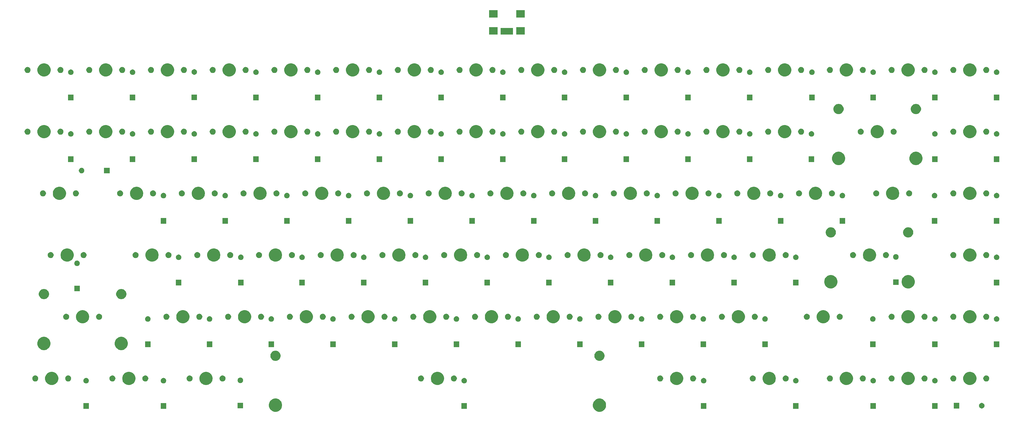
<source format=gts>
G04 #@! TF.GenerationSoftware,KiCad,Pcbnew,(5.1.4)-1*
G04 #@! TF.CreationDate,2020-09-27T20:38:17+10:00*
G04 #@! TF.ProjectId,merchants 60,6d657263-6861-46e7-9473-2036302e6b69,rev?*
G04 #@! TF.SameCoordinates,Original*
G04 #@! TF.FileFunction,Soldermask,Top*
G04 #@! TF.FilePolarity,Negative*
%FSLAX46Y46*%
G04 Gerber Fmt 4.6, Leading zero omitted, Abs format (unit mm)*
G04 Created by KiCad (PCBNEW (5.1.4)-1) date 2020-09-27 20:38:17*
%MOMM*%
%LPD*%
G04 APERTURE LIST*
%ADD10C,0.100000*%
G04 APERTURE END LIST*
D10*
G36*
X245065124Y-188057434D02*
G01*
X245283124Y-188147733D01*
X245437273Y-188211583D01*
X245772198Y-188435373D01*
X246057027Y-188720202D01*
X246280817Y-189055127D01*
X246280817Y-189055128D01*
X246434966Y-189427276D01*
X246513550Y-189822344D01*
X246513550Y-190225156D01*
X246434966Y-190620224D01*
X246391574Y-190724981D01*
X246280817Y-190992373D01*
X246057027Y-191327298D01*
X245772198Y-191612127D01*
X245437273Y-191835917D01*
X245283124Y-191899767D01*
X245065124Y-191990066D01*
X244670056Y-192068650D01*
X244267244Y-192068650D01*
X243872176Y-191990066D01*
X243654176Y-191899767D01*
X243500027Y-191835917D01*
X243165102Y-191612127D01*
X242880273Y-191327298D01*
X242656483Y-190992373D01*
X242545726Y-190724981D01*
X242502334Y-190620224D01*
X242423750Y-190225156D01*
X242423750Y-189822344D01*
X242502334Y-189427276D01*
X242656483Y-189055128D01*
X242656483Y-189055127D01*
X242880273Y-188720202D01*
X243165102Y-188435373D01*
X243500027Y-188211583D01*
X243654176Y-188147733D01*
X243872176Y-188057434D01*
X244267244Y-187978850D01*
X244670056Y-187978850D01*
X245065124Y-188057434D01*
X245065124Y-188057434D01*
G37*
G36*
X145065324Y-188057434D02*
G01*
X145283324Y-188147733D01*
X145437473Y-188211583D01*
X145772398Y-188435373D01*
X146057227Y-188720202D01*
X146281017Y-189055127D01*
X146281017Y-189055128D01*
X146435166Y-189427276D01*
X146513750Y-189822344D01*
X146513750Y-190225156D01*
X146435166Y-190620224D01*
X146391774Y-190724981D01*
X146281017Y-190992373D01*
X146057227Y-191327298D01*
X145772398Y-191612127D01*
X145437473Y-191835917D01*
X145283324Y-191899767D01*
X145065324Y-191990066D01*
X144670256Y-192068650D01*
X144267444Y-192068650D01*
X143872376Y-191990066D01*
X143654376Y-191899767D01*
X143500227Y-191835917D01*
X143165302Y-191612127D01*
X142880473Y-191327298D01*
X142656683Y-190992373D01*
X142545926Y-190724981D01*
X142502534Y-190620224D01*
X142423950Y-190225156D01*
X142423950Y-189822344D01*
X142502534Y-189427276D01*
X142656683Y-189055128D01*
X142656683Y-189055127D01*
X142880473Y-188720202D01*
X143165302Y-188435373D01*
X143500227Y-188211583D01*
X143654376Y-188147733D01*
X143872376Y-188057434D01*
X144267444Y-187978850D01*
X144670256Y-187978850D01*
X145065324Y-188057434D01*
X145065324Y-188057434D01*
G37*
G36*
X348862750Y-191123500D02*
G01*
X347160750Y-191123500D01*
X347160750Y-189421500D01*
X348862750Y-189421500D01*
X348862750Y-191123500D01*
X348862750Y-191123500D01*
G37*
G36*
X329812750Y-191123500D02*
G01*
X328110750Y-191123500D01*
X328110750Y-189421500D01*
X329812750Y-189421500D01*
X329812750Y-191123500D01*
X329812750Y-191123500D01*
G37*
G36*
X305936750Y-191123500D02*
G01*
X304234750Y-191123500D01*
X304234750Y-189421500D01*
X305936750Y-189421500D01*
X305936750Y-191123500D01*
X305936750Y-191123500D01*
G37*
G36*
X203574750Y-191123500D02*
G01*
X201872750Y-191123500D01*
X201872750Y-189421500D01*
X203574750Y-189421500D01*
X203574750Y-191123500D01*
X203574750Y-191123500D01*
G37*
G36*
X110737750Y-191123500D02*
G01*
X109035750Y-191123500D01*
X109035750Y-189421500D01*
X110737750Y-189421500D01*
X110737750Y-191123500D01*
X110737750Y-191123500D01*
G37*
G36*
X86861750Y-191123500D02*
G01*
X85159750Y-191123500D01*
X85159750Y-189421500D01*
X86861750Y-189421500D01*
X86861750Y-191123500D01*
X86861750Y-191123500D01*
G37*
G36*
X277488750Y-191123500D02*
G01*
X275786750Y-191123500D01*
X275786750Y-189421500D01*
X277488750Y-189421500D01*
X277488750Y-191123500D01*
X277488750Y-191123500D01*
G37*
G36*
X362700978Y-189364203D02*
G01*
X362855850Y-189428353D01*
X362995231Y-189521485D01*
X363113765Y-189640019D01*
X363206897Y-189779400D01*
X363271047Y-189934272D01*
X363303750Y-190098684D01*
X363303750Y-190266316D01*
X363271047Y-190430728D01*
X363206897Y-190585600D01*
X363113765Y-190724981D01*
X362995231Y-190843515D01*
X362855850Y-190936647D01*
X362700978Y-191000797D01*
X362536566Y-191033500D01*
X362368934Y-191033500D01*
X362204522Y-191000797D01*
X362049650Y-190936647D01*
X361910269Y-190843515D01*
X361791735Y-190724981D01*
X361698603Y-190585600D01*
X361634453Y-190430728D01*
X361601750Y-190266316D01*
X361601750Y-190098684D01*
X361634453Y-189934272D01*
X361698603Y-189779400D01*
X361791735Y-189640019D01*
X361910269Y-189521485D01*
X362049650Y-189428353D01*
X362204522Y-189364203D01*
X362368934Y-189331500D01*
X362536566Y-189331500D01*
X362700978Y-189364203D01*
X362700978Y-189364203D01*
G37*
G36*
X355503750Y-191033500D02*
G01*
X353801750Y-191033500D01*
X353801750Y-189331500D01*
X355503750Y-189331500D01*
X355503750Y-191033500D01*
X355503750Y-191033500D01*
G37*
G36*
X134486750Y-190996500D02*
G01*
X132784750Y-190996500D01*
X132784750Y-189294500D01*
X134486750Y-189294500D01*
X134486750Y-190996500D01*
X134486750Y-190996500D01*
G37*
G36*
X268883974Y-179802434D02*
G01*
X269101974Y-179892733D01*
X269256123Y-179956583D01*
X269591048Y-180180373D01*
X269875877Y-180465202D01*
X270099667Y-180800127D01*
X270132062Y-180878336D01*
X270253816Y-181172276D01*
X270332400Y-181567344D01*
X270332400Y-181970156D01*
X270253816Y-182365224D01*
X270202951Y-182488022D01*
X270099667Y-182737373D01*
X269875877Y-183072298D01*
X269591048Y-183357127D01*
X269256123Y-183580917D01*
X269101974Y-183644767D01*
X268883974Y-183735066D01*
X268488906Y-183813650D01*
X268086094Y-183813650D01*
X267691026Y-183735066D01*
X267473026Y-183644767D01*
X267318877Y-183580917D01*
X266983952Y-183357127D01*
X266699123Y-183072298D01*
X266475333Y-182737373D01*
X266372049Y-182488022D01*
X266321184Y-182365224D01*
X266242600Y-181970156D01*
X266242600Y-181567344D01*
X266321184Y-181172276D01*
X266442938Y-180878336D01*
X266475333Y-180800127D01*
X266699123Y-180465202D01*
X266983952Y-180180373D01*
X267318877Y-179956583D01*
X267473026Y-179892733D01*
X267691026Y-179802434D01*
X268086094Y-179723850D01*
X268488906Y-179723850D01*
X268883974Y-179802434D01*
X268883974Y-179802434D01*
G37*
G36*
X195065224Y-179802434D02*
G01*
X195283224Y-179892733D01*
X195437373Y-179956583D01*
X195772298Y-180180373D01*
X196057127Y-180465202D01*
X196280917Y-180800127D01*
X196313312Y-180878336D01*
X196435066Y-181172276D01*
X196513650Y-181567344D01*
X196513650Y-181970156D01*
X196435066Y-182365224D01*
X196384201Y-182488022D01*
X196280917Y-182737373D01*
X196057127Y-183072298D01*
X195772298Y-183357127D01*
X195437373Y-183580917D01*
X195283224Y-183644767D01*
X195065224Y-183735066D01*
X194670156Y-183813650D01*
X194267344Y-183813650D01*
X193872276Y-183735066D01*
X193654276Y-183644767D01*
X193500127Y-183580917D01*
X193165202Y-183357127D01*
X192880373Y-183072298D01*
X192656583Y-182737373D01*
X192553299Y-182488022D01*
X192502434Y-182365224D01*
X192423850Y-181970156D01*
X192423850Y-181567344D01*
X192502434Y-181172276D01*
X192624188Y-180878336D01*
X192656583Y-180800127D01*
X192880373Y-180465202D01*
X193165202Y-180180373D01*
X193500127Y-179956583D01*
X193654276Y-179892733D01*
X193872276Y-179802434D01*
X194267344Y-179723850D01*
X194670156Y-179723850D01*
X195065224Y-179802434D01*
X195065224Y-179802434D01*
G37*
G36*
X123627724Y-179802434D02*
G01*
X123845724Y-179892733D01*
X123999873Y-179956583D01*
X124334798Y-180180373D01*
X124619627Y-180465202D01*
X124843417Y-180800127D01*
X124875812Y-180878336D01*
X124997566Y-181172276D01*
X125076150Y-181567344D01*
X125076150Y-181970156D01*
X124997566Y-182365224D01*
X124946701Y-182488022D01*
X124843417Y-182737373D01*
X124619627Y-183072298D01*
X124334798Y-183357127D01*
X123999873Y-183580917D01*
X123845724Y-183644767D01*
X123627724Y-183735066D01*
X123232656Y-183813650D01*
X122829844Y-183813650D01*
X122434776Y-183735066D01*
X122216776Y-183644767D01*
X122062627Y-183580917D01*
X121727702Y-183357127D01*
X121442873Y-183072298D01*
X121219083Y-182737373D01*
X121115799Y-182488022D01*
X121064934Y-182365224D01*
X120986350Y-181970156D01*
X120986350Y-181567344D01*
X121064934Y-181172276D01*
X121186688Y-180878336D01*
X121219083Y-180800127D01*
X121442873Y-180465202D01*
X121727702Y-180180373D01*
X122062627Y-179956583D01*
X122216776Y-179892733D01*
X122434776Y-179802434D01*
X122829844Y-179723850D01*
X123232656Y-179723850D01*
X123627724Y-179802434D01*
X123627724Y-179802434D01*
G37*
G36*
X99815224Y-179802434D02*
G01*
X100033224Y-179892733D01*
X100187373Y-179956583D01*
X100522298Y-180180373D01*
X100807127Y-180465202D01*
X101030917Y-180800127D01*
X101063312Y-180878336D01*
X101185066Y-181172276D01*
X101263650Y-181567344D01*
X101263650Y-181970156D01*
X101185066Y-182365224D01*
X101134201Y-182488022D01*
X101030917Y-182737373D01*
X100807127Y-183072298D01*
X100522298Y-183357127D01*
X100187373Y-183580917D01*
X100033224Y-183644767D01*
X99815224Y-183735066D01*
X99420156Y-183813650D01*
X99017344Y-183813650D01*
X98622276Y-183735066D01*
X98404276Y-183644767D01*
X98250127Y-183580917D01*
X97915202Y-183357127D01*
X97630373Y-183072298D01*
X97406583Y-182737373D01*
X97303299Y-182488022D01*
X97252434Y-182365224D01*
X97173850Y-181970156D01*
X97173850Y-181567344D01*
X97252434Y-181172276D01*
X97374188Y-180878336D01*
X97406583Y-180800127D01*
X97630373Y-180465202D01*
X97915202Y-180180373D01*
X98250127Y-179956583D01*
X98404276Y-179892733D01*
X98622276Y-179802434D01*
X99017344Y-179723850D01*
X99420156Y-179723850D01*
X99815224Y-179802434D01*
X99815224Y-179802434D01*
G37*
G36*
X359371474Y-179802434D02*
G01*
X359589474Y-179892733D01*
X359743623Y-179956583D01*
X360078548Y-180180373D01*
X360363377Y-180465202D01*
X360587167Y-180800127D01*
X360619562Y-180878336D01*
X360741316Y-181172276D01*
X360819900Y-181567344D01*
X360819900Y-181970156D01*
X360741316Y-182365224D01*
X360690451Y-182488022D01*
X360587167Y-182737373D01*
X360363377Y-183072298D01*
X360078548Y-183357127D01*
X359743623Y-183580917D01*
X359589474Y-183644767D01*
X359371474Y-183735066D01*
X358976406Y-183813650D01*
X358573594Y-183813650D01*
X358178526Y-183735066D01*
X357960526Y-183644767D01*
X357806377Y-183580917D01*
X357471452Y-183357127D01*
X357186623Y-183072298D01*
X356962833Y-182737373D01*
X356859549Y-182488022D01*
X356808684Y-182365224D01*
X356730100Y-181970156D01*
X356730100Y-181567344D01*
X356808684Y-181172276D01*
X356930438Y-180878336D01*
X356962833Y-180800127D01*
X357186623Y-180465202D01*
X357471452Y-180180373D01*
X357806377Y-179956583D01*
X357960526Y-179892733D01*
X358178526Y-179802434D01*
X358573594Y-179723850D01*
X358976406Y-179723850D01*
X359371474Y-179802434D01*
X359371474Y-179802434D01*
G37*
G36*
X76002724Y-179802434D02*
G01*
X76220724Y-179892733D01*
X76374873Y-179956583D01*
X76709798Y-180180373D01*
X76994627Y-180465202D01*
X77218417Y-180800127D01*
X77250812Y-180878336D01*
X77372566Y-181172276D01*
X77451150Y-181567344D01*
X77451150Y-181970156D01*
X77372566Y-182365224D01*
X77321701Y-182488022D01*
X77218417Y-182737373D01*
X76994627Y-183072298D01*
X76709798Y-183357127D01*
X76374873Y-183580917D01*
X76220724Y-183644767D01*
X76002724Y-183735066D01*
X75607656Y-183813650D01*
X75204844Y-183813650D01*
X74809776Y-183735066D01*
X74591776Y-183644767D01*
X74437627Y-183580917D01*
X74102702Y-183357127D01*
X73817873Y-183072298D01*
X73594083Y-182737373D01*
X73490799Y-182488022D01*
X73439934Y-182365224D01*
X73361350Y-181970156D01*
X73361350Y-181567344D01*
X73439934Y-181172276D01*
X73561688Y-180878336D01*
X73594083Y-180800127D01*
X73817873Y-180465202D01*
X74102702Y-180180373D01*
X74437627Y-179956583D01*
X74591776Y-179892733D01*
X74809776Y-179802434D01*
X75204844Y-179723850D01*
X75607656Y-179723850D01*
X76002724Y-179802434D01*
X76002724Y-179802434D01*
G37*
G36*
X297458974Y-179802434D02*
G01*
X297676974Y-179892733D01*
X297831123Y-179956583D01*
X298166048Y-180180373D01*
X298450877Y-180465202D01*
X298674667Y-180800127D01*
X298707062Y-180878336D01*
X298828816Y-181172276D01*
X298907400Y-181567344D01*
X298907400Y-181970156D01*
X298828816Y-182365224D01*
X298777951Y-182488022D01*
X298674667Y-182737373D01*
X298450877Y-183072298D01*
X298166048Y-183357127D01*
X297831123Y-183580917D01*
X297676974Y-183644767D01*
X297458974Y-183735066D01*
X297063906Y-183813650D01*
X296661094Y-183813650D01*
X296266026Y-183735066D01*
X296048026Y-183644767D01*
X295893877Y-183580917D01*
X295558952Y-183357127D01*
X295274123Y-183072298D01*
X295050333Y-182737373D01*
X294947049Y-182488022D01*
X294896184Y-182365224D01*
X294817600Y-181970156D01*
X294817600Y-181567344D01*
X294896184Y-181172276D01*
X295017938Y-180878336D01*
X295050333Y-180800127D01*
X295274123Y-180465202D01*
X295558952Y-180180373D01*
X295893877Y-179956583D01*
X296048026Y-179892733D01*
X296266026Y-179802434D01*
X296661094Y-179723850D01*
X297063906Y-179723850D01*
X297458974Y-179802434D01*
X297458974Y-179802434D01*
G37*
G36*
X321271474Y-179802434D02*
G01*
X321489474Y-179892733D01*
X321643623Y-179956583D01*
X321978548Y-180180373D01*
X322263377Y-180465202D01*
X322487167Y-180800127D01*
X322519562Y-180878336D01*
X322641316Y-181172276D01*
X322719900Y-181567344D01*
X322719900Y-181970156D01*
X322641316Y-182365224D01*
X322590451Y-182488022D01*
X322487167Y-182737373D01*
X322263377Y-183072298D01*
X321978548Y-183357127D01*
X321643623Y-183580917D01*
X321489474Y-183644767D01*
X321271474Y-183735066D01*
X320876406Y-183813650D01*
X320473594Y-183813650D01*
X320078526Y-183735066D01*
X319860526Y-183644767D01*
X319706377Y-183580917D01*
X319371452Y-183357127D01*
X319086623Y-183072298D01*
X318862833Y-182737373D01*
X318759549Y-182488022D01*
X318708684Y-182365224D01*
X318630100Y-181970156D01*
X318630100Y-181567344D01*
X318708684Y-181172276D01*
X318830438Y-180878336D01*
X318862833Y-180800127D01*
X319086623Y-180465202D01*
X319371452Y-180180373D01*
X319706377Y-179956583D01*
X319860526Y-179892733D01*
X320078526Y-179802434D01*
X320473594Y-179723850D01*
X320876406Y-179723850D01*
X321271474Y-179802434D01*
X321271474Y-179802434D01*
G37*
G36*
X340321474Y-179802434D02*
G01*
X340539474Y-179892733D01*
X340693623Y-179956583D01*
X341028548Y-180180373D01*
X341313377Y-180465202D01*
X341537167Y-180800127D01*
X341569562Y-180878336D01*
X341691316Y-181172276D01*
X341769900Y-181567344D01*
X341769900Y-181970156D01*
X341691316Y-182365224D01*
X341640451Y-182488022D01*
X341537167Y-182737373D01*
X341313377Y-183072298D01*
X341028548Y-183357127D01*
X340693623Y-183580917D01*
X340539474Y-183644767D01*
X340321474Y-183735066D01*
X339926406Y-183813650D01*
X339523594Y-183813650D01*
X339128526Y-183735066D01*
X338910526Y-183644767D01*
X338756377Y-183580917D01*
X338421452Y-183357127D01*
X338136623Y-183072298D01*
X337912833Y-182737373D01*
X337809549Y-182488022D01*
X337758684Y-182365224D01*
X337680100Y-181970156D01*
X337680100Y-181567344D01*
X337758684Y-181172276D01*
X337880438Y-180878336D01*
X337912833Y-180800127D01*
X338136623Y-180465202D01*
X338421452Y-180180373D01*
X338756377Y-179956583D01*
X338910526Y-179892733D01*
X339128526Y-179802434D01*
X339523594Y-179723850D01*
X339926406Y-179723850D01*
X340321474Y-179802434D01*
X340321474Y-179802434D01*
G37*
G36*
X86258978Y-181654203D02*
G01*
X86413850Y-181718353D01*
X86553231Y-181811485D01*
X86671765Y-181930019D01*
X86764897Y-182069400D01*
X86829047Y-182224272D01*
X86861750Y-182388684D01*
X86861750Y-182556316D01*
X86829047Y-182720728D01*
X86764897Y-182875600D01*
X86671765Y-183014981D01*
X86553231Y-183133515D01*
X86413850Y-183226647D01*
X86258978Y-183290797D01*
X86094566Y-183323500D01*
X85926934Y-183323500D01*
X85762522Y-183290797D01*
X85607650Y-183226647D01*
X85468269Y-183133515D01*
X85349735Y-183014981D01*
X85256603Y-182875600D01*
X85192453Y-182720728D01*
X85159750Y-182556316D01*
X85159750Y-182388684D01*
X85192453Y-182224272D01*
X85256603Y-182069400D01*
X85349735Y-181930019D01*
X85468269Y-181811485D01*
X85607650Y-181718353D01*
X85762522Y-181654203D01*
X85926934Y-181621500D01*
X86094566Y-181621500D01*
X86258978Y-181654203D01*
X86258978Y-181654203D01*
G37*
G36*
X110134978Y-181654203D02*
G01*
X110289850Y-181718353D01*
X110429231Y-181811485D01*
X110547765Y-181930019D01*
X110640897Y-182069400D01*
X110705047Y-182224272D01*
X110737750Y-182388684D01*
X110737750Y-182556316D01*
X110705047Y-182720728D01*
X110640897Y-182875600D01*
X110547765Y-183014981D01*
X110429231Y-183133515D01*
X110289850Y-183226647D01*
X110134978Y-183290797D01*
X109970566Y-183323500D01*
X109802934Y-183323500D01*
X109638522Y-183290797D01*
X109483650Y-183226647D01*
X109344269Y-183133515D01*
X109225735Y-183014981D01*
X109132603Y-182875600D01*
X109068453Y-182720728D01*
X109035750Y-182556316D01*
X109035750Y-182388684D01*
X109068453Y-182224272D01*
X109132603Y-182069400D01*
X109225735Y-181930019D01*
X109344269Y-181811485D01*
X109483650Y-181718353D01*
X109638522Y-181654203D01*
X109802934Y-181621500D01*
X109970566Y-181621500D01*
X110134978Y-181654203D01*
X110134978Y-181654203D01*
G37*
G36*
X202971978Y-181654203D02*
G01*
X203126850Y-181718353D01*
X203266231Y-181811485D01*
X203384765Y-181930019D01*
X203477897Y-182069400D01*
X203542047Y-182224272D01*
X203574750Y-182388684D01*
X203574750Y-182556316D01*
X203542047Y-182720728D01*
X203477897Y-182875600D01*
X203384765Y-183014981D01*
X203266231Y-183133515D01*
X203126850Y-183226647D01*
X202971978Y-183290797D01*
X202807566Y-183323500D01*
X202639934Y-183323500D01*
X202475522Y-183290797D01*
X202320650Y-183226647D01*
X202181269Y-183133515D01*
X202062735Y-183014981D01*
X201969603Y-182875600D01*
X201905453Y-182720728D01*
X201872750Y-182556316D01*
X201872750Y-182388684D01*
X201905453Y-182224272D01*
X201969603Y-182069400D01*
X202062735Y-181930019D01*
X202181269Y-181811485D01*
X202320650Y-181718353D01*
X202475522Y-181654203D01*
X202639934Y-181621500D01*
X202807566Y-181621500D01*
X202971978Y-181654203D01*
X202971978Y-181654203D01*
G37*
G36*
X329209978Y-181654203D02*
G01*
X329364850Y-181718353D01*
X329504231Y-181811485D01*
X329622765Y-181930019D01*
X329715897Y-182069400D01*
X329780047Y-182224272D01*
X329812750Y-182388684D01*
X329812750Y-182556316D01*
X329780047Y-182720728D01*
X329715897Y-182875600D01*
X329622765Y-183014981D01*
X329504231Y-183133515D01*
X329364850Y-183226647D01*
X329209978Y-183290797D01*
X329045566Y-183323500D01*
X328877934Y-183323500D01*
X328713522Y-183290797D01*
X328558650Y-183226647D01*
X328419269Y-183133515D01*
X328300735Y-183014981D01*
X328207603Y-182875600D01*
X328143453Y-182720728D01*
X328110750Y-182556316D01*
X328110750Y-182388684D01*
X328143453Y-182224272D01*
X328207603Y-182069400D01*
X328300735Y-181930019D01*
X328419269Y-181811485D01*
X328558650Y-181718353D01*
X328713522Y-181654203D01*
X328877934Y-181621500D01*
X329045566Y-181621500D01*
X329209978Y-181654203D01*
X329209978Y-181654203D01*
G37*
G36*
X276885978Y-181654203D02*
G01*
X277040850Y-181718353D01*
X277180231Y-181811485D01*
X277298765Y-181930019D01*
X277391897Y-182069400D01*
X277456047Y-182224272D01*
X277488750Y-182388684D01*
X277488750Y-182556316D01*
X277456047Y-182720728D01*
X277391897Y-182875600D01*
X277298765Y-183014981D01*
X277180231Y-183133515D01*
X277040850Y-183226647D01*
X276885978Y-183290797D01*
X276721566Y-183323500D01*
X276553934Y-183323500D01*
X276389522Y-183290797D01*
X276234650Y-183226647D01*
X276095269Y-183133515D01*
X275976735Y-183014981D01*
X275883603Y-182875600D01*
X275819453Y-182720728D01*
X275786750Y-182556316D01*
X275786750Y-182388684D01*
X275819453Y-182224272D01*
X275883603Y-182069400D01*
X275976735Y-181930019D01*
X276095269Y-181811485D01*
X276234650Y-181718353D01*
X276389522Y-181654203D01*
X276553934Y-181621500D01*
X276721566Y-181621500D01*
X276885978Y-181654203D01*
X276885978Y-181654203D01*
G37*
G36*
X348259978Y-181654203D02*
G01*
X348414850Y-181718353D01*
X348554231Y-181811485D01*
X348672765Y-181930019D01*
X348765897Y-182069400D01*
X348830047Y-182224272D01*
X348862750Y-182388684D01*
X348862750Y-182556316D01*
X348830047Y-182720728D01*
X348765897Y-182875600D01*
X348672765Y-183014981D01*
X348554231Y-183133515D01*
X348414850Y-183226647D01*
X348259978Y-183290797D01*
X348095566Y-183323500D01*
X347927934Y-183323500D01*
X347763522Y-183290797D01*
X347608650Y-183226647D01*
X347469269Y-183133515D01*
X347350735Y-183014981D01*
X347257603Y-182875600D01*
X347193453Y-182720728D01*
X347160750Y-182556316D01*
X347160750Y-182388684D01*
X347193453Y-182224272D01*
X347257603Y-182069400D01*
X347350735Y-181930019D01*
X347469269Y-181811485D01*
X347608650Y-181718353D01*
X347763522Y-181654203D01*
X347927934Y-181621500D01*
X348095566Y-181621500D01*
X348259978Y-181654203D01*
X348259978Y-181654203D01*
G37*
G36*
X305333978Y-181654203D02*
G01*
X305488850Y-181718353D01*
X305628231Y-181811485D01*
X305746765Y-181930019D01*
X305839897Y-182069400D01*
X305904047Y-182224272D01*
X305936750Y-182388684D01*
X305936750Y-182556316D01*
X305904047Y-182720728D01*
X305839897Y-182875600D01*
X305746765Y-183014981D01*
X305628231Y-183133515D01*
X305488850Y-183226647D01*
X305333978Y-183290797D01*
X305169566Y-183323500D01*
X305001934Y-183323500D01*
X304837522Y-183290797D01*
X304682650Y-183226647D01*
X304543269Y-183133515D01*
X304424735Y-183014981D01*
X304331603Y-182875600D01*
X304267453Y-182720728D01*
X304234750Y-182556316D01*
X304234750Y-182388684D01*
X304267453Y-182224272D01*
X304331603Y-182069400D01*
X304424735Y-181930019D01*
X304543269Y-181811485D01*
X304682650Y-181718353D01*
X304837522Y-181654203D01*
X305001934Y-181621500D01*
X305169566Y-181621500D01*
X305333978Y-181654203D01*
X305333978Y-181654203D01*
G37*
G36*
X133883978Y-181527203D02*
G01*
X134038850Y-181591353D01*
X134178231Y-181684485D01*
X134296765Y-181803019D01*
X134389897Y-181942400D01*
X134454047Y-182097272D01*
X134486750Y-182261684D01*
X134486750Y-182429316D01*
X134454047Y-182593728D01*
X134389897Y-182748600D01*
X134296765Y-182887981D01*
X134178231Y-183006515D01*
X134038850Y-183099647D01*
X133883978Y-183163797D01*
X133719566Y-183196500D01*
X133551934Y-183196500D01*
X133387522Y-183163797D01*
X133232650Y-183099647D01*
X133093269Y-183006515D01*
X132974735Y-182887981D01*
X132881603Y-182748600D01*
X132817453Y-182593728D01*
X132784750Y-182429316D01*
X132784750Y-182261684D01*
X132817453Y-182097272D01*
X132881603Y-181942400D01*
X132974735Y-181803019D01*
X133093269Y-181684485D01*
X133232650Y-181591353D01*
X133387522Y-181527203D01*
X133551934Y-181494500D01*
X133719566Y-181494500D01*
X133883978Y-181527203D01*
X133883978Y-181527203D01*
G37*
G36*
X104568854Y-180878335D02*
G01*
X104737376Y-180948139D01*
X104889041Y-181049478D01*
X105018022Y-181178459D01*
X105119361Y-181330124D01*
X105189165Y-181498646D01*
X105224750Y-181677547D01*
X105224750Y-181859953D01*
X105189165Y-182038854D01*
X105119361Y-182207376D01*
X105018022Y-182359041D01*
X104889041Y-182488022D01*
X104737376Y-182589361D01*
X104568854Y-182659165D01*
X104389953Y-182694750D01*
X104207547Y-182694750D01*
X104028646Y-182659165D01*
X103860124Y-182589361D01*
X103708459Y-182488022D01*
X103579478Y-182359041D01*
X103478139Y-182207376D01*
X103408335Y-182038854D01*
X103372750Y-181859953D01*
X103372750Y-181677547D01*
X103408335Y-181498646D01*
X103478139Y-181330124D01*
X103579478Y-181178459D01*
X103708459Y-181049478D01*
X103860124Y-180948139D01*
X104028646Y-180878335D01*
X104207547Y-180842750D01*
X104389953Y-180842750D01*
X104568854Y-180878335D01*
X104568854Y-180878335D01*
G37*
G36*
X353965104Y-180878335D02*
G01*
X354133626Y-180948139D01*
X354285291Y-181049478D01*
X354414272Y-181178459D01*
X354515611Y-181330124D01*
X354585415Y-181498646D01*
X354621000Y-181677547D01*
X354621000Y-181859953D01*
X354585415Y-182038854D01*
X354515611Y-182207376D01*
X354414272Y-182359041D01*
X354285291Y-182488022D01*
X354133626Y-182589361D01*
X353965104Y-182659165D01*
X353786203Y-182694750D01*
X353603797Y-182694750D01*
X353424896Y-182659165D01*
X353256374Y-182589361D01*
X353104709Y-182488022D01*
X352975728Y-182359041D01*
X352874389Y-182207376D01*
X352804585Y-182038854D01*
X352769000Y-181859953D01*
X352769000Y-181677547D01*
X352804585Y-181498646D01*
X352874389Y-181330124D01*
X352975728Y-181178459D01*
X353104709Y-181049478D01*
X353256374Y-180948139D01*
X353424896Y-180878335D01*
X353603797Y-180842750D01*
X353786203Y-180842750D01*
X353965104Y-180878335D01*
X353965104Y-180878335D01*
G37*
G36*
X364125104Y-180878335D02*
G01*
X364293626Y-180948139D01*
X364445291Y-181049478D01*
X364574272Y-181178459D01*
X364675611Y-181330124D01*
X364745415Y-181498646D01*
X364781000Y-181677547D01*
X364781000Y-181859953D01*
X364745415Y-182038854D01*
X364675611Y-182207376D01*
X364574272Y-182359041D01*
X364445291Y-182488022D01*
X364293626Y-182589361D01*
X364125104Y-182659165D01*
X363946203Y-182694750D01*
X363763797Y-182694750D01*
X363584896Y-182659165D01*
X363416374Y-182589361D01*
X363264709Y-182488022D01*
X363135728Y-182359041D01*
X363034389Y-182207376D01*
X362964585Y-182038854D01*
X362929000Y-181859953D01*
X362929000Y-181677547D01*
X362964585Y-181498646D01*
X363034389Y-181330124D01*
X363135728Y-181178459D01*
X363264709Y-181049478D01*
X363416374Y-180948139D01*
X363584896Y-180878335D01*
X363763797Y-180842750D01*
X363946203Y-180842750D01*
X364125104Y-180878335D01*
X364125104Y-180878335D01*
G37*
G36*
X345075104Y-180878335D02*
G01*
X345243626Y-180948139D01*
X345395291Y-181049478D01*
X345524272Y-181178459D01*
X345625611Y-181330124D01*
X345695415Y-181498646D01*
X345731000Y-181677547D01*
X345731000Y-181859953D01*
X345695415Y-182038854D01*
X345625611Y-182207376D01*
X345524272Y-182359041D01*
X345395291Y-182488022D01*
X345243626Y-182589361D01*
X345075104Y-182659165D01*
X344896203Y-182694750D01*
X344713797Y-182694750D01*
X344534896Y-182659165D01*
X344366374Y-182589361D01*
X344214709Y-182488022D01*
X344085728Y-182359041D01*
X343984389Y-182207376D01*
X343914585Y-182038854D01*
X343879000Y-181859953D01*
X343879000Y-181677547D01*
X343914585Y-181498646D01*
X343984389Y-181330124D01*
X344085728Y-181178459D01*
X344214709Y-181049478D01*
X344366374Y-180948139D01*
X344534896Y-180878335D01*
X344713797Y-180842750D01*
X344896203Y-180842750D01*
X345075104Y-180878335D01*
X345075104Y-180878335D01*
G37*
G36*
X334915104Y-180878335D02*
G01*
X335083626Y-180948139D01*
X335235291Y-181049478D01*
X335364272Y-181178459D01*
X335465611Y-181330124D01*
X335535415Y-181498646D01*
X335571000Y-181677547D01*
X335571000Y-181859953D01*
X335535415Y-182038854D01*
X335465611Y-182207376D01*
X335364272Y-182359041D01*
X335235291Y-182488022D01*
X335083626Y-182589361D01*
X334915104Y-182659165D01*
X334736203Y-182694750D01*
X334553797Y-182694750D01*
X334374896Y-182659165D01*
X334206374Y-182589361D01*
X334054709Y-182488022D01*
X333925728Y-182359041D01*
X333824389Y-182207376D01*
X333754585Y-182038854D01*
X333719000Y-181859953D01*
X333719000Y-181677547D01*
X333754585Y-181498646D01*
X333824389Y-181330124D01*
X333925728Y-181178459D01*
X334054709Y-181049478D01*
X334206374Y-180948139D01*
X334374896Y-180878335D01*
X334553797Y-180842750D01*
X334736203Y-180842750D01*
X334915104Y-180878335D01*
X334915104Y-180878335D01*
G37*
G36*
X315865104Y-180878335D02*
G01*
X316033626Y-180948139D01*
X316185291Y-181049478D01*
X316314272Y-181178459D01*
X316415611Y-181330124D01*
X316485415Y-181498646D01*
X316521000Y-181677547D01*
X316521000Y-181859953D01*
X316485415Y-182038854D01*
X316415611Y-182207376D01*
X316314272Y-182359041D01*
X316185291Y-182488022D01*
X316033626Y-182589361D01*
X315865104Y-182659165D01*
X315686203Y-182694750D01*
X315503797Y-182694750D01*
X315324896Y-182659165D01*
X315156374Y-182589361D01*
X315004709Y-182488022D01*
X314875728Y-182359041D01*
X314774389Y-182207376D01*
X314704585Y-182038854D01*
X314669000Y-181859953D01*
X314669000Y-181677547D01*
X314704585Y-181498646D01*
X314774389Y-181330124D01*
X314875728Y-181178459D01*
X315004709Y-181049478D01*
X315156374Y-180948139D01*
X315324896Y-180878335D01*
X315503797Y-180842750D01*
X315686203Y-180842750D01*
X315865104Y-180878335D01*
X315865104Y-180878335D01*
G37*
G36*
X292052604Y-180878335D02*
G01*
X292221126Y-180948139D01*
X292372791Y-181049478D01*
X292501772Y-181178459D01*
X292603111Y-181330124D01*
X292672915Y-181498646D01*
X292708500Y-181677547D01*
X292708500Y-181859953D01*
X292672915Y-182038854D01*
X292603111Y-182207376D01*
X292501772Y-182359041D01*
X292372791Y-182488022D01*
X292221126Y-182589361D01*
X292052604Y-182659165D01*
X291873703Y-182694750D01*
X291691297Y-182694750D01*
X291512396Y-182659165D01*
X291343874Y-182589361D01*
X291192209Y-182488022D01*
X291063228Y-182359041D01*
X290961889Y-182207376D01*
X290892085Y-182038854D01*
X290856500Y-181859953D01*
X290856500Y-181677547D01*
X290892085Y-181498646D01*
X290961889Y-181330124D01*
X291063228Y-181178459D01*
X291192209Y-181049478D01*
X291343874Y-180948139D01*
X291512396Y-180878335D01*
X291691297Y-180842750D01*
X291873703Y-180842750D01*
X292052604Y-180878335D01*
X292052604Y-180878335D01*
G37*
G36*
X273637604Y-180878335D02*
G01*
X273806126Y-180948139D01*
X273957791Y-181049478D01*
X274086772Y-181178459D01*
X274188111Y-181330124D01*
X274257915Y-181498646D01*
X274293500Y-181677547D01*
X274293500Y-181859953D01*
X274257915Y-182038854D01*
X274188111Y-182207376D01*
X274086772Y-182359041D01*
X273957791Y-182488022D01*
X273806126Y-182589361D01*
X273637604Y-182659165D01*
X273458703Y-182694750D01*
X273276297Y-182694750D01*
X273097396Y-182659165D01*
X272928874Y-182589361D01*
X272777209Y-182488022D01*
X272648228Y-182359041D01*
X272546889Y-182207376D01*
X272477085Y-182038854D01*
X272441500Y-181859953D01*
X272441500Y-181677547D01*
X272477085Y-181498646D01*
X272546889Y-181330124D01*
X272648228Y-181178459D01*
X272777209Y-181049478D01*
X272928874Y-180948139D01*
X273097396Y-180878335D01*
X273276297Y-180842750D01*
X273458703Y-180842750D01*
X273637604Y-180878335D01*
X273637604Y-180878335D01*
G37*
G36*
X263477604Y-180878335D02*
G01*
X263646126Y-180948139D01*
X263797791Y-181049478D01*
X263926772Y-181178459D01*
X264028111Y-181330124D01*
X264097915Y-181498646D01*
X264133500Y-181677547D01*
X264133500Y-181859953D01*
X264097915Y-182038854D01*
X264028111Y-182207376D01*
X263926772Y-182359041D01*
X263797791Y-182488022D01*
X263646126Y-182589361D01*
X263477604Y-182659165D01*
X263298703Y-182694750D01*
X263116297Y-182694750D01*
X262937396Y-182659165D01*
X262768874Y-182589361D01*
X262617209Y-182488022D01*
X262488228Y-182359041D01*
X262386889Y-182207376D01*
X262317085Y-182038854D01*
X262281500Y-181859953D01*
X262281500Y-181677547D01*
X262317085Y-181498646D01*
X262386889Y-181330124D01*
X262488228Y-181178459D01*
X262617209Y-181049478D01*
X262768874Y-180948139D01*
X262937396Y-180878335D01*
X263116297Y-180842750D01*
X263298703Y-180842750D01*
X263477604Y-180878335D01*
X263477604Y-180878335D01*
G37*
G36*
X302212604Y-180878335D02*
G01*
X302381126Y-180948139D01*
X302532791Y-181049478D01*
X302661772Y-181178459D01*
X302763111Y-181330124D01*
X302832915Y-181498646D01*
X302868500Y-181677547D01*
X302868500Y-181859953D01*
X302832915Y-182038854D01*
X302763111Y-182207376D01*
X302661772Y-182359041D01*
X302532791Y-182488022D01*
X302381126Y-182589361D01*
X302212604Y-182659165D01*
X302033703Y-182694750D01*
X301851297Y-182694750D01*
X301672396Y-182659165D01*
X301503874Y-182589361D01*
X301352209Y-182488022D01*
X301223228Y-182359041D01*
X301121889Y-182207376D01*
X301052085Y-182038854D01*
X301016500Y-181859953D01*
X301016500Y-181677547D01*
X301052085Y-181498646D01*
X301121889Y-181330124D01*
X301223228Y-181178459D01*
X301352209Y-181049478D01*
X301503874Y-180948139D01*
X301672396Y-180878335D01*
X301851297Y-180842750D01*
X302033703Y-180842750D01*
X302212604Y-180878335D01*
X302212604Y-180878335D01*
G37*
G36*
X199818854Y-180878335D02*
G01*
X199987376Y-180948139D01*
X200139041Y-181049478D01*
X200268022Y-181178459D01*
X200369361Y-181330124D01*
X200439165Y-181498646D01*
X200474750Y-181677547D01*
X200474750Y-181859953D01*
X200439165Y-182038854D01*
X200369361Y-182207376D01*
X200268022Y-182359041D01*
X200139041Y-182488022D01*
X199987376Y-182589361D01*
X199818854Y-182659165D01*
X199639953Y-182694750D01*
X199457547Y-182694750D01*
X199278646Y-182659165D01*
X199110124Y-182589361D01*
X198958459Y-182488022D01*
X198829478Y-182359041D01*
X198728139Y-182207376D01*
X198658335Y-182038854D01*
X198622750Y-181859953D01*
X198622750Y-181677547D01*
X198658335Y-181498646D01*
X198728139Y-181330124D01*
X198829478Y-181178459D01*
X198958459Y-181049478D01*
X199110124Y-180948139D01*
X199278646Y-180878335D01*
X199457547Y-180842750D01*
X199639953Y-180842750D01*
X199818854Y-180878335D01*
X199818854Y-180878335D01*
G37*
G36*
X189658854Y-180878335D02*
G01*
X189827376Y-180948139D01*
X189979041Y-181049478D01*
X190108022Y-181178459D01*
X190209361Y-181330124D01*
X190279165Y-181498646D01*
X190314750Y-181677547D01*
X190314750Y-181859953D01*
X190279165Y-182038854D01*
X190209361Y-182207376D01*
X190108022Y-182359041D01*
X189979041Y-182488022D01*
X189827376Y-182589361D01*
X189658854Y-182659165D01*
X189479953Y-182694750D01*
X189297547Y-182694750D01*
X189118646Y-182659165D01*
X188950124Y-182589361D01*
X188798459Y-182488022D01*
X188669478Y-182359041D01*
X188568139Y-182207376D01*
X188498335Y-182038854D01*
X188462750Y-181859953D01*
X188462750Y-181677547D01*
X188498335Y-181498646D01*
X188568139Y-181330124D01*
X188669478Y-181178459D01*
X188798459Y-181049478D01*
X188950124Y-180948139D01*
X189118646Y-180878335D01*
X189297547Y-180842750D01*
X189479953Y-180842750D01*
X189658854Y-180878335D01*
X189658854Y-180878335D01*
G37*
G36*
X70596354Y-180878335D02*
G01*
X70764876Y-180948139D01*
X70916541Y-181049478D01*
X71045522Y-181178459D01*
X71146861Y-181330124D01*
X71216665Y-181498646D01*
X71252250Y-181677547D01*
X71252250Y-181859953D01*
X71216665Y-182038854D01*
X71146861Y-182207376D01*
X71045522Y-182359041D01*
X70916541Y-182488022D01*
X70764876Y-182589361D01*
X70596354Y-182659165D01*
X70417453Y-182694750D01*
X70235047Y-182694750D01*
X70056146Y-182659165D01*
X69887624Y-182589361D01*
X69735959Y-182488022D01*
X69606978Y-182359041D01*
X69505639Y-182207376D01*
X69435835Y-182038854D01*
X69400250Y-181859953D01*
X69400250Y-181677547D01*
X69435835Y-181498646D01*
X69505639Y-181330124D01*
X69606978Y-181178459D01*
X69735959Y-181049478D01*
X69887624Y-180948139D01*
X70056146Y-180878335D01*
X70235047Y-180842750D01*
X70417453Y-180842750D01*
X70596354Y-180878335D01*
X70596354Y-180878335D01*
G37*
G36*
X128381354Y-180878335D02*
G01*
X128549876Y-180948139D01*
X128701541Y-181049478D01*
X128830522Y-181178459D01*
X128931861Y-181330124D01*
X129001665Y-181498646D01*
X129037250Y-181677547D01*
X129037250Y-181859953D01*
X129001665Y-182038854D01*
X128931861Y-182207376D01*
X128830522Y-182359041D01*
X128701541Y-182488022D01*
X128549876Y-182589361D01*
X128381354Y-182659165D01*
X128202453Y-182694750D01*
X128020047Y-182694750D01*
X127841146Y-182659165D01*
X127672624Y-182589361D01*
X127520959Y-182488022D01*
X127391978Y-182359041D01*
X127290639Y-182207376D01*
X127220835Y-182038854D01*
X127185250Y-181859953D01*
X127185250Y-181677547D01*
X127220835Y-181498646D01*
X127290639Y-181330124D01*
X127391978Y-181178459D01*
X127520959Y-181049478D01*
X127672624Y-180948139D01*
X127841146Y-180878335D01*
X128020047Y-180842750D01*
X128202453Y-180842750D01*
X128381354Y-180878335D01*
X128381354Y-180878335D01*
G37*
G36*
X118221354Y-180878335D02*
G01*
X118389876Y-180948139D01*
X118541541Y-181049478D01*
X118670522Y-181178459D01*
X118771861Y-181330124D01*
X118841665Y-181498646D01*
X118877250Y-181677547D01*
X118877250Y-181859953D01*
X118841665Y-182038854D01*
X118771861Y-182207376D01*
X118670522Y-182359041D01*
X118541541Y-182488022D01*
X118389876Y-182589361D01*
X118221354Y-182659165D01*
X118042453Y-182694750D01*
X117860047Y-182694750D01*
X117681146Y-182659165D01*
X117512624Y-182589361D01*
X117360959Y-182488022D01*
X117231978Y-182359041D01*
X117130639Y-182207376D01*
X117060835Y-182038854D01*
X117025250Y-181859953D01*
X117025250Y-181677547D01*
X117060835Y-181498646D01*
X117130639Y-181330124D01*
X117231978Y-181178459D01*
X117360959Y-181049478D01*
X117512624Y-180948139D01*
X117681146Y-180878335D01*
X117860047Y-180842750D01*
X118042453Y-180842750D01*
X118221354Y-180878335D01*
X118221354Y-180878335D01*
G37*
G36*
X80756354Y-180878335D02*
G01*
X80924876Y-180948139D01*
X81076541Y-181049478D01*
X81205522Y-181178459D01*
X81306861Y-181330124D01*
X81376665Y-181498646D01*
X81412250Y-181677547D01*
X81412250Y-181859953D01*
X81376665Y-182038854D01*
X81306861Y-182207376D01*
X81205522Y-182359041D01*
X81076541Y-182488022D01*
X80924876Y-182589361D01*
X80756354Y-182659165D01*
X80577453Y-182694750D01*
X80395047Y-182694750D01*
X80216146Y-182659165D01*
X80047624Y-182589361D01*
X79895959Y-182488022D01*
X79766978Y-182359041D01*
X79665639Y-182207376D01*
X79595835Y-182038854D01*
X79560250Y-181859953D01*
X79560250Y-181677547D01*
X79595835Y-181498646D01*
X79665639Y-181330124D01*
X79766978Y-181178459D01*
X79895959Y-181049478D01*
X80047624Y-180948139D01*
X80216146Y-180878335D01*
X80395047Y-180842750D01*
X80577453Y-180842750D01*
X80756354Y-180878335D01*
X80756354Y-180878335D01*
G37*
G36*
X94408854Y-180878335D02*
G01*
X94577376Y-180948139D01*
X94729041Y-181049478D01*
X94858022Y-181178459D01*
X94959361Y-181330124D01*
X95029165Y-181498646D01*
X95064750Y-181677547D01*
X95064750Y-181859953D01*
X95029165Y-182038854D01*
X94959361Y-182207376D01*
X94858022Y-182359041D01*
X94729041Y-182488022D01*
X94577376Y-182589361D01*
X94408854Y-182659165D01*
X94229953Y-182694750D01*
X94047547Y-182694750D01*
X93868646Y-182659165D01*
X93700124Y-182589361D01*
X93548459Y-182488022D01*
X93419478Y-182359041D01*
X93318139Y-182207376D01*
X93248335Y-182038854D01*
X93212750Y-181859953D01*
X93212750Y-181677547D01*
X93248335Y-181498646D01*
X93318139Y-181330124D01*
X93419478Y-181178459D01*
X93548459Y-181049478D01*
X93700124Y-180948139D01*
X93868646Y-180878335D01*
X94047547Y-180842750D01*
X94229953Y-180842750D01*
X94408854Y-180878335D01*
X94408854Y-180878335D01*
G37*
G36*
X326025104Y-180878335D02*
G01*
X326193626Y-180948139D01*
X326345291Y-181049478D01*
X326474272Y-181178459D01*
X326575611Y-181330124D01*
X326645415Y-181498646D01*
X326681000Y-181677547D01*
X326681000Y-181859953D01*
X326645415Y-182038854D01*
X326575611Y-182207376D01*
X326474272Y-182359041D01*
X326345291Y-182488022D01*
X326193626Y-182589361D01*
X326025104Y-182659165D01*
X325846203Y-182694750D01*
X325663797Y-182694750D01*
X325484896Y-182659165D01*
X325316374Y-182589361D01*
X325164709Y-182488022D01*
X325035728Y-182359041D01*
X324934389Y-182207376D01*
X324864585Y-182038854D01*
X324829000Y-181859953D01*
X324829000Y-181677547D01*
X324864585Y-181498646D01*
X324934389Y-181330124D01*
X325035728Y-181178459D01*
X325164709Y-181049478D01*
X325316374Y-180948139D01*
X325484896Y-180878335D01*
X325663797Y-180842750D01*
X325846203Y-180842750D01*
X326025104Y-180878335D01*
X326025104Y-180878335D01*
G37*
G36*
X144776117Y-173239013D02*
G01*
X144928261Y-173269276D01*
X145046987Y-173318454D01*
X145214891Y-173388002D01*
X145214892Y-173388003D01*
X145472854Y-173560367D01*
X145692233Y-173779746D01*
X145807403Y-173952111D01*
X145864598Y-174037709D01*
X145983324Y-174324340D01*
X146043850Y-174628625D01*
X146043850Y-174938875D01*
X145983324Y-175243160D01*
X145864598Y-175529791D01*
X145864597Y-175529792D01*
X145692233Y-175787754D01*
X145472854Y-176007133D01*
X145300489Y-176122303D01*
X145214891Y-176179498D01*
X145046987Y-176249046D01*
X144928261Y-176298224D01*
X144776117Y-176328487D01*
X144623975Y-176358750D01*
X144313725Y-176358750D01*
X144161583Y-176328487D01*
X144009439Y-176298224D01*
X143890713Y-176249046D01*
X143722809Y-176179498D01*
X143637211Y-176122303D01*
X143464846Y-176007133D01*
X143245467Y-175787754D01*
X143073103Y-175529792D01*
X143073102Y-175529791D01*
X142954376Y-175243160D01*
X142893850Y-174938875D01*
X142893850Y-174628625D01*
X142954376Y-174324340D01*
X143073102Y-174037709D01*
X143130297Y-173952111D01*
X143245467Y-173779746D01*
X143464846Y-173560367D01*
X143722808Y-173388003D01*
X143722809Y-173388002D01*
X143890713Y-173318454D01*
X144009439Y-173269276D01*
X144161583Y-173239013D01*
X144313725Y-173208750D01*
X144623975Y-173208750D01*
X144776117Y-173239013D01*
X144776117Y-173239013D01*
G37*
G36*
X244775917Y-173239013D02*
G01*
X244928061Y-173269276D01*
X245046787Y-173318454D01*
X245214691Y-173388002D01*
X245214692Y-173388003D01*
X245472654Y-173560367D01*
X245692033Y-173779746D01*
X245807203Y-173952111D01*
X245864398Y-174037709D01*
X245983124Y-174324340D01*
X246043650Y-174628625D01*
X246043650Y-174938875D01*
X245983124Y-175243160D01*
X245864398Y-175529791D01*
X245864397Y-175529792D01*
X245692033Y-175787754D01*
X245472654Y-176007133D01*
X245300289Y-176122303D01*
X245214691Y-176179498D01*
X245046787Y-176249046D01*
X244928061Y-176298224D01*
X244775917Y-176328487D01*
X244623775Y-176358750D01*
X244313525Y-176358750D01*
X244161383Y-176328487D01*
X244009239Y-176298224D01*
X243890513Y-176249046D01*
X243722609Y-176179498D01*
X243637011Y-176122303D01*
X243464646Y-176007133D01*
X243245267Y-175787754D01*
X243072903Y-175529792D01*
X243072902Y-175529791D01*
X242954176Y-175243160D01*
X242893650Y-174938875D01*
X242893650Y-174628625D01*
X242954176Y-174324340D01*
X243072902Y-174037709D01*
X243130097Y-173952111D01*
X243245267Y-173779746D01*
X243464646Y-173560367D01*
X243722608Y-173388003D01*
X243722609Y-173388002D01*
X243890513Y-173318454D01*
X244009239Y-173269276D01*
X244161383Y-173239013D01*
X244313525Y-173208750D01*
X244623775Y-173208750D01*
X244775917Y-173239013D01*
X244775917Y-173239013D01*
G37*
G36*
X73589724Y-169007434D02*
G01*
X73807724Y-169097733D01*
X73961873Y-169161583D01*
X74296798Y-169385373D01*
X74581627Y-169670202D01*
X74805417Y-170005127D01*
X74805417Y-170005128D01*
X74959566Y-170377276D01*
X75038150Y-170772344D01*
X75038150Y-171175156D01*
X74959566Y-171570224D01*
X74869267Y-171788224D01*
X74805417Y-171942373D01*
X74581627Y-172277298D01*
X74296798Y-172562127D01*
X73961873Y-172785917D01*
X73807724Y-172849767D01*
X73589724Y-172940066D01*
X73194656Y-173018650D01*
X72791844Y-173018650D01*
X72396776Y-172940066D01*
X72178776Y-172849767D01*
X72024627Y-172785917D01*
X71689702Y-172562127D01*
X71404873Y-172277298D01*
X71181083Y-171942373D01*
X71117233Y-171788224D01*
X71026934Y-171570224D01*
X70948350Y-171175156D01*
X70948350Y-170772344D01*
X71026934Y-170377276D01*
X71181083Y-170005128D01*
X71181083Y-170005127D01*
X71404873Y-169670202D01*
X71689702Y-169385373D01*
X72024627Y-169161583D01*
X72178776Y-169097733D01*
X72396776Y-169007434D01*
X72791844Y-168928850D01*
X73194656Y-168928850D01*
X73589724Y-169007434D01*
X73589724Y-169007434D01*
G37*
G36*
X97465724Y-169007434D02*
G01*
X97683724Y-169097733D01*
X97837873Y-169161583D01*
X98172798Y-169385373D01*
X98457627Y-169670202D01*
X98681417Y-170005127D01*
X98681417Y-170005128D01*
X98835566Y-170377276D01*
X98914150Y-170772344D01*
X98914150Y-171175156D01*
X98835566Y-171570224D01*
X98745267Y-171788224D01*
X98681417Y-171942373D01*
X98457627Y-172277298D01*
X98172798Y-172562127D01*
X97837873Y-172785917D01*
X97683724Y-172849767D01*
X97465724Y-172940066D01*
X97070656Y-173018650D01*
X96667844Y-173018650D01*
X96272776Y-172940066D01*
X96054776Y-172849767D01*
X95900627Y-172785917D01*
X95565702Y-172562127D01*
X95280873Y-172277298D01*
X95057083Y-171942373D01*
X94993233Y-171788224D01*
X94902934Y-171570224D01*
X94824350Y-171175156D01*
X94824350Y-170772344D01*
X94902934Y-170377276D01*
X95057083Y-170005128D01*
X95057083Y-170005127D01*
X95280873Y-169670202D01*
X95565702Y-169385373D01*
X95900627Y-169161583D01*
X96054776Y-169097733D01*
X96272776Y-169007434D01*
X96667844Y-168928850D01*
X97070656Y-168928850D01*
X97465724Y-169007434D01*
X97465724Y-169007434D01*
G37*
G36*
X144011750Y-172073500D02*
G01*
X142309750Y-172073500D01*
X142309750Y-170371500D01*
X144011750Y-170371500D01*
X144011750Y-172073500D01*
X144011750Y-172073500D01*
G37*
G36*
X329685750Y-172073500D02*
G01*
X327983750Y-172073500D01*
X327983750Y-170371500D01*
X329685750Y-170371500D01*
X329685750Y-172073500D01*
X329685750Y-172073500D01*
G37*
G36*
X348862750Y-172073500D02*
G01*
X347160750Y-172073500D01*
X347160750Y-170371500D01*
X348862750Y-170371500D01*
X348862750Y-172073500D01*
X348862750Y-172073500D01*
G37*
G36*
X277361750Y-172073500D02*
G01*
X275659750Y-172073500D01*
X275659750Y-170371500D01*
X277361750Y-170371500D01*
X277361750Y-172073500D01*
X277361750Y-172073500D01*
G37*
G36*
X258311750Y-172073500D02*
G01*
X256609750Y-172073500D01*
X256609750Y-170371500D01*
X258311750Y-170371500D01*
X258311750Y-172073500D01*
X258311750Y-172073500D01*
G37*
G36*
X239261750Y-172073500D02*
G01*
X237559750Y-172073500D01*
X237559750Y-170371500D01*
X239261750Y-170371500D01*
X239261750Y-172073500D01*
X239261750Y-172073500D01*
G37*
G36*
X220211750Y-172073500D02*
G01*
X218509750Y-172073500D01*
X218509750Y-170371500D01*
X220211750Y-170371500D01*
X220211750Y-172073500D01*
X220211750Y-172073500D01*
G37*
G36*
X201161750Y-172073500D02*
G01*
X199459750Y-172073500D01*
X199459750Y-170371500D01*
X201161750Y-170371500D01*
X201161750Y-172073500D01*
X201161750Y-172073500D01*
G37*
G36*
X296411750Y-172073500D02*
G01*
X294709750Y-172073500D01*
X294709750Y-170371500D01*
X296411750Y-170371500D01*
X296411750Y-172073500D01*
X296411750Y-172073500D01*
G37*
G36*
X163061750Y-172073500D02*
G01*
X161359750Y-172073500D01*
X161359750Y-170371500D01*
X163061750Y-170371500D01*
X163061750Y-172073500D01*
X163061750Y-172073500D01*
G37*
G36*
X182111750Y-172073500D02*
G01*
X180409750Y-172073500D01*
X180409750Y-170371500D01*
X182111750Y-170371500D01*
X182111750Y-172073500D01*
X182111750Y-172073500D01*
G37*
G36*
X124961750Y-172073500D02*
G01*
X123259750Y-172073500D01*
X123259750Y-170371500D01*
X124961750Y-170371500D01*
X124961750Y-172073500D01*
X124961750Y-172073500D01*
G37*
G36*
X105911750Y-172073500D02*
G01*
X104209750Y-172073500D01*
X104209750Y-170371500D01*
X105911750Y-170371500D01*
X105911750Y-172073500D01*
X105911750Y-172073500D01*
G37*
G36*
X367912750Y-172073500D02*
G01*
X366210750Y-172073500D01*
X366210750Y-170371500D01*
X367912750Y-170371500D01*
X367912750Y-172073500D01*
X367912750Y-172073500D01*
G37*
G36*
X249833974Y-160752434D02*
G01*
X250051974Y-160842733D01*
X250206123Y-160906583D01*
X250541048Y-161130373D01*
X250825877Y-161415202D01*
X251049667Y-161750127D01*
X251082062Y-161828336D01*
X251203816Y-162122276D01*
X251282400Y-162517344D01*
X251282400Y-162920156D01*
X251203816Y-163315224D01*
X251152951Y-163438022D01*
X251049667Y-163687373D01*
X250825877Y-164022298D01*
X250541048Y-164307127D01*
X250206123Y-164530917D01*
X250051974Y-164594767D01*
X249833974Y-164685066D01*
X249438906Y-164763650D01*
X249036094Y-164763650D01*
X248641026Y-164685066D01*
X248423026Y-164594767D01*
X248268877Y-164530917D01*
X247933952Y-164307127D01*
X247649123Y-164022298D01*
X247425333Y-163687373D01*
X247322049Y-163438022D01*
X247271184Y-163315224D01*
X247192600Y-162920156D01*
X247192600Y-162517344D01*
X247271184Y-162122276D01*
X247392938Y-161828336D01*
X247425333Y-161750127D01*
X247649123Y-161415202D01*
X247933952Y-161130373D01*
X248268877Y-160906583D01*
X248423026Y-160842733D01*
X248641026Y-160752434D01*
X249036094Y-160673850D01*
X249438906Y-160673850D01*
X249833974Y-160752434D01*
X249833974Y-160752434D01*
G37*
G36*
X85527724Y-160752434D02*
G01*
X85745724Y-160842733D01*
X85899873Y-160906583D01*
X86234798Y-161130373D01*
X86519627Y-161415202D01*
X86743417Y-161750127D01*
X86775812Y-161828336D01*
X86897566Y-162122276D01*
X86976150Y-162517344D01*
X86976150Y-162920156D01*
X86897566Y-163315224D01*
X86846701Y-163438022D01*
X86743417Y-163687373D01*
X86519627Y-164022298D01*
X86234798Y-164307127D01*
X85899873Y-164530917D01*
X85745724Y-164594767D01*
X85527724Y-164685066D01*
X85132656Y-164763650D01*
X84729844Y-164763650D01*
X84334776Y-164685066D01*
X84116776Y-164594767D01*
X83962627Y-164530917D01*
X83627702Y-164307127D01*
X83342873Y-164022298D01*
X83119083Y-163687373D01*
X83015799Y-163438022D01*
X82964934Y-163315224D01*
X82886350Y-162920156D01*
X82886350Y-162517344D01*
X82964934Y-162122276D01*
X83086688Y-161828336D01*
X83119083Y-161750127D01*
X83342873Y-161415202D01*
X83627702Y-161130373D01*
X83962627Y-160906583D01*
X84116776Y-160842733D01*
X84334776Y-160752434D01*
X84729844Y-160673850D01*
X85132656Y-160673850D01*
X85527724Y-160752434D01*
X85527724Y-160752434D01*
G37*
G36*
X135533974Y-160752434D02*
G01*
X135751974Y-160842733D01*
X135906123Y-160906583D01*
X136241048Y-161130373D01*
X136525877Y-161415202D01*
X136749667Y-161750127D01*
X136782062Y-161828336D01*
X136903816Y-162122276D01*
X136982400Y-162517344D01*
X136982400Y-162920156D01*
X136903816Y-163315224D01*
X136852951Y-163438022D01*
X136749667Y-163687373D01*
X136525877Y-164022298D01*
X136241048Y-164307127D01*
X135906123Y-164530917D01*
X135751974Y-164594767D01*
X135533974Y-164685066D01*
X135138906Y-164763650D01*
X134736094Y-164763650D01*
X134341026Y-164685066D01*
X134123026Y-164594767D01*
X133968877Y-164530917D01*
X133633952Y-164307127D01*
X133349123Y-164022298D01*
X133125333Y-163687373D01*
X133022049Y-163438022D01*
X132971184Y-163315224D01*
X132892600Y-162920156D01*
X132892600Y-162517344D01*
X132971184Y-162122276D01*
X133092938Y-161828336D01*
X133125333Y-161750127D01*
X133349123Y-161415202D01*
X133633952Y-161130373D01*
X133968877Y-160906583D01*
X134123026Y-160842733D01*
X134341026Y-160752434D01*
X134736094Y-160673850D01*
X135138906Y-160673850D01*
X135533974Y-160752434D01*
X135533974Y-160752434D01*
G37*
G36*
X314127724Y-160752434D02*
G01*
X314345724Y-160842733D01*
X314499873Y-160906583D01*
X314834798Y-161130373D01*
X315119627Y-161415202D01*
X315343417Y-161750127D01*
X315375812Y-161828336D01*
X315497566Y-162122276D01*
X315576150Y-162517344D01*
X315576150Y-162920156D01*
X315497566Y-163315224D01*
X315446701Y-163438022D01*
X315343417Y-163687373D01*
X315119627Y-164022298D01*
X314834798Y-164307127D01*
X314499873Y-164530917D01*
X314345724Y-164594767D01*
X314127724Y-164685066D01*
X313732656Y-164763650D01*
X313329844Y-164763650D01*
X312934776Y-164685066D01*
X312716776Y-164594767D01*
X312562627Y-164530917D01*
X312227702Y-164307127D01*
X311942873Y-164022298D01*
X311719083Y-163687373D01*
X311615799Y-163438022D01*
X311564934Y-163315224D01*
X311486350Y-162920156D01*
X311486350Y-162517344D01*
X311564934Y-162122276D01*
X311686688Y-161828336D01*
X311719083Y-161750127D01*
X311942873Y-161415202D01*
X312227702Y-161130373D01*
X312562627Y-160906583D01*
X312716776Y-160842733D01*
X312934776Y-160752434D01*
X313329844Y-160673850D01*
X313732656Y-160673850D01*
X314127724Y-160752434D01*
X314127724Y-160752434D01*
G37*
G36*
X340321474Y-160752434D02*
G01*
X340539474Y-160842733D01*
X340693623Y-160906583D01*
X341028548Y-161130373D01*
X341313377Y-161415202D01*
X341537167Y-161750127D01*
X341569562Y-161828336D01*
X341691316Y-162122276D01*
X341769900Y-162517344D01*
X341769900Y-162920156D01*
X341691316Y-163315224D01*
X341640451Y-163438022D01*
X341537167Y-163687373D01*
X341313377Y-164022298D01*
X341028548Y-164307127D01*
X340693623Y-164530917D01*
X340539474Y-164594767D01*
X340321474Y-164685066D01*
X339926406Y-164763650D01*
X339523594Y-164763650D01*
X339128526Y-164685066D01*
X338910526Y-164594767D01*
X338756377Y-164530917D01*
X338421452Y-164307127D01*
X338136623Y-164022298D01*
X337912833Y-163687373D01*
X337809549Y-163438022D01*
X337758684Y-163315224D01*
X337680100Y-162920156D01*
X337680100Y-162517344D01*
X337758684Y-162122276D01*
X337880438Y-161828336D01*
X337912833Y-161750127D01*
X338136623Y-161415202D01*
X338421452Y-161130373D01*
X338756377Y-160906583D01*
X338910526Y-160842733D01*
X339128526Y-160752434D01*
X339523594Y-160673850D01*
X339926406Y-160673850D01*
X340321474Y-160752434D01*
X340321474Y-160752434D01*
G37*
G36*
X211733974Y-160752434D02*
G01*
X211951974Y-160842733D01*
X212106123Y-160906583D01*
X212441048Y-161130373D01*
X212725877Y-161415202D01*
X212949667Y-161750127D01*
X212982062Y-161828336D01*
X213103816Y-162122276D01*
X213182400Y-162517344D01*
X213182400Y-162920156D01*
X213103816Y-163315224D01*
X213052951Y-163438022D01*
X212949667Y-163687373D01*
X212725877Y-164022298D01*
X212441048Y-164307127D01*
X212106123Y-164530917D01*
X211951974Y-164594767D01*
X211733974Y-164685066D01*
X211338906Y-164763650D01*
X210936094Y-164763650D01*
X210541026Y-164685066D01*
X210323026Y-164594767D01*
X210168877Y-164530917D01*
X209833952Y-164307127D01*
X209549123Y-164022298D01*
X209325333Y-163687373D01*
X209222049Y-163438022D01*
X209171184Y-163315224D01*
X209092600Y-162920156D01*
X209092600Y-162517344D01*
X209171184Y-162122276D01*
X209292938Y-161828336D01*
X209325333Y-161750127D01*
X209549123Y-161415202D01*
X209833952Y-161130373D01*
X210168877Y-160906583D01*
X210323026Y-160842733D01*
X210541026Y-160752434D01*
X210936094Y-160673850D01*
X211338906Y-160673850D01*
X211733974Y-160752434D01*
X211733974Y-160752434D01*
G37*
G36*
X230783974Y-160752434D02*
G01*
X231001974Y-160842733D01*
X231156123Y-160906583D01*
X231491048Y-161130373D01*
X231775877Y-161415202D01*
X231999667Y-161750127D01*
X232032062Y-161828336D01*
X232153816Y-162122276D01*
X232232400Y-162517344D01*
X232232400Y-162920156D01*
X232153816Y-163315224D01*
X232102951Y-163438022D01*
X231999667Y-163687373D01*
X231775877Y-164022298D01*
X231491048Y-164307127D01*
X231156123Y-164530917D01*
X231001974Y-164594767D01*
X230783974Y-164685066D01*
X230388906Y-164763650D01*
X229986094Y-164763650D01*
X229591026Y-164685066D01*
X229373026Y-164594767D01*
X229218877Y-164530917D01*
X228883952Y-164307127D01*
X228599123Y-164022298D01*
X228375333Y-163687373D01*
X228272049Y-163438022D01*
X228221184Y-163315224D01*
X228142600Y-162920156D01*
X228142600Y-162517344D01*
X228221184Y-162122276D01*
X228342938Y-161828336D01*
X228375333Y-161750127D01*
X228599123Y-161415202D01*
X228883952Y-161130373D01*
X229218877Y-160906583D01*
X229373026Y-160842733D01*
X229591026Y-160752434D01*
X229986094Y-160673850D01*
X230388906Y-160673850D01*
X230783974Y-160752434D01*
X230783974Y-160752434D01*
G37*
G36*
X192683974Y-160752434D02*
G01*
X192901974Y-160842733D01*
X193056123Y-160906583D01*
X193391048Y-161130373D01*
X193675877Y-161415202D01*
X193899667Y-161750127D01*
X193932062Y-161828336D01*
X194053816Y-162122276D01*
X194132400Y-162517344D01*
X194132400Y-162920156D01*
X194053816Y-163315224D01*
X194002951Y-163438022D01*
X193899667Y-163687373D01*
X193675877Y-164022298D01*
X193391048Y-164307127D01*
X193056123Y-164530917D01*
X192901974Y-164594767D01*
X192683974Y-164685066D01*
X192288906Y-164763650D01*
X191886094Y-164763650D01*
X191491026Y-164685066D01*
X191273026Y-164594767D01*
X191118877Y-164530917D01*
X190783952Y-164307127D01*
X190499123Y-164022298D01*
X190275333Y-163687373D01*
X190172049Y-163438022D01*
X190121184Y-163315224D01*
X190042600Y-162920156D01*
X190042600Y-162517344D01*
X190121184Y-162122276D01*
X190242938Y-161828336D01*
X190275333Y-161750127D01*
X190499123Y-161415202D01*
X190783952Y-161130373D01*
X191118877Y-160906583D01*
X191273026Y-160842733D01*
X191491026Y-160752434D01*
X191886094Y-160673850D01*
X192288906Y-160673850D01*
X192683974Y-160752434D01*
X192683974Y-160752434D01*
G37*
G36*
X116483974Y-160752434D02*
G01*
X116701974Y-160842733D01*
X116856123Y-160906583D01*
X117191048Y-161130373D01*
X117475877Y-161415202D01*
X117699667Y-161750127D01*
X117732062Y-161828336D01*
X117853816Y-162122276D01*
X117932400Y-162517344D01*
X117932400Y-162920156D01*
X117853816Y-163315224D01*
X117802951Y-163438022D01*
X117699667Y-163687373D01*
X117475877Y-164022298D01*
X117191048Y-164307127D01*
X116856123Y-164530917D01*
X116701974Y-164594767D01*
X116483974Y-164685066D01*
X116088906Y-164763650D01*
X115686094Y-164763650D01*
X115291026Y-164685066D01*
X115073026Y-164594767D01*
X114918877Y-164530917D01*
X114583952Y-164307127D01*
X114299123Y-164022298D01*
X114075333Y-163687373D01*
X113972049Y-163438022D01*
X113921184Y-163315224D01*
X113842600Y-162920156D01*
X113842600Y-162517344D01*
X113921184Y-162122276D01*
X114042938Y-161828336D01*
X114075333Y-161750127D01*
X114299123Y-161415202D01*
X114583952Y-161130373D01*
X114918877Y-160906583D01*
X115073026Y-160842733D01*
X115291026Y-160752434D01*
X115686094Y-160673850D01*
X116088906Y-160673850D01*
X116483974Y-160752434D01*
X116483974Y-160752434D01*
G37*
G36*
X359371474Y-160752434D02*
G01*
X359589474Y-160842733D01*
X359743623Y-160906583D01*
X360078548Y-161130373D01*
X360363377Y-161415202D01*
X360587167Y-161750127D01*
X360619562Y-161828336D01*
X360741316Y-162122276D01*
X360819900Y-162517344D01*
X360819900Y-162920156D01*
X360741316Y-163315224D01*
X360690451Y-163438022D01*
X360587167Y-163687373D01*
X360363377Y-164022298D01*
X360078548Y-164307127D01*
X359743623Y-164530917D01*
X359589474Y-164594767D01*
X359371474Y-164685066D01*
X358976406Y-164763650D01*
X358573594Y-164763650D01*
X358178526Y-164685066D01*
X357960526Y-164594767D01*
X357806377Y-164530917D01*
X357471452Y-164307127D01*
X357186623Y-164022298D01*
X356962833Y-163687373D01*
X356859549Y-163438022D01*
X356808684Y-163315224D01*
X356730100Y-162920156D01*
X356730100Y-162517344D01*
X356808684Y-162122276D01*
X356930438Y-161828336D01*
X356962833Y-161750127D01*
X357186623Y-161415202D01*
X357471452Y-161130373D01*
X357806377Y-160906583D01*
X357960526Y-160842733D01*
X358178526Y-160752434D01*
X358573594Y-160673850D01*
X358976406Y-160673850D01*
X359371474Y-160752434D01*
X359371474Y-160752434D01*
G37*
G36*
X154583974Y-160752434D02*
G01*
X154801974Y-160842733D01*
X154956123Y-160906583D01*
X155291048Y-161130373D01*
X155575877Y-161415202D01*
X155799667Y-161750127D01*
X155832062Y-161828336D01*
X155953816Y-162122276D01*
X156032400Y-162517344D01*
X156032400Y-162920156D01*
X155953816Y-163315224D01*
X155902951Y-163438022D01*
X155799667Y-163687373D01*
X155575877Y-164022298D01*
X155291048Y-164307127D01*
X154956123Y-164530917D01*
X154801974Y-164594767D01*
X154583974Y-164685066D01*
X154188906Y-164763650D01*
X153786094Y-164763650D01*
X153391026Y-164685066D01*
X153173026Y-164594767D01*
X153018877Y-164530917D01*
X152683952Y-164307127D01*
X152399123Y-164022298D01*
X152175333Y-163687373D01*
X152072049Y-163438022D01*
X152021184Y-163315224D01*
X151942600Y-162920156D01*
X151942600Y-162517344D01*
X152021184Y-162122276D01*
X152142938Y-161828336D01*
X152175333Y-161750127D01*
X152399123Y-161415202D01*
X152683952Y-161130373D01*
X153018877Y-160906583D01*
X153173026Y-160842733D01*
X153391026Y-160752434D01*
X153786094Y-160673850D01*
X154188906Y-160673850D01*
X154583974Y-160752434D01*
X154583974Y-160752434D01*
G37*
G36*
X268883974Y-160752434D02*
G01*
X269101974Y-160842733D01*
X269256123Y-160906583D01*
X269591048Y-161130373D01*
X269875877Y-161415202D01*
X270099667Y-161750127D01*
X270132062Y-161828336D01*
X270253816Y-162122276D01*
X270332400Y-162517344D01*
X270332400Y-162920156D01*
X270253816Y-163315224D01*
X270202951Y-163438022D01*
X270099667Y-163687373D01*
X269875877Y-164022298D01*
X269591048Y-164307127D01*
X269256123Y-164530917D01*
X269101974Y-164594767D01*
X268883974Y-164685066D01*
X268488906Y-164763650D01*
X268086094Y-164763650D01*
X267691026Y-164685066D01*
X267473026Y-164594767D01*
X267318877Y-164530917D01*
X266983952Y-164307127D01*
X266699123Y-164022298D01*
X266475333Y-163687373D01*
X266372049Y-163438022D01*
X266321184Y-163315224D01*
X266242600Y-162920156D01*
X266242600Y-162517344D01*
X266321184Y-162122276D01*
X266442938Y-161828336D01*
X266475333Y-161750127D01*
X266699123Y-161415202D01*
X266983952Y-161130373D01*
X267318877Y-160906583D01*
X267473026Y-160842733D01*
X267691026Y-160752434D01*
X268086094Y-160673850D01*
X268488906Y-160673850D01*
X268883974Y-160752434D01*
X268883974Y-160752434D01*
G37*
G36*
X287933974Y-160752434D02*
G01*
X288151974Y-160842733D01*
X288306123Y-160906583D01*
X288641048Y-161130373D01*
X288925877Y-161415202D01*
X289149667Y-161750127D01*
X289182062Y-161828336D01*
X289303816Y-162122276D01*
X289382400Y-162517344D01*
X289382400Y-162920156D01*
X289303816Y-163315224D01*
X289252951Y-163438022D01*
X289149667Y-163687373D01*
X288925877Y-164022298D01*
X288641048Y-164307127D01*
X288306123Y-164530917D01*
X288151974Y-164594767D01*
X287933974Y-164685066D01*
X287538906Y-164763650D01*
X287136094Y-164763650D01*
X286741026Y-164685066D01*
X286523026Y-164594767D01*
X286368877Y-164530917D01*
X286033952Y-164307127D01*
X285749123Y-164022298D01*
X285525333Y-163687373D01*
X285422049Y-163438022D01*
X285371184Y-163315224D01*
X285292600Y-162920156D01*
X285292600Y-162517344D01*
X285371184Y-162122276D01*
X285492938Y-161828336D01*
X285525333Y-161750127D01*
X285749123Y-161415202D01*
X286033952Y-161130373D01*
X286368877Y-160906583D01*
X286523026Y-160842733D01*
X286741026Y-160752434D01*
X287136094Y-160673850D01*
X287538906Y-160673850D01*
X287933974Y-160752434D01*
X287933974Y-160752434D01*
G37*
G36*
X173633974Y-160752434D02*
G01*
X173851974Y-160842733D01*
X174006123Y-160906583D01*
X174341048Y-161130373D01*
X174625877Y-161415202D01*
X174849667Y-161750127D01*
X174882062Y-161828336D01*
X175003816Y-162122276D01*
X175082400Y-162517344D01*
X175082400Y-162920156D01*
X175003816Y-163315224D01*
X174952951Y-163438022D01*
X174849667Y-163687373D01*
X174625877Y-164022298D01*
X174341048Y-164307127D01*
X174006123Y-164530917D01*
X173851974Y-164594767D01*
X173633974Y-164685066D01*
X173238906Y-164763650D01*
X172836094Y-164763650D01*
X172441026Y-164685066D01*
X172223026Y-164594767D01*
X172068877Y-164530917D01*
X171733952Y-164307127D01*
X171449123Y-164022298D01*
X171225333Y-163687373D01*
X171122049Y-163438022D01*
X171071184Y-163315224D01*
X170992600Y-162920156D01*
X170992600Y-162517344D01*
X171071184Y-162122276D01*
X171192938Y-161828336D01*
X171225333Y-161750127D01*
X171449123Y-161415202D01*
X171733952Y-161130373D01*
X172068877Y-160906583D01*
X172223026Y-160842733D01*
X172441026Y-160752434D01*
X172836094Y-160673850D01*
X173238906Y-160673850D01*
X173633974Y-160752434D01*
X173633974Y-160752434D01*
G37*
G36*
X238658978Y-162604203D02*
G01*
X238813850Y-162668353D01*
X238953231Y-162761485D01*
X239071765Y-162880019D01*
X239164897Y-163019400D01*
X239229047Y-163174272D01*
X239261750Y-163338684D01*
X239261750Y-163506316D01*
X239229047Y-163670728D01*
X239164897Y-163825600D01*
X239071765Y-163964981D01*
X238953231Y-164083515D01*
X238813850Y-164176647D01*
X238658978Y-164240797D01*
X238494566Y-164273500D01*
X238326934Y-164273500D01*
X238162522Y-164240797D01*
X238007650Y-164176647D01*
X237868269Y-164083515D01*
X237749735Y-163964981D01*
X237656603Y-163825600D01*
X237592453Y-163670728D01*
X237559750Y-163506316D01*
X237559750Y-163338684D01*
X237592453Y-163174272D01*
X237656603Y-163019400D01*
X237749735Y-162880019D01*
X237868269Y-162761485D01*
X238007650Y-162668353D01*
X238162522Y-162604203D01*
X238326934Y-162571500D01*
X238494566Y-162571500D01*
X238658978Y-162604203D01*
X238658978Y-162604203D01*
G37*
G36*
X200558978Y-162604203D02*
G01*
X200713850Y-162668353D01*
X200853231Y-162761485D01*
X200971765Y-162880019D01*
X201064897Y-163019400D01*
X201129047Y-163174272D01*
X201161750Y-163338684D01*
X201161750Y-163506316D01*
X201129047Y-163670728D01*
X201064897Y-163825600D01*
X200971765Y-163964981D01*
X200853231Y-164083515D01*
X200713850Y-164176647D01*
X200558978Y-164240797D01*
X200394566Y-164273500D01*
X200226934Y-164273500D01*
X200062522Y-164240797D01*
X199907650Y-164176647D01*
X199768269Y-164083515D01*
X199649735Y-163964981D01*
X199556603Y-163825600D01*
X199492453Y-163670728D01*
X199459750Y-163506316D01*
X199459750Y-163338684D01*
X199492453Y-163174272D01*
X199556603Y-163019400D01*
X199649735Y-162880019D01*
X199768269Y-162761485D01*
X199907650Y-162668353D01*
X200062522Y-162604203D01*
X200226934Y-162571500D01*
X200394566Y-162571500D01*
X200558978Y-162604203D01*
X200558978Y-162604203D01*
G37*
G36*
X143408978Y-162604203D02*
G01*
X143563850Y-162668353D01*
X143703231Y-162761485D01*
X143821765Y-162880019D01*
X143914897Y-163019400D01*
X143979047Y-163174272D01*
X144011750Y-163338684D01*
X144011750Y-163506316D01*
X143979047Y-163670728D01*
X143914897Y-163825600D01*
X143821765Y-163964981D01*
X143703231Y-164083515D01*
X143563850Y-164176647D01*
X143408978Y-164240797D01*
X143244566Y-164273500D01*
X143076934Y-164273500D01*
X142912522Y-164240797D01*
X142757650Y-164176647D01*
X142618269Y-164083515D01*
X142499735Y-163964981D01*
X142406603Y-163825600D01*
X142342453Y-163670728D01*
X142309750Y-163506316D01*
X142309750Y-163338684D01*
X142342453Y-163174272D01*
X142406603Y-163019400D01*
X142499735Y-162880019D01*
X142618269Y-162761485D01*
X142757650Y-162668353D01*
X142912522Y-162604203D01*
X143076934Y-162571500D01*
X143244566Y-162571500D01*
X143408978Y-162604203D01*
X143408978Y-162604203D01*
G37*
G36*
X162458978Y-162604203D02*
G01*
X162613850Y-162668353D01*
X162753231Y-162761485D01*
X162871765Y-162880019D01*
X162964897Y-163019400D01*
X163029047Y-163174272D01*
X163061750Y-163338684D01*
X163061750Y-163506316D01*
X163029047Y-163670728D01*
X162964897Y-163825600D01*
X162871765Y-163964981D01*
X162753231Y-164083515D01*
X162613850Y-164176647D01*
X162458978Y-164240797D01*
X162294566Y-164273500D01*
X162126934Y-164273500D01*
X161962522Y-164240797D01*
X161807650Y-164176647D01*
X161668269Y-164083515D01*
X161549735Y-163964981D01*
X161456603Y-163825600D01*
X161392453Y-163670728D01*
X161359750Y-163506316D01*
X161359750Y-163338684D01*
X161392453Y-163174272D01*
X161456603Y-163019400D01*
X161549735Y-162880019D01*
X161668269Y-162761485D01*
X161807650Y-162668353D01*
X161962522Y-162604203D01*
X162126934Y-162571500D01*
X162294566Y-162571500D01*
X162458978Y-162604203D01*
X162458978Y-162604203D01*
G37*
G36*
X348259978Y-162604203D02*
G01*
X348414850Y-162668353D01*
X348554231Y-162761485D01*
X348672765Y-162880019D01*
X348765897Y-163019400D01*
X348830047Y-163174272D01*
X348862750Y-163338684D01*
X348862750Y-163506316D01*
X348830047Y-163670728D01*
X348765897Y-163825600D01*
X348672765Y-163964981D01*
X348554231Y-164083515D01*
X348414850Y-164176647D01*
X348259978Y-164240797D01*
X348095566Y-164273500D01*
X347927934Y-164273500D01*
X347763522Y-164240797D01*
X347608650Y-164176647D01*
X347469269Y-164083515D01*
X347350735Y-163964981D01*
X347257603Y-163825600D01*
X347193453Y-163670728D01*
X347160750Y-163506316D01*
X347160750Y-163338684D01*
X347193453Y-163174272D01*
X347257603Y-163019400D01*
X347350735Y-162880019D01*
X347469269Y-162761485D01*
X347608650Y-162668353D01*
X347763522Y-162604203D01*
X347927934Y-162571500D01*
X348095566Y-162571500D01*
X348259978Y-162604203D01*
X348259978Y-162604203D01*
G37*
G36*
X329082978Y-162604203D02*
G01*
X329237850Y-162668353D01*
X329377231Y-162761485D01*
X329495765Y-162880019D01*
X329588897Y-163019400D01*
X329653047Y-163174272D01*
X329685750Y-163338684D01*
X329685750Y-163506316D01*
X329653047Y-163670728D01*
X329588897Y-163825600D01*
X329495765Y-163964981D01*
X329377231Y-164083515D01*
X329237850Y-164176647D01*
X329082978Y-164240797D01*
X328918566Y-164273500D01*
X328750934Y-164273500D01*
X328586522Y-164240797D01*
X328431650Y-164176647D01*
X328292269Y-164083515D01*
X328173735Y-163964981D01*
X328080603Y-163825600D01*
X328016453Y-163670728D01*
X327983750Y-163506316D01*
X327983750Y-163338684D01*
X328016453Y-163174272D01*
X328080603Y-163019400D01*
X328173735Y-162880019D01*
X328292269Y-162761485D01*
X328431650Y-162668353D01*
X328586522Y-162604203D01*
X328750934Y-162571500D01*
X328918566Y-162571500D01*
X329082978Y-162604203D01*
X329082978Y-162604203D01*
G37*
G36*
X124358978Y-162604203D02*
G01*
X124513850Y-162668353D01*
X124653231Y-162761485D01*
X124771765Y-162880019D01*
X124864897Y-163019400D01*
X124929047Y-163174272D01*
X124961750Y-163338684D01*
X124961750Y-163506316D01*
X124929047Y-163670728D01*
X124864897Y-163825600D01*
X124771765Y-163964981D01*
X124653231Y-164083515D01*
X124513850Y-164176647D01*
X124358978Y-164240797D01*
X124194566Y-164273500D01*
X124026934Y-164273500D01*
X123862522Y-164240797D01*
X123707650Y-164176647D01*
X123568269Y-164083515D01*
X123449735Y-163964981D01*
X123356603Y-163825600D01*
X123292453Y-163670728D01*
X123259750Y-163506316D01*
X123259750Y-163338684D01*
X123292453Y-163174272D01*
X123356603Y-163019400D01*
X123449735Y-162880019D01*
X123568269Y-162761485D01*
X123707650Y-162668353D01*
X123862522Y-162604203D01*
X124026934Y-162571500D01*
X124194566Y-162571500D01*
X124358978Y-162604203D01*
X124358978Y-162604203D01*
G37*
G36*
X276758978Y-162604203D02*
G01*
X276913850Y-162668353D01*
X277053231Y-162761485D01*
X277171765Y-162880019D01*
X277264897Y-163019400D01*
X277329047Y-163174272D01*
X277361750Y-163338684D01*
X277361750Y-163506316D01*
X277329047Y-163670728D01*
X277264897Y-163825600D01*
X277171765Y-163964981D01*
X277053231Y-164083515D01*
X276913850Y-164176647D01*
X276758978Y-164240797D01*
X276594566Y-164273500D01*
X276426934Y-164273500D01*
X276262522Y-164240797D01*
X276107650Y-164176647D01*
X275968269Y-164083515D01*
X275849735Y-163964981D01*
X275756603Y-163825600D01*
X275692453Y-163670728D01*
X275659750Y-163506316D01*
X275659750Y-163338684D01*
X275692453Y-163174272D01*
X275756603Y-163019400D01*
X275849735Y-162880019D01*
X275968269Y-162761485D01*
X276107650Y-162668353D01*
X276262522Y-162604203D01*
X276426934Y-162571500D01*
X276594566Y-162571500D01*
X276758978Y-162604203D01*
X276758978Y-162604203D01*
G37*
G36*
X105308978Y-162604203D02*
G01*
X105463850Y-162668353D01*
X105603231Y-162761485D01*
X105721765Y-162880019D01*
X105814897Y-163019400D01*
X105879047Y-163174272D01*
X105911750Y-163338684D01*
X105911750Y-163506316D01*
X105879047Y-163670728D01*
X105814897Y-163825600D01*
X105721765Y-163964981D01*
X105603231Y-164083515D01*
X105463850Y-164176647D01*
X105308978Y-164240797D01*
X105144566Y-164273500D01*
X104976934Y-164273500D01*
X104812522Y-164240797D01*
X104657650Y-164176647D01*
X104518269Y-164083515D01*
X104399735Y-163964981D01*
X104306603Y-163825600D01*
X104242453Y-163670728D01*
X104209750Y-163506316D01*
X104209750Y-163338684D01*
X104242453Y-163174272D01*
X104306603Y-163019400D01*
X104399735Y-162880019D01*
X104518269Y-162761485D01*
X104657650Y-162668353D01*
X104812522Y-162604203D01*
X104976934Y-162571500D01*
X105144566Y-162571500D01*
X105308978Y-162604203D01*
X105308978Y-162604203D01*
G37*
G36*
X257708978Y-162604203D02*
G01*
X257863850Y-162668353D01*
X258003231Y-162761485D01*
X258121765Y-162880019D01*
X258214897Y-163019400D01*
X258279047Y-163174272D01*
X258311750Y-163338684D01*
X258311750Y-163506316D01*
X258279047Y-163670728D01*
X258214897Y-163825600D01*
X258121765Y-163964981D01*
X258003231Y-164083515D01*
X257863850Y-164176647D01*
X257708978Y-164240797D01*
X257544566Y-164273500D01*
X257376934Y-164273500D01*
X257212522Y-164240797D01*
X257057650Y-164176647D01*
X256918269Y-164083515D01*
X256799735Y-163964981D01*
X256706603Y-163825600D01*
X256642453Y-163670728D01*
X256609750Y-163506316D01*
X256609750Y-163338684D01*
X256642453Y-163174272D01*
X256706603Y-163019400D01*
X256799735Y-162880019D01*
X256918269Y-162761485D01*
X257057650Y-162668353D01*
X257212522Y-162604203D01*
X257376934Y-162571500D01*
X257544566Y-162571500D01*
X257708978Y-162604203D01*
X257708978Y-162604203D01*
G37*
G36*
X367309978Y-162604203D02*
G01*
X367464850Y-162668353D01*
X367604231Y-162761485D01*
X367722765Y-162880019D01*
X367815897Y-163019400D01*
X367880047Y-163174272D01*
X367912750Y-163338684D01*
X367912750Y-163506316D01*
X367880047Y-163670728D01*
X367815897Y-163825600D01*
X367722765Y-163964981D01*
X367604231Y-164083515D01*
X367464850Y-164176647D01*
X367309978Y-164240797D01*
X367145566Y-164273500D01*
X366977934Y-164273500D01*
X366813522Y-164240797D01*
X366658650Y-164176647D01*
X366519269Y-164083515D01*
X366400735Y-163964981D01*
X366307603Y-163825600D01*
X366243453Y-163670728D01*
X366210750Y-163506316D01*
X366210750Y-163338684D01*
X366243453Y-163174272D01*
X366307603Y-163019400D01*
X366400735Y-162880019D01*
X366519269Y-162761485D01*
X366658650Y-162668353D01*
X366813522Y-162604203D01*
X366977934Y-162571500D01*
X367145566Y-162571500D01*
X367309978Y-162604203D01*
X367309978Y-162604203D01*
G37*
G36*
X219608978Y-162604203D02*
G01*
X219763850Y-162668353D01*
X219903231Y-162761485D01*
X220021765Y-162880019D01*
X220114897Y-163019400D01*
X220179047Y-163174272D01*
X220211750Y-163338684D01*
X220211750Y-163506316D01*
X220179047Y-163670728D01*
X220114897Y-163825600D01*
X220021765Y-163964981D01*
X219903231Y-164083515D01*
X219763850Y-164176647D01*
X219608978Y-164240797D01*
X219444566Y-164273500D01*
X219276934Y-164273500D01*
X219112522Y-164240797D01*
X218957650Y-164176647D01*
X218818269Y-164083515D01*
X218699735Y-163964981D01*
X218606603Y-163825600D01*
X218542453Y-163670728D01*
X218509750Y-163506316D01*
X218509750Y-163338684D01*
X218542453Y-163174272D01*
X218606603Y-163019400D01*
X218699735Y-162880019D01*
X218818269Y-162761485D01*
X218957650Y-162668353D01*
X219112522Y-162604203D01*
X219276934Y-162571500D01*
X219444566Y-162571500D01*
X219608978Y-162604203D01*
X219608978Y-162604203D01*
G37*
G36*
X181508978Y-162604203D02*
G01*
X181663850Y-162668353D01*
X181803231Y-162761485D01*
X181921765Y-162880019D01*
X182014897Y-163019400D01*
X182079047Y-163174272D01*
X182111750Y-163338684D01*
X182111750Y-163506316D01*
X182079047Y-163670728D01*
X182014897Y-163825600D01*
X181921765Y-163964981D01*
X181803231Y-164083515D01*
X181663850Y-164176647D01*
X181508978Y-164240797D01*
X181344566Y-164273500D01*
X181176934Y-164273500D01*
X181012522Y-164240797D01*
X180857650Y-164176647D01*
X180718269Y-164083515D01*
X180599735Y-163964981D01*
X180506603Y-163825600D01*
X180442453Y-163670728D01*
X180409750Y-163506316D01*
X180409750Y-163338684D01*
X180442453Y-163174272D01*
X180506603Y-163019400D01*
X180599735Y-162880019D01*
X180718269Y-162761485D01*
X180857650Y-162668353D01*
X181012522Y-162604203D01*
X181176934Y-162571500D01*
X181344566Y-162571500D01*
X181508978Y-162604203D01*
X181508978Y-162604203D01*
G37*
G36*
X295808978Y-162604203D02*
G01*
X295963850Y-162668353D01*
X296103231Y-162761485D01*
X296221765Y-162880019D01*
X296314897Y-163019400D01*
X296379047Y-163174272D01*
X296411750Y-163338684D01*
X296411750Y-163506316D01*
X296379047Y-163670728D01*
X296314897Y-163825600D01*
X296221765Y-163964981D01*
X296103231Y-164083515D01*
X295963850Y-164176647D01*
X295808978Y-164240797D01*
X295644566Y-164273500D01*
X295476934Y-164273500D01*
X295312522Y-164240797D01*
X295157650Y-164176647D01*
X295018269Y-164083515D01*
X294899735Y-163964981D01*
X294806603Y-163825600D01*
X294742453Y-163670728D01*
X294709750Y-163506316D01*
X294709750Y-163338684D01*
X294742453Y-163174272D01*
X294806603Y-163019400D01*
X294899735Y-162880019D01*
X295018269Y-162761485D01*
X295157650Y-162668353D01*
X295312522Y-162604203D01*
X295476934Y-162571500D01*
X295644566Y-162571500D01*
X295808978Y-162604203D01*
X295808978Y-162604203D01*
G37*
G36*
X225377604Y-161828335D02*
G01*
X225546126Y-161898139D01*
X225697791Y-161999478D01*
X225826772Y-162128459D01*
X225928111Y-162280124D01*
X225997915Y-162448646D01*
X226033500Y-162627547D01*
X226033500Y-162809953D01*
X225997915Y-162988854D01*
X225928111Y-163157376D01*
X225826772Y-163309041D01*
X225697791Y-163438022D01*
X225546126Y-163539361D01*
X225377604Y-163609165D01*
X225198703Y-163644750D01*
X225016297Y-163644750D01*
X224837396Y-163609165D01*
X224668874Y-163539361D01*
X224517209Y-163438022D01*
X224388228Y-163309041D01*
X224286889Y-163157376D01*
X224217085Y-162988854D01*
X224181500Y-162809953D01*
X224181500Y-162627547D01*
X224217085Y-162448646D01*
X224286889Y-162280124D01*
X224388228Y-162128459D01*
X224517209Y-161999478D01*
X224668874Y-161898139D01*
X224837396Y-161828335D01*
X225016297Y-161792750D01*
X225198703Y-161792750D01*
X225377604Y-161828335D01*
X225377604Y-161828335D01*
G37*
G36*
X168227604Y-161828335D02*
G01*
X168396126Y-161898139D01*
X168547791Y-161999478D01*
X168676772Y-162128459D01*
X168778111Y-162280124D01*
X168847915Y-162448646D01*
X168883500Y-162627547D01*
X168883500Y-162809953D01*
X168847915Y-162988854D01*
X168778111Y-163157376D01*
X168676772Y-163309041D01*
X168547791Y-163438022D01*
X168396126Y-163539361D01*
X168227604Y-163609165D01*
X168048703Y-163644750D01*
X167866297Y-163644750D01*
X167687396Y-163609165D01*
X167518874Y-163539361D01*
X167367209Y-163438022D01*
X167238228Y-163309041D01*
X167136889Y-163157376D01*
X167067085Y-162988854D01*
X167031500Y-162809953D01*
X167031500Y-162627547D01*
X167067085Y-162448646D01*
X167136889Y-162280124D01*
X167238228Y-162128459D01*
X167367209Y-161999478D01*
X167518874Y-161898139D01*
X167687396Y-161828335D01*
X167866297Y-161792750D01*
X168048703Y-161792750D01*
X168227604Y-161828335D01*
X168227604Y-161828335D01*
G37*
G36*
X130127604Y-161828335D02*
G01*
X130296126Y-161898139D01*
X130447791Y-161999478D01*
X130576772Y-162128459D01*
X130678111Y-162280124D01*
X130747915Y-162448646D01*
X130783500Y-162627547D01*
X130783500Y-162809953D01*
X130747915Y-162988854D01*
X130678111Y-163157376D01*
X130576772Y-163309041D01*
X130447791Y-163438022D01*
X130296126Y-163539361D01*
X130127604Y-163609165D01*
X129948703Y-163644750D01*
X129766297Y-163644750D01*
X129587396Y-163609165D01*
X129418874Y-163539361D01*
X129267209Y-163438022D01*
X129138228Y-163309041D01*
X129036889Y-163157376D01*
X128967085Y-162988854D01*
X128931500Y-162809953D01*
X128931500Y-162627547D01*
X128967085Y-162448646D01*
X129036889Y-162280124D01*
X129138228Y-162128459D01*
X129267209Y-161999478D01*
X129418874Y-161898139D01*
X129587396Y-161828335D01*
X129766297Y-161792750D01*
X129948703Y-161792750D01*
X130127604Y-161828335D01*
X130127604Y-161828335D01*
G37*
G36*
X353965104Y-161828335D02*
G01*
X354133626Y-161898139D01*
X354285291Y-161999478D01*
X354414272Y-162128459D01*
X354515611Y-162280124D01*
X354585415Y-162448646D01*
X354621000Y-162627547D01*
X354621000Y-162809953D01*
X354585415Y-162988854D01*
X354515611Y-163157376D01*
X354414272Y-163309041D01*
X354285291Y-163438022D01*
X354133626Y-163539361D01*
X353965104Y-163609165D01*
X353786203Y-163644750D01*
X353603797Y-163644750D01*
X353424896Y-163609165D01*
X353256374Y-163539361D01*
X353104709Y-163438022D01*
X352975728Y-163309041D01*
X352874389Y-163157376D01*
X352804585Y-162988854D01*
X352769000Y-162809953D01*
X352769000Y-162627547D01*
X352804585Y-162448646D01*
X352874389Y-162280124D01*
X352975728Y-162128459D01*
X353104709Y-161999478D01*
X353256374Y-161898139D01*
X353424896Y-161828335D01*
X353603797Y-161792750D01*
X353786203Y-161792750D01*
X353965104Y-161828335D01*
X353965104Y-161828335D01*
G37*
G36*
X364125104Y-161828335D02*
G01*
X364293626Y-161898139D01*
X364445291Y-161999478D01*
X364574272Y-162128459D01*
X364675611Y-162280124D01*
X364745415Y-162448646D01*
X364781000Y-162627547D01*
X364781000Y-162809953D01*
X364745415Y-162988854D01*
X364675611Y-163157376D01*
X364574272Y-163309041D01*
X364445291Y-163438022D01*
X364293626Y-163539361D01*
X364125104Y-163609165D01*
X363946203Y-163644750D01*
X363763797Y-163644750D01*
X363584896Y-163609165D01*
X363416374Y-163539361D01*
X363264709Y-163438022D01*
X363135728Y-163309041D01*
X363034389Y-163157376D01*
X362964585Y-162988854D01*
X362929000Y-162809953D01*
X362929000Y-162627547D01*
X362964585Y-162448646D01*
X363034389Y-162280124D01*
X363135728Y-162128459D01*
X363264709Y-161999478D01*
X363416374Y-161898139D01*
X363584896Y-161828335D01*
X363763797Y-161792750D01*
X363946203Y-161792750D01*
X364125104Y-161828335D01*
X364125104Y-161828335D01*
G37*
G36*
X216487604Y-161828335D02*
G01*
X216656126Y-161898139D01*
X216807791Y-161999478D01*
X216936772Y-162128459D01*
X217038111Y-162280124D01*
X217107915Y-162448646D01*
X217143500Y-162627547D01*
X217143500Y-162809953D01*
X217107915Y-162988854D01*
X217038111Y-163157376D01*
X216936772Y-163309041D01*
X216807791Y-163438022D01*
X216656126Y-163539361D01*
X216487604Y-163609165D01*
X216308703Y-163644750D01*
X216126297Y-163644750D01*
X215947396Y-163609165D01*
X215778874Y-163539361D01*
X215627209Y-163438022D01*
X215498228Y-163309041D01*
X215396889Y-163157376D01*
X215327085Y-162988854D01*
X215291500Y-162809953D01*
X215291500Y-162627547D01*
X215327085Y-162448646D01*
X215396889Y-162280124D01*
X215498228Y-162128459D01*
X215627209Y-161999478D01*
X215778874Y-161898139D01*
X215947396Y-161828335D01*
X216126297Y-161792750D01*
X216308703Y-161792750D01*
X216487604Y-161828335D01*
X216487604Y-161828335D01*
G37*
G36*
X206327604Y-161828335D02*
G01*
X206496126Y-161898139D01*
X206647791Y-161999478D01*
X206776772Y-162128459D01*
X206878111Y-162280124D01*
X206947915Y-162448646D01*
X206983500Y-162627547D01*
X206983500Y-162809953D01*
X206947915Y-162988854D01*
X206878111Y-163157376D01*
X206776772Y-163309041D01*
X206647791Y-163438022D01*
X206496126Y-163539361D01*
X206327604Y-163609165D01*
X206148703Y-163644750D01*
X205966297Y-163644750D01*
X205787396Y-163609165D01*
X205618874Y-163539361D01*
X205467209Y-163438022D01*
X205338228Y-163309041D01*
X205236889Y-163157376D01*
X205167085Y-162988854D01*
X205131500Y-162809953D01*
X205131500Y-162627547D01*
X205167085Y-162448646D01*
X205236889Y-162280124D01*
X205338228Y-162128459D01*
X205467209Y-161999478D01*
X205618874Y-161898139D01*
X205787396Y-161828335D01*
X205966297Y-161792750D01*
X206148703Y-161792750D01*
X206327604Y-161828335D01*
X206327604Y-161828335D01*
G37*
G36*
X178387604Y-161828335D02*
G01*
X178556126Y-161898139D01*
X178707791Y-161999478D01*
X178836772Y-162128459D01*
X178938111Y-162280124D01*
X179007915Y-162448646D01*
X179043500Y-162627547D01*
X179043500Y-162809953D01*
X179007915Y-162988854D01*
X178938111Y-163157376D01*
X178836772Y-163309041D01*
X178707791Y-163438022D01*
X178556126Y-163539361D01*
X178387604Y-163609165D01*
X178208703Y-163644750D01*
X178026297Y-163644750D01*
X177847396Y-163609165D01*
X177678874Y-163539361D01*
X177527209Y-163438022D01*
X177398228Y-163309041D01*
X177296889Y-163157376D01*
X177227085Y-162988854D01*
X177191500Y-162809953D01*
X177191500Y-162627547D01*
X177227085Y-162448646D01*
X177296889Y-162280124D01*
X177398228Y-162128459D01*
X177527209Y-161999478D01*
X177678874Y-161898139D01*
X177847396Y-161828335D01*
X178026297Y-161792750D01*
X178208703Y-161792750D01*
X178387604Y-161828335D01*
X178387604Y-161828335D01*
G37*
G36*
X187277604Y-161828335D02*
G01*
X187446126Y-161898139D01*
X187597791Y-161999478D01*
X187726772Y-162128459D01*
X187828111Y-162280124D01*
X187897915Y-162448646D01*
X187933500Y-162627547D01*
X187933500Y-162809953D01*
X187897915Y-162988854D01*
X187828111Y-163157376D01*
X187726772Y-163309041D01*
X187597791Y-163438022D01*
X187446126Y-163539361D01*
X187277604Y-163609165D01*
X187098703Y-163644750D01*
X186916297Y-163644750D01*
X186737396Y-163609165D01*
X186568874Y-163539361D01*
X186417209Y-163438022D01*
X186288228Y-163309041D01*
X186186889Y-163157376D01*
X186117085Y-162988854D01*
X186081500Y-162809953D01*
X186081500Y-162627547D01*
X186117085Y-162448646D01*
X186186889Y-162280124D01*
X186288228Y-162128459D01*
X186417209Y-161999478D01*
X186568874Y-161898139D01*
X186737396Y-161828335D01*
X186916297Y-161792750D01*
X187098703Y-161792750D01*
X187277604Y-161828335D01*
X187277604Y-161828335D01*
G37*
G36*
X197437604Y-161828335D02*
G01*
X197606126Y-161898139D01*
X197757791Y-161999478D01*
X197886772Y-162128459D01*
X197988111Y-162280124D01*
X198057915Y-162448646D01*
X198093500Y-162627547D01*
X198093500Y-162809953D01*
X198057915Y-162988854D01*
X197988111Y-163157376D01*
X197886772Y-163309041D01*
X197757791Y-163438022D01*
X197606126Y-163539361D01*
X197437604Y-163609165D01*
X197258703Y-163644750D01*
X197076297Y-163644750D01*
X196897396Y-163609165D01*
X196728874Y-163539361D01*
X196577209Y-163438022D01*
X196448228Y-163309041D01*
X196346889Y-163157376D01*
X196277085Y-162988854D01*
X196241500Y-162809953D01*
X196241500Y-162627547D01*
X196277085Y-162448646D01*
X196346889Y-162280124D01*
X196448228Y-162128459D01*
X196577209Y-161999478D01*
X196728874Y-161898139D01*
X196897396Y-161828335D01*
X197076297Y-161792750D01*
X197258703Y-161792750D01*
X197437604Y-161828335D01*
X197437604Y-161828335D01*
G37*
G36*
X80121354Y-161828335D02*
G01*
X80289876Y-161898139D01*
X80441541Y-161999478D01*
X80570522Y-162128459D01*
X80671861Y-162280124D01*
X80741665Y-162448646D01*
X80777250Y-162627547D01*
X80777250Y-162809953D01*
X80741665Y-162988854D01*
X80671861Y-163157376D01*
X80570522Y-163309041D01*
X80441541Y-163438022D01*
X80289876Y-163539361D01*
X80121354Y-163609165D01*
X79942453Y-163644750D01*
X79760047Y-163644750D01*
X79581146Y-163609165D01*
X79412624Y-163539361D01*
X79260959Y-163438022D01*
X79131978Y-163309041D01*
X79030639Y-163157376D01*
X78960835Y-162988854D01*
X78925250Y-162809953D01*
X78925250Y-162627547D01*
X78960835Y-162448646D01*
X79030639Y-162280124D01*
X79131978Y-162128459D01*
X79260959Y-161999478D01*
X79412624Y-161898139D01*
X79581146Y-161828335D01*
X79760047Y-161792750D01*
X79942453Y-161792750D01*
X80121354Y-161828335D01*
X80121354Y-161828335D01*
G37*
G36*
X90281354Y-161828335D02*
G01*
X90449876Y-161898139D01*
X90601541Y-161999478D01*
X90730522Y-162128459D01*
X90831861Y-162280124D01*
X90901665Y-162448646D01*
X90937250Y-162627547D01*
X90937250Y-162809953D01*
X90901665Y-162988854D01*
X90831861Y-163157376D01*
X90730522Y-163309041D01*
X90601541Y-163438022D01*
X90449876Y-163539361D01*
X90281354Y-163609165D01*
X90102453Y-163644750D01*
X89920047Y-163644750D01*
X89741146Y-163609165D01*
X89572624Y-163539361D01*
X89420959Y-163438022D01*
X89291978Y-163309041D01*
X89190639Y-163157376D01*
X89120835Y-162988854D01*
X89085250Y-162809953D01*
X89085250Y-162627547D01*
X89120835Y-162448646D01*
X89190639Y-162280124D01*
X89291978Y-162128459D01*
X89420959Y-161999478D01*
X89572624Y-161898139D01*
X89741146Y-161828335D01*
X89920047Y-161792750D01*
X90102453Y-161792750D01*
X90281354Y-161828335D01*
X90281354Y-161828335D01*
G37*
G36*
X111077604Y-161828335D02*
G01*
X111246126Y-161898139D01*
X111397791Y-161999478D01*
X111526772Y-162128459D01*
X111628111Y-162280124D01*
X111697915Y-162448646D01*
X111733500Y-162627547D01*
X111733500Y-162809953D01*
X111697915Y-162988854D01*
X111628111Y-163157376D01*
X111526772Y-163309041D01*
X111397791Y-163438022D01*
X111246126Y-163539361D01*
X111077604Y-163609165D01*
X110898703Y-163644750D01*
X110716297Y-163644750D01*
X110537396Y-163609165D01*
X110368874Y-163539361D01*
X110217209Y-163438022D01*
X110088228Y-163309041D01*
X109986889Y-163157376D01*
X109917085Y-162988854D01*
X109881500Y-162809953D01*
X109881500Y-162627547D01*
X109917085Y-162448646D01*
X109986889Y-162280124D01*
X110088228Y-162128459D01*
X110217209Y-161999478D01*
X110368874Y-161898139D01*
X110537396Y-161828335D01*
X110716297Y-161792750D01*
X110898703Y-161792750D01*
X111077604Y-161828335D01*
X111077604Y-161828335D01*
G37*
G36*
X121237604Y-161828335D02*
G01*
X121406126Y-161898139D01*
X121557791Y-161999478D01*
X121686772Y-162128459D01*
X121788111Y-162280124D01*
X121857915Y-162448646D01*
X121893500Y-162627547D01*
X121893500Y-162809953D01*
X121857915Y-162988854D01*
X121788111Y-163157376D01*
X121686772Y-163309041D01*
X121557791Y-163438022D01*
X121406126Y-163539361D01*
X121237604Y-163609165D01*
X121058703Y-163644750D01*
X120876297Y-163644750D01*
X120697396Y-163609165D01*
X120528874Y-163539361D01*
X120377209Y-163438022D01*
X120248228Y-163309041D01*
X120146889Y-163157376D01*
X120077085Y-162988854D01*
X120041500Y-162809953D01*
X120041500Y-162627547D01*
X120077085Y-162448646D01*
X120146889Y-162280124D01*
X120248228Y-162128459D01*
X120377209Y-161999478D01*
X120528874Y-161898139D01*
X120697396Y-161828335D01*
X120876297Y-161792750D01*
X121058703Y-161792750D01*
X121237604Y-161828335D01*
X121237604Y-161828335D01*
G37*
G36*
X235537604Y-161828335D02*
G01*
X235706126Y-161898139D01*
X235857791Y-161999478D01*
X235986772Y-162128459D01*
X236088111Y-162280124D01*
X236157915Y-162448646D01*
X236193500Y-162627547D01*
X236193500Y-162809953D01*
X236157915Y-162988854D01*
X236088111Y-163157376D01*
X235986772Y-163309041D01*
X235857791Y-163438022D01*
X235706126Y-163539361D01*
X235537604Y-163609165D01*
X235358703Y-163644750D01*
X235176297Y-163644750D01*
X234997396Y-163609165D01*
X234828874Y-163539361D01*
X234677209Y-163438022D01*
X234548228Y-163309041D01*
X234446889Y-163157376D01*
X234377085Y-162988854D01*
X234341500Y-162809953D01*
X234341500Y-162627547D01*
X234377085Y-162448646D01*
X234446889Y-162280124D01*
X234548228Y-162128459D01*
X234677209Y-161999478D01*
X234828874Y-161898139D01*
X234997396Y-161828335D01*
X235176297Y-161792750D01*
X235358703Y-161792750D01*
X235537604Y-161828335D01*
X235537604Y-161828335D01*
G37*
G36*
X345075104Y-161828335D02*
G01*
X345243626Y-161898139D01*
X345395291Y-161999478D01*
X345524272Y-162128459D01*
X345625611Y-162280124D01*
X345695415Y-162448646D01*
X345731000Y-162627547D01*
X345731000Y-162809953D01*
X345695415Y-162988854D01*
X345625611Y-163157376D01*
X345524272Y-163309041D01*
X345395291Y-163438022D01*
X345243626Y-163539361D01*
X345075104Y-163609165D01*
X344896203Y-163644750D01*
X344713797Y-163644750D01*
X344534896Y-163609165D01*
X344366374Y-163539361D01*
X344214709Y-163438022D01*
X344085728Y-163309041D01*
X343984389Y-163157376D01*
X343914585Y-162988854D01*
X343879000Y-162809953D01*
X343879000Y-162627547D01*
X343914585Y-162448646D01*
X343984389Y-162280124D01*
X344085728Y-162128459D01*
X344214709Y-161999478D01*
X344366374Y-161898139D01*
X344534896Y-161828335D01*
X344713797Y-161792750D01*
X344896203Y-161792750D01*
X345075104Y-161828335D01*
X345075104Y-161828335D01*
G37*
G36*
X273637604Y-161828335D02*
G01*
X273806126Y-161898139D01*
X273957791Y-161999478D01*
X274086772Y-162128459D01*
X274188111Y-162280124D01*
X274257915Y-162448646D01*
X274293500Y-162627547D01*
X274293500Y-162809953D01*
X274257915Y-162988854D01*
X274188111Y-163157376D01*
X274086772Y-163309041D01*
X273957791Y-163438022D01*
X273806126Y-163539361D01*
X273637604Y-163609165D01*
X273458703Y-163644750D01*
X273276297Y-163644750D01*
X273097396Y-163609165D01*
X272928874Y-163539361D01*
X272777209Y-163438022D01*
X272648228Y-163309041D01*
X272546889Y-163157376D01*
X272477085Y-162988854D01*
X272441500Y-162809953D01*
X272441500Y-162627547D01*
X272477085Y-162448646D01*
X272546889Y-162280124D01*
X272648228Y-162128459D01*
X272777209Y-161999478D01*
X272928874Y-161898139D01*
X273097396Y-161828335D01*
X273276297Y-161792750D01*
X273458703Y-161792750D01*
X273637604Y-161828335D01*
X273637604Y-161828335D01*
G37*
G36*
X292687604Y-161828335D02*
G01*
X292856126Y-161898139D01*
X293007791Y-161999478D01*
X293136772Y-162128459D01*
X293238111Y-162280124D01*
X293307915Y-162448646D01*
X293343500Y-162627547D01*
X293343500Y-162809953D01*
X293307915Y-162988854D01*
X293238111Y-163157376D01*
X293136772Y-163309041D01*
X293007791Y-163438022D01*
X292856126Y-163539361D01*
X292687604Y-163609165D01*
X292508703Y-163644750D01*
X292326297Y-163644750D01*
X292147396Y-163609165D01*
X291978874Y-163539361D01*
X291827209Y-163438022D01*
X291698228Y-163309041D01*
X291596889Y-163157376D01*
X291527085Y-162988854D01*
X291491500Y-162809953D01*
X291491500Y-162627547D01*
X291527085Y-162448646D01*
X291596889Y-162280124D01*
X291698228Y-162128459D01*
X291827209Y-161999478D01*
X291978874Y-161898139D01*
X292147396Y-161828335D01*
X292326297Y-161792750D01*
X292508703Y-161792750D01*
X292687604Y-161828335D01*
X292687604Y-161828335D01*
G37*
G36*
X140287604Y-161828335D02*
G01*
X140456126Y-161898139D01*
X140607791Y-161999478D01*
X140736772Y-162128459D01*
X140838111Y-162280124D01*
X140907915Y-162448646D01*
X140943500Y-162627547D01*
X140943500Y-162809953D01*
X140907915Y-162988854D01*
X140838111Y-163157376D01*
X140736772Y-163309041D01*
X140607791Y-163438022D01*
X140456126Y-163539361D01*
X140287604Y-163609165D01*
X140108703Y-163644750D01*
X139926297Y-163644750D01*
X139747396Y-163609165D01*
X139578874Y-163539361D01*
X139427209Y-163438022D01*
X139298228Y-163309041D01*
X139196889Y-163157376D01*
X139127085Y-162988854D01*
X139091500Y-162809953D01*
X139091500Y-162627547D01*
X139127085Y-162448646D01*
X139196889Y-162280124D01*
X139298228Y-162128459D01*
X139427209Y-161999478D01*
X139578874Y-161898139D01*
X139747396Y-161828335D01*
X139926297Y-161792750D01*
X140108703Y-161792750D01*
X140287604Y-161828335D01*
X140287604Y-161828335D01*
G37*
G36*
X308721354Y-161828335D02*
G01*
X308889876Y-161898139D01*
X309041541Y-161999478D01*
X309170522Y-162128459D01*
X309271861Y-162280124D01*
X309341665Y-162448646D01*
X309377250Y-162627547D01*
X309377250Y-162809953D01*
X309341665Y-162988854D01*
X309271861Y-163157376D01*
X309170522Y-163309041D01*
X309041541Y-163438022D01*
X308889876Y-163539361D01*
X308721354Y-163609165D01*
X308542453Y-163644750D01*
X308360047Y-163644750D01*
X308181146Y-163609165D01*
X308012624Y-163539361D01*
X307860959Y-163438022D01*
X307731978Y-163309041D01*
X307630639Y-163157376D01*
X307560835Y-162988854D01*
X307525250Y-162809953D01*
X307525250Y-162627547D01*
X307560835Y-162448646D01*
X307630639Y-162280124D01*
X307731978Y-162128459D01*
X307860959Y-161999478D01*
X308012624Y-161898139D01*
X308181146Y-161828335D01*
X308360047Y-161792750D01*
X308542453Y-161792750D01*
X308721354Y-161828335D01*
X308721354Y-161828335D01*
G37*
G36*
X149177604Y-161828335D02*
G01*
X149346126Y-161898139D01*
X149497791Y-161999478D01*
X149626772Y-162128459D01*
X149728111Y-162280124D01*
X149797915Y-162448646D01*
X149833500Y-162627547D01*
X149833500Y-162809953D01*
X149797915Y-162988854D01*
X149728111Y-163157376D01*
X149626772Y-163309041D01*
X149497791Y-163438022D01*
X149346126Y-163539361D01*
X149177604Y-163609165D01*
X148998703Y-163644750D01*
X148816297Y-163644750D01*
X148637396Y-163609165D01*
X148468874Y-163539361D01*
X148317209Y-163438022D01*
X148188228Y-163309041D01*
X148086889Y-163157376D01*
X148017085Y-162988854D01*
X147981500Y-162809953D01*
X147981500Y-162627547D01*
X148017085Y-162448646D01*
X148086889Y-162280124D01*
X148188228Y-162128459D01*
X148317209Y-161999478D01*
X148468874Y-161898139D01*
X148637396Y-161828335D01*
X148816297Y-161792750D01*
X148998703Y-161792750D01*
X149177604Y-161828335D01*
X149177604Y-161828335D01*
G37*
G36*
X159337604Y-161828335D02*
G01*
X159506126Y-161898139D01*
X159657791Y-161999478D01*
X159786772Y-162128459D01*
X159888111Y-162280124D01*
X159957915Y-162448646D01*
X159993500Y-162627547D01*
X159993500Y-162809953D01*
X159957915Y-162988854D01*
X159888111Y-163157376D01*
X159786772Y-163309041D01*
X159657791Y-163438022D01*
X159506126Y-163539361D01*
X159337604Y-163609165D01*
X159158703Y-163644750D01*
X158976297Y-163644750D01*
X158797396Y-163609165D01*
X158628874Y-163539361D01*
X158477209Y-163438022D01*
X158348228Y-163309041D01*
X158246889Y-163157376D01*
X158177085Y-162988854D01*
X158141500Y-162809953D01*
X158141500Y-162627547D01*
X158177085Y-162448646D01*
X158246889Y-162280124D01*
X158348228Y-162128459D01*
X158477209Y-161999478D01*
X158628874Y-161898139D01*
X158797396Y-161828335D01*
X158976297Y-161792750D01*
X159158703Y-161792750D01*
X159337604Y-161828335D01*
X159337604Y-161828335D01*
G37*
G36*
X282527604Y-161828335D02*
G01*
X282696126Y-161898139D01*
X282847791Y-161999478D01*
X282976772Y-162128459D01*
X283078111Y-162280124D01*
X283147915Y-162448646D01*
X283183500Y-162627547D01*
X283183500Y-162809953D01*
X283147915Y-162988854D01*
X283078111Y-163157376D01*
X282976772Y-163309041D01*
X282847791Y-163438022D01*
X282696126Y-163539361D01*
X282527604Y-163609165D01*
X282348703Y-163644750D01*
X282166297Y-163644750D01*
X281987396Y-163609165D01*
X281818874Y-163539361D01*
X281667209Y-163438022D01*
X281538228Y-163309041D01*
X281436889Y-163157376D01*
X281367085Y-162988854D01*
X281331500Y-162809953D01*
X281331500Y-162627547D01*
X281367085Y-162448646D01*
X281436889Y-162280124D01*
X281538228Y-162128459D01*
X281667209Y-161999478D01*
X281818874Y-161898139D01*
X281987396Y-161828335D01*
X282166297Y-161792750D01*
X282348703Y-161792750D01*
X282527604Y-161828335D01*
X282527604Y-161828335D01*
G37*
G36*
X254587604Y-161828335D02*
G01*
X254756126Y-161898139D01*
X254907791Y-161999478D01*
X255036772Y-162128459D01*
X255138111Y-162280124D01*
X255207915Y-162448646D01*
X255243500Y-162627547D01*
X255243500Y-162809953D01*
X255207915Y-162988854D01*
X255138111Y-163157376D01*
X255036772Y-163309041D01*
X254907791Y-163438022D01*
X254756126Y-163539361D01*
X254587604Y-163609165D01*
X254408703Y-163644750D01*
X254226297Y-163644750D01*
X254047396Y-163609165D01*
X253878874Y-163539361D01*
X253727209Y-163438022D01*
X253598228Y-163309041D01*
X253496889Y-163157376D01*
X253427085Y-162988854D01*
X253391500Y-162809953D01*
X253391500Y-162627547D01*
X253427085Y-162448646D01*
X253496889Y-162280124D01*
X253598228Y-162128459D01*
X253727209Y-161999478D01*
X253878874Y-161898139D01*
X254047396Y-161828335D01*
X254226297Y-161792750D01*
X254408703Y-161792750D01*
X254587604Y-161828335D01*
X254587604Y-161828335D01*
G37*
G36*
X244427604Y-161828335D02*
G01*
X244596126Y-161898139D01*
X244747791Y-161999478D01*
X244876772Y-162128459D01*
X244978111Y-162280124D01*
X245047915Y-162448646D01*
X245083500Y-162627547D01*
X245083500Y-162809953D01*
X245047915Y-162988854D01*
X244978111Y-163157376D01*
X244876772Y-163309041D01*
X244747791Y-163438022D01*
X244596126Y-163539361D01*
X244427604Y-163609165D01*
X244248703Y-163644750D01*
X244066297Y-163644750D01*
X243887396Y-163609165D01*
X243718874Y-163539361D01*
X243567209Y-163438022D01*
X243438228Y-163309041D01*
X243336889Y-163157376D01*
X243267085Y-162988854D01*
X243231500Y-162809953D01*
X243231500Y-162627547D01*
X243267085Y-162448646D01*
X243336889Y-162280124D01*
X243438228Y-162128459D01*
X243567209Y-161999478D01*
X243718874Y-161898139D01*
X243887396Y-161828335D01*
X244066297Y-161792750D01*
X244248703Y-161792750D01*
X244427604Y-161828335D01*
X244427604Y-161828335D01*
G37*
G36*
X318881354Y-161828335D02*
G01*
X319049876Y-161898139D01*
X319201541Y-161999478D01*
X319330522Y-162128459D01*
X319431861Y-162280124D01*
X319501665Y-162448646D01*
X319537250Y-162627547D01*
X319537250Y-162809953D01*
X319501665Y-162988854D01*
X319431861Y-163157376D01*
X319330522Y-163309041D01*
X319201541Y-163438022D01*
X319049876Y-163539361D01*
X318881354Y-163609165D01*
X318702453Y-163644750D01*
X318520047Y-163644750D01*
X318341146Y-163609165D01*
X318172624Y-163539361D01*
X318020959Y-163438022D01*
X317891978Y-163309041D01*
X317790639Y-163157376D01*
X317720835Y-162988854D01*
X317685250Y-162809953D01*
X317685250Y-162627547D01*
X317720835Y-162448646D01*
X317790639Y-162280124D01*
X317891978Y-162128459D01*
X318020959Y-161999478D01*
X318172624Y-161898139D01*
X318341146Y-161828335D01*
X318520047Y-161792750D01*
X318702453Y-161792750D01*
X318881354Y-161828335D01*
X318881354Y-161828335D01*
G37*
G36*
X334915104Y-161828335D02*
G01*
X335083626Y-161898139D01*
X335235291Y-161999478D01*
X335364272Y-162128459D01*
X335465611Y-162280124D01*
X335535415Y-162448646D01*
X335571000Y-162627547D01*
X335571000Y-162809953D01*
X335535415Y-162988854D01*
X335465611Y-163157376D01*
X335364272Y-163309041D01*
X335235291Y-163438022D01*
X335083626Y-163539361D01*
X334915104Y-163609165D01*
X334736203Y-163644750D01*
X334553797Y-163644750D01*
X334374896Y-163609165D01*
X334206374Y-163539361D01*
X334054709Y-163438022D01*
X333925728Y-163309041D01*
X333824389Y-163157376D01*
X333754585Y-162988854D01*
X333719000Y-162809953D01*
X333719000Y-162627547D01*
X333754585Y-162448646D01*
X333824389Y-162280124D01*
X333925728Y-162128459D01*
X334054709Y-161999478D01*
X334206374Y-161898139D01*
X334374896Y-161828335D01*
X334553797Y-161792750D01*
X334736203Y-161792750D01*
X334915104Y-161828335D01*
X334915104Y-161828335D01*
G37*
G36*
X263477604Y-161828335D02*
G01*
X263646126Y-161898139D01*
X263797791Y-161999478D01*
X263926772Y-162128459D01*
X264028111Y-162280124D01*
X264097915Y-162448646D01*
X264133500Y-162627547D01*
X264133500Y-162809953D01*
X264097915Y-162988854D01*
X264028111Y-163157376D01*
X263926772Y-163309041D01*
X263797791Y-163438022D01*
X263646126Y-163539361D01*
X263477604Y-163609165D01*
X263298703Y-163644750D01*
X263116297Y-163644750D01*
X262937396Y-163609165D01*
X262768874Y-163539361D01*
X262617209Y-163438022D01*
X262488228Y-163309041D01*
X262386889Y-163157376D01*
X262317085Y-162988854D01*
X262281500Y-162809953D01*
X262281500Y-162627547D01*
X262317085Y-162448646D01*
X262386889Y-162280124D01*
X262488228Y-162128459D01*
X262617209Y-161999478D01*
X262768874Y-161898139D01*
X262937396Y-161828335D01*
X263116297Y-161792750D01*
X263298703Y-161792750D01*
X263477604Y-161828335D01*
X263477604Y-161828335D01*
G37*
G36*
X73300517Y-154189013D02*
G01*
X73452661Y-154219276D01*
X73571387Y-154268454D01*
X73739291Y-154338002D01*
X73739292Y-154338003D01*
X73997254Y-154510367D01*
X74216633Y-154729746D01*
X74315492Y-154877700D01*
X74388998Y-154987709D01*
X74507724Y-155274340D01*
X74568250Y-155578625D01*
X74568250Y-155888875D01*
X74507724Y-156193160D01*
X74388998Y-156479791D01*
X74388997Y-156479792D01*
X74216633Y-156737754D01*
X73997254Y-156957133D01*
X73824889Y-157072303D01*
X73739291Y-157129498D01*
X73571387Y-157199046D01*
X73452661Y-157248224D01*
X73148375Y-157308750D01*
X72838125Y-157308750D01*
X72533839Y-157248224D01*
X72415113Y-157199046D01*
X72247209Y-157129498D01*
X72161611Y-157072303D01*
X71989246Y-156957133D01*
X71769867Y-156737754D01*
X71597503Y-156479792D01*
X71597502Y-156479791D01*
X71478776Y-156193160D01*
X71418250Y-155888875D01*
X71418250Y-155578625D01*
X71478776Y-155274340D01*
X71597502Y-154987709D01*
X71671008Y-154877700D01*
X71769867Y-154729746D01*
X71989246Y-154510367D01*
X72247208Y-154338003D01*
X72247209Y-154338002D01*
X72415113Y-154268454D01*
X72533839Y-154219276D01*
X72685983Y-154189013D01*
X72838125Y-154158750D01*
X73148375Y-154158750D01*
X73300517Y-154189013D01*
X73300517Y-154189013D01*
G37*
G36*
X97176517Y-154189013D02*
G01*
X97328661Y-154219276D01*
X97447387Y-154268454D01*
X97615291Y-154338002D01*
X97615292Y-154338003D01*
X97873254Y-154510367D01*
X98092633Y-154729746D01*
X98191492Y-154877700D01*
X98264998Y-154987709D01*
X98383724Y-155274340D01*
X98444250Y-155578625D01*
X98444250Y-155888875D01*
X98383724Y-156193160D01*
X98264998Y-156479791D01*
X98264997Y-156479792D01*
X98092633Y-156737754D01*
X97873254Y-156957133D01*
X97700889Y-157072303D01*
X97615291Y-157129498D01*
X97447387Y-157199046D01*
X97328661Y-157248224D01*
X97024375Y-157308750D01*
X96714125Y-157308750D01*
X96409839Y-157248224D01*
X96291113Y-157199046D01*
X96123209Y-157129498D01*
X96037611Y-157072303D01*
X95865246Y-156957133D01*
X95645867Y-156737754D01*
X95473503Y-156479792D01*
X95473502Y-156479791D01*
X95354776Y-156193160D01*
X95294250Y-155888875D01*
X95294250Y-155578625D01*
X95354776Y-155274340D01*
X95473502Y-154987709D01*
X95547008Y-154877700D01*
X95645867Y-154729746D01*
X95865246Y-154510367D01*
X96123208Y-154338003D01*
X96123209Y-154338002D01*
X96291113Y-154268454D01*
X96409839Y-154219276D01*
X96561983Y-154189013D01*
X96714125Y-154158750D01*
X97024375Y-154158750D01*
X97176517Y-154189013D01*
X97176517Y-154189013D01*
G37*
G36*
X84067750Y-154877700D02*
G01*
X82365750Y-154877700D01*
X82365750Y-153175700D01*
X84067750Y-153175700D01*
X84067750Y-154877700D01*
X84067750Y-154877700D01*
G37*
G36*
X316477224Y-149957434D02*
G01*
X316695224Y-150047733D01*
X316849373Y-150111583D01*
X317184298Y-150335373D01*
X317469127Y-150620202D01*
X317692917Y-150955127D01*
X317692917Y-150955128D01*
X317847066Y-151327276D01*
X317925650Y-151722344D01*
X317925650Y-152125156D01*
X317847066Y-152520224D01*
X317756767Y-152738224D01*
X317692917Y-152892373D01*
X317469127Y-153227298D01*
X317184298Y-153512127D01*
X316849373Y-153735917D01*
X316695224Y-153799767D01*
X316477224Y-153890066D01*
X316082156Y-153968650D01*
X315679344Y-153968650D01*
X315284276Y-153890066D01*
X315066276Y-153799767D01*
X314912127Y-153735917D01*
X314577202Y-153512127D01*
X314292373Y-153227298D01*
X314068583Y-152892373D01*
X314004733Y-152738224D01*
X313914434Y-152520224D01*
X313835850Y-152125156D01*
X313835850Y-151722344D01*
X313914434Y-151327276D01*
X314068583Y-150955128D01*
X314068583Y-150955127D01*
X314292373Y-150620202D01*
X314577202Y-150335373D01*
X314912127Y-150111583D01*
X315066276Y-150047733D01*
X315284276Y-149957434D01*
X315679344Y-149878850D01*
X316082156Y-149878850D01*
X316477224Y-149957434D01*
X316477224Y-149957434D01*
G37*
G36*
X340353224Y-149957434D02*
G01*
X340571224Y-150047733D01*
X340725373Y-150111583D01*
X341060298Y-150335373D01*
X341345127Y-150620202D01*
X341568917Y-150955127D01*
X341568917Y-150955128D01*
X341723066Y-151327276D01*
X341801650Y-151722344D01*
X341801650Y-152125156D01*
X341723066Y-152520224D01*
X341632767Y-152738224D01*
X341568917Y-152892373D01*
X341345127Y-153227298D01*
X341060298Y-153512127D01*
X340725373Y-153735917D01*
X340571224Y-153799767D01*
X340353224Y-153890066D01*
X339958156Y-153968650D01*
X339555344Y-153968650D01*
X339160276Y-153890066D01*
X338942276Y-153799767D01*
X338788127Y-153735917D01*
X338453202Y-153512127D01*
X338168373Y-153227298D01*
X337944583Y-152892373D01*
X337880733Y-152738224D01*
X337790434Y-152520224D01*
X337711850Y-152125156D01*
X337711850Y-151722344D01*
X337790434Y-151327276D01*
X337944583Y-150955128D01*
X337944583Y-150955127D01*
X338168373Y-150620202D01*
X338453202Y-150335373D01*
X338788127Y-150111583D01*
X338942276Y-150047733D01*
X339160276Y-149957434D01*
X339555344Y-149878850D01*
X339958156Y-149878850D01*
X340353224Y-149957434D01*
X340353224Y-149957434D01*
G37*
G36*
X153536750Y-153023500D02*
G01*
X151834750Y-153023500D01*
X151834750Y-151321500D01*
X153536750Y-151321500D01*
X153536750Y-153023500D01*
X153536750Y-153023500D01*
G37*
G36*
X191636750Y-153023500D02*
G01*
X189934750Y-153023500D01*
X189934750Y-151321500D01*
X191636750Y-151321500D01*
X191636750Y-153023500D01*
X191636750Y-153023500D01*
G37*
G36*
X210686750Y-153023500D02*
G01*
X208984750Y-153023500D01*
X208984750Y-151321500D01*
X210686750Y-151321500D01*
X210686750Y-153023500D01*
X210686750Y-153023500D01*
G37*
G36*
X115436750Y-153023500D02*
G01*
X113734750Y-153023500D01*
X113734750Y-151321500D01*
X115436750Y-151321500D01*
X115436750Y-153023500D01*
X115436750Y-153023500D01*
G37*
G36*
X172586750Y-153023500D02*
G01*
X170884750Y-153023500D01*
X170884750Y-151321500D01*
X172586750Y-151321500D01*
X172586750Y-153023500D01*
X172586750Y-153023500D01*
G37*
G36*
X229736750Y-153023500D02*
G01*
X228034750Y-153023500D01*
X228034750Y-151321500D01*
X229736750Y-151321500D01*
X229736750Y-153023500D01*
X229736750Y-153023500D01*
G37*
G36*
X134613750Y-153023500D02*
G01*
X132911750Y-153023500D01*
X132911750Y-151321500D01*
X134613750Y-151321500D01*
X134613750Y-153023500D01*
X134613750Y-153023500D01*
G37*
G36*
X267836750Y-153023500D02*
G01*
X266134750Y-153023500D01*
X266134750Y-151321500D01*
X267836750Y-151321500D01*
X267836750Y-153023500D01*
X267836750Y-153023500D01*
G37*
G36*
X305936750Y-153023500D02*
G01*
X304234750Y-153023500D01*
X304234750Y-151321500D01*
X305936750Y-151321500D01*
X305936750Y-153023500D01*
X305936750Y-153023500D01*
G37*
G36*
X248786750Y-153023500D02*
G01*
X247084750Y-153023500D01*
X247084750Y-151321500D01*
X248786750Y-151321500D01*
X248786750Y-153023500D01*
X248786750Y-153023500D01*
G37*
G36*
X367912750Y-153023500D02*
G01*
X366210750Y-153023500D01*
X366210750Y-151321500D01*
X367912750Y-151321500D01*
X367912750Y-153023500D01*
X367912750Y-153023500D01*
G37*
G36*
X286886750Y-153023500D02*
G01*
X285184750Y-153023500D01*
X285184750Y-151321500D01*
X286886750Y-151321500D01*
X286886750Y-153023500D01*
X286886750Y-153023500D01*
G37*
G36*
X336797750Y-152896500D02*
G01*
X335095750Y-152896500D01*
X335095750Y-151194500D01*
X336797750Y-151194500D01*
X336797750Y-152896500D01*
X336797750Y-152896500D01*
G37*
G36*
X83464978Y-145408403D02*
G01*
X83619850Y-145472553D01*
X83759231Y-145565685D01*
X83877765Y-145684219D01*
X83970897Y-145823600D01*
X84035047Y-145978472D01*
X84067750Y-146142884D01*
X84067750Y-146310516D01*
X84035047Y-146474928D01*
X83970897Y-146629800D01*
X83877765Y-146769181D01*
X83759231Y-146887715D01*
X83619850Y-146980847D01*
X83464978Y-147044997D01*
X83300566Y-147077700D01*
X83132934Y-147077700D01*
X82968522Y-147044997D01*
X82813650Y-146980847D01*
X82674269Y-146887715D01*
X82555735Y-146769181D01*
X82462603Y-146629800D01*
X82398453Y-146474928D01*
X82365750Y-146310516D01*
X82365750Y-146142884D01*
X82398453Y-145978472D01*
X82462603Y-145823600D01*
X82555735Y-145684219D01*
X82674269Y-145565685D01*
X82813650Y-145472553D01*
X82968522Y-145408403D01*
X83132934Y-145375700D01*
X83300566Y-145375700D01*
X83464978Y-145408403D01*
X83464978Y-145408403D01*
G37*
G36*
X240308974Y-141702434D02*
G01*
X240526974Y-141792733D01*
X240681123Y-141856583D01*
X241016048Y-142080373D01*
X241300877Y-142365202D01*
X241524667Y-142700127D01*
X241557062Y-142778336D01*
X241678816Y-143072276D01*
X241757400Y-143467344D01*
X241757400Y-143870156D01*
X241678816Y-144265224D01*
X241627951Y-144388022D01*
X241524667Y-144637373D01*
X241300877Y-144972298D01*
X241016048Y-145257127D01*
X240681123Y-145480917D01*
X240526974Y-145544767D01*
X240308974Y-145635066D01*
X239913906Y-145713650D01*
X239511094Y-145713650D01*
X239116026Y-145635066D01*
X238898026Y-145544767D01*
X238743877Y-145480917D01*
X238408952Y-145257127D01*
X238124123Y-144972298D01*
X237900333Y-144637373D01*
X237797049Y-144388022D01*
X237746184Y-144265224D01*
X237667600Y-143870156D01*
X237667600Y-143467344D01*
X237746184Y-143072276D01*
X237867938Y-142778336D01*
X237900333Y-142700127D01*
X238124123Y-142365202D01*
X238408952Y-142080373D01*
X238743877Y-141856583D01*
X238898026Y-141792733D01*
X239116026Y-141702434D01*
X239511094Y-141623850D01*
X239913906Y-141623850D01*
X240308974Y-141702434D01*
X240308974Y-141702434D01*
G37*
G36*
X106958974Y-141702434D02*
G01*
X107176974Y-141792733D01*
X107331123Y-141856583D01*
X107666048Y-142080373D01*
X107950877Y-142365202D01*
X108174667Y-142700127D01*
X108207062Y-142778336D01*
X108328816Y-143072276D01*
X108407400Y-143467344D01*
X108407400Y-143870156D01*
X108328816Y-144265224D01*
X108277951Y-144388022D01*
X108174667Y-144637373D01*
X107950877Y-144972298D01*
X107666048Y-145257127D01*
X107331123Y-145480917D01*
X107176974Y-145544767D01*
X106958974Y-145635066D01*
X106563906Y-145713650D01*
X106161094Y-145713650D01*
X105766026Y-145635066D01*
X105548026Y-145544767D01*
X105393877Y-145480917D01*
X105058952Y-145257127D01*
X104774123Y-144972298D01*
X104550333Y-144637373D01*
X104447049Y-144388022D01*
X104396184Y-144265224D01*
X104317600Y-143870156D01*
X104317600Y-143467344D01*
X104396184Y-143072276D01*
X104517938Y-142778336D01*
X104550333Y-142700127D01*
X104774123Y-142365202D01*
X105058952Y-142080373D01*
X105393877Y-141856583D01*
X105548026Y-141792733D01*
X105766026Y-141702434D01*
X106161094Y-141623850D01*
X106563906Y-141623850D01*
X106958974Y-141702434D01*
X106958974Y-141702434D01*
G37*
G36*
X145058974Y-141702434D02*
G01*
X145276974Y-141792733D01*
X145431123Y-141856583D01*
X145766048Y-142080373D01*
X146050877Y-142365202D01*
X146274667Y-142700127D01*
X146307062Y-142778336D01*
X146428816Y-143072276D01*
X146507400Y-143467344D01*
X146507400Y-143870156D01*
X146428816Y-144265224D01*
X146377951Y-144388022D01*
X146274667Y-144637373D01*
X146050877Y-144972298D01*
X145766048Y-145257127D01*
X145431123Y-145480917D01*
X145276974Y-145544767D01*
X145058974Y-145635066D01*
X144663906Y-145713650D01*
X144261094Y-145713650D01*
X143866026Y-145635066D01*
X143648026Y-145544767D01*
X143493877Y-145480917D01*
X143158952Y-145257127D01*
X142874123Y-144972298D01*
X142650333Y-144637373D01*
X142547049Y-144388022D01*
X142496184Y-144265224D01*
X142417600Y-143870156D01*
X142417600Y-143467344D01*
X142496184Y-143072276D01*
X142617938Y-142778336D01*
X142650333Y-142700127D01*
X142874123Y-142365202D01*
X143158952Y-142080373D01*
X143493877Y-141856583D01*
X143648026Y-141792733D01*
X143866026Y-141702434D01*
X144261094Y-141623850D01*
X144663906Y-141623850D01*
X145058974Y-141702434D01*
X145058974Y-141702434D01*
G37*
G36*
X126008974Y-141702434D02*
G01*
X126226974Y-141792733D01*
X126381123Y-141856583D01*
X126716048Y-142080373D01*
X127000877Y-142365202D01*
X127224667Y-142700127D01*
X127257062Y-142778336D01*
X127378816Y-143072276D01*
X127457400Y-143467344D01*
X127457400Y-143870156D01*
X127378816Y-144265224D01*
X127327951Y-144388022D01*
X127224667Y-144637373D01*
X127000877Y-144972298D01*
X126716048Y-145257127D01*
X126381123Y-145480917D01*
X126226974Y-145544767D01*
X126008974Y-145635066D01*
X125613906Y-145713650D01*
X125211094Y-145713650D01*
X124816026Y-145635066D01*
X124598026Y-145544767D01*
X124443877Y-145480917D01*
X124108952Y-145257127D01*
X123824123Y-144972298D01*
X123600333Y-144637373D01*
X123497049Y-144388022D01*
X123446184Y-144265224D01*
X123367600Y-143870156D01*
X123367600Y-143467344D01*
X123446184Y-143072276D01*
X123567938Y-142778336D01*
X123600333Y-142700127D01*
X123824123Y-142365202D01*
X124108952Y-142080373D01*
X124443877Y-141856583D01*
X124598026Y-141792733D01*
X124816026Y-141702434D01*
X125211094Y-141623850D01*
X125613906Y-141623850D01*
X126008974Y-141702434D01*
X126008974Y-141702434D01*
G37*
G36*
X164108974Y-141702434D02*
G01*
X164326974Y-141792733D01*
X164481123Y-141856583D01*
X164816048Y-142080373D01*
X165100877Y-142365202D01*
X165324667Y-142700127D01*
X165357062Y-142778336D01*
X165478816Y-143072276D01*
X165557400Y-143467344D01*
X165557400Y-143870156D01*
X165478816Y-144265224D01*
X165427951Y-144388022D01*
X165324667Y-144637373D01*
X165100877Y-144972298D01*
X164816048Y-145257127D01*
X164481123Y-145480917D01*
X164326974Y-145544767D01*
X164108974Y-145635066D01*
X163713906Y-145713650D01*
X163311094Y-145713650D01*
X162916026Y-145635066D01*
X162698026Y-145544767D01*
X162543877Y-145480917D01*
X162208952Y-145257127D01*
X161924123Y-144972298D01*
X161700333Y-144637373D01*
X161597049Y-144388022D01*
X161546184Y-144265224D01*
X161467600Y-143870156D01*
X161467600Y-143467344D01*
X161546184Y-143072276D01*
X161667938Y-142778336D01*
X161700333Y-142700127D01*
X161924123Y-142365202D01*
X162208952Y-142080373D01*
X162543877Y-141856583D01*
X162698026Y-141792733D01*
X162916026Y-141702434D01*
X163311094Y-141623850D01*
X163713906Y-141623850D01*
X164108974Y-141702434D01*
X164108974Y-141702434D01*
G37*
G36*
X183158974Y-141702434D02*
G01*
X183376974Y-141792733D01*
X183531123Y-141856583D01*
X183866048Y-142080373D01*
X184150877Y-142365202D01*
X184374667Y-142700127D01*
X184407062Y-142778336D01*
X184528816Y-143072276D01*
X184607400Y-143467344D01*
X184607400Y-143870156D01*
X184528816Y-144265224D01*
X184477951Y-144388022D01*
X184374667Y-144637373D01*
X184150877Y-144972298D01*
X183866048Y-145257127D01*
X183531123Y-145480917D01*
X183376974Y-145544767D01*
X183158974Y-145635066D01*
X182763906Y-145713650D01*
X182361094Y-145713650D01*
X181966026Y-145635066D01*
X181748026Y-145544767D01*
X181593877Y-145480917D01*
X181258952Y-145257127D01*
X180974123Y-144972298D01*
X180750333Y-144637373D01*
X180647049Y-144388022D01*
X180596184Y-144265224D01*
X180517600Y-143870156D01*
X180517600Y-143467344D01*
X180596184Y-143072276D01*
X180717938Y-142778336D01*
X180750333Y-142700127D01*
X180974123Y-142365202D01*
X181258952Y-142080373D01*
X181593877Y-141856583D01*
X181748026Y-141792733D01*
X181966026Y-141702434D01*
X182361094Y-141623850D01*
X182763906Y-141623850D01*
X183158974Y-141702434D01*
X183158974Y-141702434D01*
G37*
G36*
X202208974Y-141702434D02*
G01*
X202426974Y-141792733D01*
X202581123Y-141856583D01*
X202916048Y-142080373D01*
X203200877Y-142365202D01*
X203424667Y-142700127D01*
X203457062Y-142778336D01*
X203578816Y-143072276D01*
X203657400Y-143467344D01*
X203657400Y-143870156D01*
X203578816Y-144265224D01*
X203527951Y-144388022D01*
X203424667Y-144637373D01*
X203200877Y-144972298D01*
X202916048Y-145257127D01*
X202581123Y-145480917D01*
X202426974Y-145544767D01*
X202208974Y-145635066D01*
X201813906Y-145713650D01*
X201411094Y-145713650D01*
X201016026Y-145635066D01*
X200798026Y-145544767D01*
X200643877Y-145480917D01*
X200308952Y-145257127D01*
X200024123Y-144972298D01*
X199800333Y-144637373D01*
X199697049Y-144388022D01*
X199646184Y-144265224D01*
X199567600Y-143870156D01*
X199567600Y-143467344D01*
X199646184Y-143072276D01*
X199767938Y-142778336D01*
X199800333Y-142700127D01*
X200024123Y-142365202D01*
X200308952Y-142080373D01*
X200643877Y-141856583D01*
X200798026Y-141792733D01*
X201016026Y-141702434D01*
X201411094Y-141623850D01*
X201813906Y-141623850D01*
X202208974Y-141702434D01*
X202208974Y-141702434D01*
G37*
G36*
X221258974Y-141702434D02*
G01*
X221476974Y-141792733D01*
X221631123Y-141856583D01*
X221966048Y-142080373D01*
X222250877Y-142365202D01*
X222474667Y-142700127D01*
X222507062Y-142778336D01*
X222628816Y-143072276D01*
X222707400Y-143467344D01*
X222707400Y-143870156D01*
X222628816Y-144265224D01*
X222577951Y-144388022D01*
X222474667Y-144637373D01*
X222250877Y-144972298D01*
X221966048Y-145257127D01*
X221631123Y-145480917D01*
X221476974Y-145544767D01*
X221258974Y-145635066D01*
X220863906Y-145713650D01*
X220461094Y-145713650D01*
X220066026Y-145635066D01*
X219848026Y-145544767D01*
X219693877Y-145480917D01*
X219358952Y-145257127D01*
X219074123Y-144972298D01*
X218850333Y-144637373D01*
X218747049Y-144388022D01*
X218696184Y-144265224D01*
X218617600Y-143870156D01*
X218617600Y-143467344D01*
X218696184Y-143072276D01*
X218817938Y-142778336D01*
X218850333Y-142700127D01*
X219074123Y-142365202D01*
X219358952Y-142080373D01*
X219693877Y-141856583D01*
X219848026Y-141792733D01*
X220066026Y-141702434D01*
X220461094Y-141623850D01*
X220863906Y-141623850D01*
X221258974Y-141702434D01*
X221258974Y-141702434D01*
G37*
G36*
X259358974Y-141702434D02*
G01*
X259576974Y-141792733D01*
X259731123Y-141856583D01*
X260066048Y-142080373D01*
X260350877Y-142365202D01*
X260574667Y-142700127D01*
X260607062Y-142778336D01*
X260728816Y-143072276D01*
X260807400Y-143467344D01*
X260807400Y-143870156D01*
X260728816Y-144265224D01*
X260677951Y-144388022D01*
X260574667Y-144637373D01*
X260350877Y-144972298D01*
X260066048Y-145257127D01*
X259731123Y-145480917D01*
X259576974Y-145544767D01*
X259358974Y-145635066D01*
X258963906Y-145713650D01*
X258561094Y-145713650D01*
X258166026Y-145635066D01*
X257948026Y-145544767D01*
X257793877Y-145480917D01*
X257458952Y-145257127D01*
X257174123Y-144972298D01*
X256950333Y-144637373D01*
X256847049Y-144388022D01*
X256796184Y-144265224D01*
X256717600Y-143870156D01*
X256717600Y-143467344D01*
X256796184Y-143072276D01*
X256917938Y-142778336D01*
X256950333Y-142700127D01*
X257174123Y-142365202D01*
X257458952Y-142080373D01*
X257793877Y-141856583D01*
X257948026Y-141792733D01*
X258166026Y-141702434D01*
X258561094Y-141623850D01*
X258963906Y-141623850D01*
X259358974Y-141702434D01*
X259358974Y-141702434D01*
G37*
G36*
X297458974Y-141702434D02*
G01*
X297676974Y-141792733D01*
X297831123Y-141856583D01*
X298166048Y-142080373D01*
X298450877Y-142365202D01*
X298674667Y-142700127D01*
X298707062Y-142778336D01*
X298828816Y-143072276D01*
X298907400Y-143467344D01*
X298907400Y-143870156D01*
X298828816Y-144265224D01*
X298777951Y-144388022D01*
X298674667Y-144637373D01*
X298450877Y-144972298D01*
X298166048Y-145257127D01*
X297831123Y-145480917D01*
X297676974Y-145544767D01*
X297458974Y-145635066D01*
X297063906Y-145713650D01*
X296661094Y-145713650D01*
X296266026Y-145635066D01*
X296048026Y-145544767D01*
X295893877Y-145480917D01*
X295558952Y-145257127D01*
X295274123Y-144972298D01*
X295050333Y-144637373D01*
X294947049Y-144388022D01*
X294896184Y-144265224D01*
X294817600Y-143870156D01*
X294817600Y-143467344D01*
X294896184Y-143072276D01*
X295017938Y-142778336D01*
X295050333Y-142700127D01*
X295274123Y-142365202D01*
X295558952Y-142080373D01*
X295893877Y-141856583D01*
X296048026Y-141792733D01*
X296266026Y-141702434D01*
X296661094Y-141623850D01*
X297063906Y-141623850D01*
X297458974Y-141702434D01*
X297458974Y-141702434D01*
G37*
G36*
X328415224Y-141702434D02*
G01*
X328633224Y-141792733D01*
X328787373Y-141856583D01*
X329122298Y-142080373D01*
X329407127Y-142365202D01*
X329630917Y-142700127D01*
X329663312Y-142778336D01*
X329785066Y-143072276D01*
X329863650Y-143467344D01*
X329863650Y-143870156D01*
X329785066Y-144265224D01*
X329734201Y-144388022D01*
X329630917Y-144637373D01*
X329407127Y-144972298D01*
X329122298Y-145257127D01*
X328787373Y-145480917D01*
X328633224Y-145544767D01*
X328415224Y-145635066D01*
X328020156Y-145713650D01*
X327617344Y-145713650D01*
X327222276Y-145635066D01*
X327004276Y-145544767D01*
X326850127Y-145480917D01*
X326515202Y-145257127D01*
X326230373Y-144972298D01*
X326006583Y-144637373D01*
X325903299Y-144388022D01*
X325852434Y-144265224D01*
X325773850Y-143870156D01*
X325773850Y-143467344D01*
X325852434Y-143072276D01*
X325974188Y-142778336D01*
X326006583Y-142700127D01*
X326230373Y-142365202D01*
X326515202Y-142080373D01*
X326850127Y-141856583D01*
X327004276Y-141792733D01*
X327222276Y-141702434D01*
X327617344Y-141623850D01*
X328020156Y-141623850D01*
X328415224Y-141702434D01*
X328415224Y-141702434D01*
G37*
G36*
X278408974Y-141702434D02*
G01*
X278626974Y-141792733D01*
X278781123Y-141856583D01*
X279116048Y-142080373D01*
X279400877Y-142365202D01*
X279624667Y-142700127D01*
X279657062Y-142778336D01*
X279778816Y-143072276D01*
X279857400Y-143467344D01*
X279857400Y-143870156D01*
X279778816Y-144265224D01*
X279727951Y-144388022D01*
X279624667Y-144637373D01*
X279400877Y-144972298D01*
X279116048Y-145257127D01*
X278781123Y-145480917D01*
X278626974Y-145544767D01*
X278408974Y-145635066D01*
X278013906Y-145713650D01*
X277611094Y-145713650D01*
X277216026Y-145635066D01*
X276998026Y-145544767D01*
X276843877Y-145480917D01*
X276508952Y-145257127D01*
X276224123Y-144972298D01*
X276000333Y-144637373D01*
X275897049Y-144388022D01*
X275846184Y-144265224D01*
X275767600Y-143870156D01*
X275767600Y-143467344D01*
X275846184Y-143072276D01*
X275967938Y-142778336D01*
X276000333Y-142700127D01*
X276224123Y-142365202D01*
X276508952Y-142080373D01*
X276843877Y-141856583D01*
X276998026Y-141792733D01*
X277216026Y-141702434D01*
X277611094Y-141623850D01*
X278013906Y-141623850D01*
X278408974Y-141702434D01*
X278408974Y-141702434D01*
G37*
G36*
X359371474Y-141702434D02*
G01*
X359589474Y-141792733D01*
X359743623Y-141856583D01*
X360078548Y-142080373D01*
X360363377Y-142365202D01*
X360587167Y-142700127D01*
X360619562Y-142778336D01*
X360741316Y-143072276D01*
X360819900Y-143467344D01*
X360819900Y-143870156D01*
X360741316Y-144265224D01*
X360690451Y-144388022D01*
X360587167Y-144637373D01*
X360363377Y-144972298D01*
X360078548Y-145257127D01*
X359743623Y-145480917D01*
X359589474Y-145544767D01*
X359371474Y-145635066D01*
X358976406Y-145713650D01*
X358573594Y-145713650D01*
X358178526Y-145635066D01*
X357960526Y-145544767D01*
X357806377Y-145480917D01*
X357471452Y-145257127D01*
X357186623Y-144972298D01*
X356962833Y-144637373D01*
X356859549Y-144388022D01*
X356808684Y-144265224D01*
X356730100Y-143870156D01*
X356730100Y-143467344D01*
X356808684Y-143072276D01*
X356930438Y-142778336D01*
X356962833Y-142700127D01*
X357186623Y-142365202D01*
X357471452Y-142080373D01*
X357806377Y-141856583D01*
X357960526Y-141792733D01*
X358178526Y-141702434D01*
X358573594Y-141623850D01*
X358976406Y-141623850D01*
X359371474Y-141702434D01*
X359371474Y-141702434D01*
G37*
G36*
X80765224Y-141702434D02*
G01*
X80983224Y-141792733D01*
X81137373Y-141856583D01*
X81472298Y-142080373D01*
X81757127Y-142365202D01*
X81980917Y-142700127D01*
X82013312Y-142778336D01*
X82135066Y-143072276D01*
X82213650Y-143467344D01*
X82213650Y-143870156D01*
X82135066Y-144265224D01*
X82084201Y-144388022D01*
X81980917Y-144637373D01*
X81757127Y-144972298D01*
X81472298Y-145257127D01*
X81137373Y-145480917D01*
X80983224Y-145544767D01*
X80765224Y-145635066D01*
X80370156Y-145713650D01*
X79967344Y-145713650D01*
X79572276Y-145635066D01*
X79354276Y-145544767D01*
X79200127Y-145480917D01*
X78865202Y-145257127D01*
X78580373Y-144972298D01*
X78356583Y-144637373D01*
X78253299Y-144388022D01*
X78202434Y-144265224D01*
X78123850Y-143870156D01*
X78123850Y-143467344D01*
X78202434Y-143072276D01*
X78324188Y-142778336D01*
X78356583Y-142700127D01*
X78580373Y-142365202D01*
X78865202Y-142080373D01*
X79200127Y-141856583D01*
X79354276Y-141792733D01*
X79572276Y-141702434D01*
X79967344Y-141623850D01*
X80370156Y-141623850D01*
X80765224Y-141702434D01*
X80765224Y-141702434D01*
G37*
G36*
X248183978Y-143554203D02*
G01*
X248338850Y-143618353D01*
X248478231Y-143711485D01*
X248596765Y-143830019D01*
X248689897Y-143969400D01*
X248754047Y-144124272D01*
X248786750Y-144288684D01*
X248786750Y-144456316D01*
X248754047Y-144620728D01*
X248689897Y-144775600D01*
X248596765Y-144914981D01*
X248478231Y-145033515D01*
X248338850Y-145126647D01*
X248183978Y-145190797D01*
X248019566Y-145223500D01*
X247851934Y-145223500D01*
X247687522Y-145190797D01*
X247532650Y-145126647D01*
X247393269Y-145033515D01*
X247274735Y-144914981D01*
X247181603Y-144775600D01*
X247117453Y-144620728D01*
X247084750Y-144456316D01*
X247084750Y-144288684D01*
X247117453Y-144124272D01*
X247181603Y-143969400D01*
X247274735Y-143830019D01*
X247393269Y-143711485D01*
X247532650Y-143618353D01*
X247687522Y-143554203D01*
X247851934Y-143521500D01*
X248019566Y-143521500D01*
X248183978Y-143554203D01*
X248183978Y-143554203D01*
G37*
G36*
X229133978Y-143554203D02*
G01*
X229288850Y-143618353D01*
X229428231Y-143711485D01*
X229546765Y-143830019D01*
X229639897Y-143969400D01*
X229704047Y-144124272D01*
X229736750Y-144288684D01*
X229736750Y-144456316D01*
X229704047Y-144620728D01*
X229639897Y-144775600D01*
X229546765Y-144914981D01*
X229428231Y-145033515D01*
X229288850Y-145126647D01*
X229133978Y-145190797D01*
X228969566Y-145223500D01*
X228801934Y-145223500D01*
X228637522Y-145190797D01*
X228482650Y-145126647D01*
X228343269Y-145033515D01*
X228224735Y-144914981D01*
X228131603Y-144775600D01*
X228067453Y-144620728D01*
X228034750Y-144456316D01*
X228034750Y-144288684D01*
X228067453Y-144124272D01*
X228131603Y-143969400D01*
X228224735Y-143830019D01*
X228343269Y-143711485D01*
X228482650Y-143618353D01*
X228637522Y-143554203D01*
X228801934Y-143521500D01*
X228969566Y-143521500D01*
X229133978Y-143554203D01*
X229133978Y-143554203D01*
G37*
G36*
X267233978Y-143554203D02*
G01*
X267388850Y-143618353D01*
X267528231Y-143711485D01*
X267646765Y-143830019D01*
X267739897Y-143969400D01*
X267804047Y-144124272D01*
X267836750Y-144288684D01*
X267836750Y-144456316D01*
X267804047Y-144620728D01*
X267739897Y-144775600D01*
X267646765Y-144914981D01*
X267528231Y-145033515D01*
X267388850Y-145126647D01*
X267233978Y-145190797D01*
X267069566Y-145223500D01*
X266901934Y-145223500D01*
X266737522Y-145190797D01*
X266582650Y-145126647D01*
X266443269Y-145033515D01*
X266324735Y-144914981D01*
X266231603Y-144775600D01*
X266167453Y-144620728D01*
X266134750Y-144456316D01*
X266134750Y-144288684D01*
X266167453Y-144124272D01*
X266231603Y-143969400D01*
X266324735Y-143830019D01*
X266443269Y-143711485D01*
X266582650Y-143618353D01*
X266737522Y-143554203D01*
X266901934Y-143521500D01*
X267069566Y-143521500D01*
X267233978Y-143554203D01*
X267233978Y-143554203D01*
G37*
G36*
X171983978Y-143554203D02*
G01*
X172138850Y-143618353D01*
X172278231Y-143711485D01*
X172396765Y-143830019D01*
X172489897Y-143969400D01*
X172554047Y-144124272D01*
X172586750Y-144288684D01*
X172586750Y-144456316D01*
X172554047Y-144620728D01*
X172489897Y-144775600D01*
X172396765Y-144914981D01*
X172278231Y-145033515D01*
X172138850Y-145126647D01*
X171983978Y-145190797D01*
X171819566Y-145223500D01*
X171651934Y-145223500D01*
X171487522Y-145190797D01*
X171332650Y-145126647D01*
X171193269Y-145033515D01*
X171074735Y-144914981D01*
X170981603Y-144775600D01*
X170917453Y-144620728D01*
X170884750Y-144456316D01*
X170884750Y-144288684D01*
X170917453Y-144124272D01*
X170981603Y-143969400D01*
X171074735Y-143830019D01*
X171193269Y-143711485D01*
X171332650Y-143618353D01*
X171487522Y-143554203D01*
X171651934Y-143521500D01*
X171819566Y-143521500D01*
X171983978Y-143554203D01*
X171983978Y-143554203D01*
G37*
G36*
X191033978Y-143554203D02*
G01*
X191188850Y-143618353D01*
X191328231Y-143711485D01*
X191446765Y-143830019D01*
X191539897Y-143969400D01*
X191604047Y-144124272D01*
X191636750Y-144288684D01*
X191636750Y-144456316D01*
X191604047Y-144620728D01*
X191539897Y-144775600D01*
X191446765Y-144914981D01*
X191328231Y-145033515D01*
X191188850Y-145126647D01*
X191033978Y-145190797D01*
X190869566Y-145223500D01*
X190701934Y-145223500D01*
X190537522Y-145190797D01*
X190382650Y-145126647D01*
X190243269Y-145033515D01*
X190124735Y-144914981D01*
X190031603Y-144775600D01*
X189967453Y-144620728D01*
X189934750Y-144456316D01*
X189934750Y-144288684D01*
X189967453Y-144124272D01*
X190031603Y-143969400D01*
X190124735Y-143830019D01*
X190243269Y-143711485D01*
X190382650Y-143618353D01*
X190537522Y-143554203D01*
X190701934Y-143521500D01*
X190869566Y-143521500D01*
X191033978Y-143554203D01*
X191033978Y-143554203D01*
G37*
G36*
X210083978Y-143554203D02*
G01*
X210238850Y-143618353D01*
X210378231Y-143711485D01*
X210496765Y-143830019D01*
X210589897Y-143969400D01*
X210654047Y-144124272D01*
X210686750Y-144288684D01*
X210686750Y-144456316D01*
X210654047Y-144620728D01*
X210589897Y-144775600D01*
X210496765Y-144914981D01*
X210378231Y-145033515D01*
X210238850Y-145126647D01*
X210083978Y-145190797D01*
X209919566Y-145223500D01*
X209751934Y-145223500D01*
X209587522Y-145190797D01*
X209432650Y-145126647D01*
X209293269Y-145033515D01*
X209174735Y-144914981D01*
X209081603Y-144775600D01*
X209017453Y-144620728D01*
X208984750Y-144456316D01*
X208984750Y-144288684D01*
X209017453Y-144124272D01*
X209081603Y-143969400D01*
X209174735Y-143830019D01*
X209293269Y-143711485D01*
X209432650Y-143618353D01*
X209587522Y-143554203D01*
X209751934Y-143521500D01*
X209919566Y-143521500D01*
X210083978Y-143554203D01*
X210083978Y-143554203D01*
G37*
G36*
X305333978Y-143554203D02*
G01*
X305488850Y-143618353D01*
X305628231Y-143711485D01*
X305746765Y-143830019D01*
X305839897Y-143969400D01*
X305904047Y-144124272D01*
X305936750Y-144288684D01*
X305936750Y-144456316D01*
X305904047Y-144620728D01*
X305839897Y-144775600D01*
X305746765Y-144914981D01*
X305628231Y-145033515D01*
X305488850Y-145126647D01*
X305333978Y-145190797D01*
X305169566Y-145223500D01*
X305001934Y-145223500D01*
X304837522Y-145190797D01*
X304682650Y-145126647D01*
X304543269Y-145033515D01*
X304424735Y-144914981D01*
X304331603Y-144775600D01*
X304267453Y-144620728D01*
X304234750Y-144456316D01*
X304234750Y-144288684D01*
X304267453Y-144124272D01*
X304331603Y-143969400D01*
X304424735Y-143830019D01*
X304543269Y-143711485D01*
X304682650Y-143618353D01*
X304837522Y-143554203D01*
X305001934Y-143521500D01*
X305169566Y-143521500D01*
X305333978Y-143554203D01*
X305333978Y-143554203D01*
G37*
G36*
X367309978Y-143554203D02*
G01*
X367464850Y-143618353D01*
X367604231Y-143711485D01*
X367722765Y-143830019D01*
X367815897Y-143969400D01*
X367880047Y-144124272D01*
X367912750Y-144288684D01*
X367912750Y-144456316D01*
X367880047Y-144620728D01*
X367815897Y-144775600D01*
X367722765Y-144914981D01*
X367604231Y-145033515D01*
X367464850Y-145126647D01*
X367309978Y-145190797D01*
X367145566Y-145223500D01*
X366977934Y-145223500D01*
X366813522Y-145190797D01*
X366658650Y-145126647D01*
X366519269Y-145033515D01*
X366400735Y-144914981D01*
X366307603Y-144775600D01*
X366243453Y-144620728D01*
X366210750Y-144456316D01*
X366210750Y-144288684D01*
X366243453Y-144124272D01*
X366307603Y-143969400D01*
X366400735Y-143830019D01*
X366519269Y-143711485D01*
X366658650Y-143618353D01*
X366813522Y-143554203D01*
X366977934Y-143521500D01*
X367145566Y-143521500D01*
X367309978Y-143554203D01*
X367309978Y-143554203D01*
G37*
G36*
X134010978Y-143554203D02*
G01*
X134165850Y-143618353D01*
X134305231Y-143711485D01*
X134423765Y-143830019D01*
X134516897Y-143969400D01*
X134581047Y-144124272D01*
X134613750Y-144288684D01*
X134613750Y-144456316D01*
X134581047Y-144620728D01*
X134516897Y-144775600D01*
X134423765Y-144914981D01*
X134305231Y-145033515D01*
X134165850Y-145126647D01*
X134010978Y-145190797D01*
X133846566Y-145223500D01*
X133678934Y-145223500D01*
X133514522Y-145190797D01*
X133359650Y-145126647D01*
X133220269Y-145033515D01*
X133101735Y-144914981D01*
X133008603Y-144775600D01*
X132944453Y-144620728D01*
X132911750Y-144456316D01*
X132911750Y-144288684D01*
X132944453Y-144124272D01*
X133008603Y-143969400D01*
X133101735Y-143830019D01*
X133220269Y-143711485D01*
X133359650Y-143618353D01*
X133514522Y-143554203D01*
X133678934Y-143521500D01*
X133846566Y-143521500D01*
X134010978Y-143554203D01*
X134010978Y-143554203D01*
G37*
G36*
X114833978Y-143554203D02*
G01*
X114988850Y-143618353D01*
X115128231Y-143711485D01*
X115246765Y-143830019D01*
X115339897Y-143969400D01*
X115404047Y-144124272D01*
X115436750Y-144288684D01*
X115436750Y-144456316D01*
X115404047Y-144620728D01*
X115339897Y-144775600D01*
X115246765Y-144914981D01*
X115128231Y-145033515D01*
X114988850Y-145126647D01*
X114833978Y-145190797D01*
X114669566Y-145223500D01*
X114501934Y-145223500D01*
X114337522Y-145190797D01*
X114182650Y-145126647D01*
X114043269Y-145033515D01*
X113924735Y-144914981D01*
X113831603Y-144775600D01*
X113767453Y-144620728D01*
X113734750Y-144456316D01*
X113734750Y-144288684D01*
X113767453Y-144124272D01*
X113831603Y-143969400D01*
X113924735Y-143830019D01*
X114043269Y-143711485D01*
X114182650Y-143618353D01*
X114337522Y-143554203D01*
X114501934Y-143521500D01*
X114669566Y-143521500D01*
X114833978Y-143554203D01*
X114833978Y-143554203D01*
G37*
G36*
X152933978Y-143554203D02*
G01*
X153088850Y-143618353D01*
X153228231Y-143711485D01*
X153346765Y-143830019D01*
X153439897Y-143969400D01*
X153504047Y-144124272D01*
X153536750Y-144288684D01*
X153536750Y-144456316D01*
X153504047Y-144620728D01*
X153439897Y-144775600D01*
X153346765Y-144914981D01*
X153228231Y-145033515D01*
X153088850Y-145126647D01*
X152933978Y-145190797D01*
X152769566Y-145223500D01*
X152601934Y-145223500D01*
X152437522Y-145190797D01*
X152282650Y-145126647D01*
X152143269Y-145033515D01*
X152024735Y-144914981D01*
X151931603Y-144775600D01*
X151867453Y-144620728D01*
X151834750Y-144456316D01*
X151834750Y-144288684D01*
X151867453Y-144124272D01*
X151931603Y-143969400D01*
X152024735Y-143830019D01*
X152143269Y-143711485D01*
X152282650Y-143618353D01*
X152437522Y-143554203D01*
X152601934Y-143521500D01*
X152769566Y-143521500D01*
X152933978Y-143554203D01*
X152933978Y-143554203D01*
G37*
G36*
X286283978Y-143554203D02*
G01*
X286438850Y-143618353D01*
X286578231Y-143711485D01*
X286696765Y-143830019D01*
X286789897Y-143969400D01*
X286854047Y-144124272D01*
X286886750Y-144288684D01*
X286886750Y-144456316D01*
X286854047Y-144620728D01*
X286789897Y-144775600D01*
X286696765Y-144914981D01*
X286578231Y-145033515D01*
X286438850Y-145126647D01*
X286283978Y-145190797D01*
X286119566Y-145223500D01*
X285951934Y-145223500D01*
X285787522Y-145190797D01*
X285632650Y-145126647D01*
X285493269Y-145033515D01*
X285374735Y-144914981D01*
X285281603Y-144775600D01*
X285217453Y-144620728D01*
X285184750Y-144456316D01*
X285184750Y-144288684D01*
X285217453Y-144124272D01*
X285281603Y-143969400D01*
X285374735Y-143830019D01*
X285493269Y-143711485D01*
X285632650Y-143618353D01*
X285787522Y-143554203D01*
X285951934Y-143521500D01*
X286119566Y-143521500D01*
X286283978Y-143554203D01*
X286283978Y-143554203D01*
G37*
G36*
X336194978Y-143427203D02*
G01*
X336349850Y-143491353D01*
X336489231Y-143584485D01*
X336607765Y-143703019D01*
X336700897Y-143842400D01*
X336765047Y-143997272D01*
X336797750Y-144161684D01*
X336797750Y-144329316D01*
X336765047Y-144493728D01*
X336700897Y-144648600D01*
X336607765Y-144787981D01*
X336489231Y-144906515D01*
X336349850Y-144999647D01*
X336194978Y-145063797D01*
X336030566Y-145096500D01*
X335862934Y-145096500D01*
X335698522Y-145063797D01*
X335543650Y-144999647D01*
X335404269Y-144906515D01*
X335285735Y-144787981D01*
X335192603Y-144648600D01*
X335128453Y-144493728D01*
X335095750Y-144329316D01*
X335095750Y-144161684D01*
X335128453Y-143997272D01*
X335192603Y-143842400D01*
X335285735Y-143703019D01*
X335404269Y-143584485D01*
X335543650Y-143491353D01*
X335698522Y-143427203D01*
X335862934Y-143394500D01*
X336030566Y-143394500D01*
X336194978Y-143427203D01*
X336194978Y-143427203D01*
G37*
G36*
X264112604Y-142778335D02*
G01*
X264281126Y-142848139D01*
X264432791Y-142949478D01*
X264561772Y-143078459D01*
X264663111Y-143230124D01*
X264732915Y-143398646D01*
X264768500Y-143577547D01*
X264768500Y-143759953D01*
X264732915Y-143938854D01*
X264663111Y-144107376D01*
X264561772Y-144259041D01*
X264432791Y-144388022D01*
X264281126Y-144489361D01*
X264112604Y-144559165D01*
X263933703Y-144594750D01*
X263751297Y-144594750D01*
X263572396Y-144559165D01*
X263403874Y-144489361D01*
X263252209Y-144388022D01*
X263123228Y-144259041D01*
X263021889Y-144107376D01*
X262952085Y-143938854D01*
X262916500Y-143759953D01*
X262916500Y-143577547D01*
X262952085Y-143398646D01*
X263021889Y-143230124D01*
X263123228Y-143078459D01*
X263252209Y-142949478D01*
X263403874Y-142848139D01*
X263572396Y-142778335D01*
X263751297Y-142742750D01*
X263933703Y-142742750D01*
X264112604Y-142778335D01*
X264112604Y-142778335D01*
G37*
G36*
X149812604Y-142778335D02*
G01*
X149981126Y-142848139D01*
X150132791Y-142949478D01*
X150261772Y-143078459D01*
X150363111Y-143230124D01*
X150432915Y-143398646D01*
X150468500Y-143577547D01*
X150468500Y-143759953D01*
X150432915Y-143938854D01*
X150363111Y-144107376D01*
X150261772Y-144259041D01*
X150132791Y-144388022D01*
X149981126Y-144489361D01*
X149812604Y-144559165D01*
X149633703Y-144594750D01*
X149451297Y-144594750D01*
X149272396Y-144559165D01*
X149103874Y-144489361D01*
X148952209Y-144388022D01*
X148823228Y-144259041D01*
X148721889Y-144107376D01*
X148652085Y-143938854D01*
X148616500Y-143759953D01*
X148616500Y-143577547D01*
X148652085Y-143398646D01*
X148721889Y-143230124D01*
X148823228Y-143078459D01*
X148952209Y-142949478D01*
X149103874Y-142848139D01*
X149272396Y-142778335D01*
X149451297Y-142742750D01*
X149633703Y-142742750D01*
X149812604Y-142778335D01*
X149812604Y-142778335D01*
G37*
G36*
X111712604Y-142778335D02*
G01*
X111881126Y-142848139D01*
X112032791Y-142949478D01*
X112161772Y-143078459D01*
X112263111Y-143230124D01*
X112332915Y-143398646D01*
X112368500Y-143577547D01*
X112368500Y-143759953D01*
X112332915Y-143938854D01*
X112263111Y-144107376D01*
X112161772Y-144259041D01*
X112032791Y-144388022D01*
X111881126Y-144489361D01*
X111712604Y-144559165D01*
X111533703Y-144594750D01*
X111351297Y-144594750D01*
X111172396Y-144559165D01*
X111003874Y-144489361D01*
X110852209Y-144388022D01*
X110723228Y-144259041D01*
X110621889Y-144107376D01*
X110552085Y-143938854D01*
X110516500Y-143759953D01*
X110516500Y-143577547D01*
X110552085Y-143398646D01*
X110621889Y-143230124D01*
X110723228Y-143078459D01*
X110852209Y-142949478D01*
X111003874Y-142848139D01*
X111172396Y-142778335D01*
X111351297Y-142742750D01*
X111533703Y-142742750D01*
X111712604Y-142778335D01*
X111712604Y-142778335D01*
G37*
G36*
X292052604Y-142778335D02*
G01*
X292221126Y-142848139D01*
X292372791Y-142949478D01*
X292501772Y-143078459D01*
X292603111Y-143230124D01*
X292672915Y-143398646D01*
X292708500Y-143577547D01*
X292708500Y-143759953D01*
X292672915Y-143938854D01*
X292603111Y-144107376D01*
X292501772Y-144259041D01*
X292372791Y-144388022D01*
X292221126Y-144489361D01*
X292052604Y-144559165D01*
X291873703Y-144594750D01*
X291691297Y-144594750D01*
X291512396Y-144559165D01*
X291343874Y-144489361D01*
X291192209Y-144388022D01*
X291063228Y-144259041D01*
X290961889Y-144107376D01*
X290892085Y-143938854D01*
X290856500Y-143759953D01*
X290856500Y-143577547D01*
X290892085Y-143398646D01*
X290961889Y-143230124D01*
X291063228Y-143078459D01*
X291192209Y-142949478D01*
X291343874Y-142848139D01*
X291512396Y-142778335D01*
X291691297Y-142742750D01*
X291873703Y-142742750D01*
X292052604Y-142778335D01*
X292052604Y-142778335D01*
G37*
G36*
X273002604Y-142778335D02*
G01*
X273171126Y-142848139D01*
X273322791Y-142949478D01*
X273451772Y-143078459D01*
X273553111Y-143230124D01*
X273622915Y-143398646D01*
X273658500Y-143577547D01*
X273658500Y-143759953D01*
X273622915Y-143938854D01*
X273553111Y-144107376D01*
X273451772Y-144259041D01*
X273322791Y-144388022D01*
X273171126Y-144489361D01*
X273002604Y-144559165D01*
X272823703Y-144594750D01*
X272641297Y-144594750D01*
X272462396Y-144559165D01*
X272293874Y-144489361D01*
X272142209Y-144388022D01*
X272013228Y-144259041D01*
X271911889Y-144107376D01*
X271842085Y-143938854D01*
X271806500Y-143759953D01*
X271806500Y-143577547D01*
X271842085Y-143398646D01*
X271911889Y-143230124D01*
X272013228Y-143078459D01*
X272142209Y-142949478D01*
X272293874Y-142848139D01*
X272462396Y-142778335D01*
X272641297Y-142742750D01*
X272823703Y-142742750D01*
X273002604Y-142778335D01*
X273002604Y-142778335D01*
G37*
G36*
X283162604Y-142778335D02*
G01*
X283331126Y-142848139D01*
X283482791Y-142949478D01*
X283611772Y-143078459D01*
X283713111Y-143230124D01*
X283782915Y-143398646D01*
X283818500Y-143577547D01*
X283818500Y-143759953D01*
X283782915Y-143938854D01*
X283713111Y-144107376D01*
X283611772Y-144259041D01*
X283482791Y-144388022D01*
X283331126Y-144489361D01*
X283162604Y-144559165D01*
X282983703Y-144594750D01*
X282801297Y-144594750D01*
X282622396Y-144559165D01*
X282453874Y-144489361D01*
X282302209Y-144388022D01*
X282173228Y-144259041D01*
X282071889Y-144107376D01*
X282002085Y-143938854D01*
X281966500Y-143759953D01*
X281966500Y-143577547D01*
X282002085Y-143398646D01*
X282071889Y-143230124D01*
X282173228Y-143078459D01*
X282302209Y-142949478D01*
X282453874Y-142848139D01*
X282622396Y-142778335D01*
X282801297Y-142742750D01*
X282983703Y-142742750D01*
X283162604Y-142778335D01*
X283162604Y-142778335D01*
G37*
G36*
X168862604Y-142778335D02*
G01*
X169031126Y-142848139D01*
X169182791Y-142949478D01*
X169311772Y-143078459D01*
X169413111Y-143230124D01*
X169482915Y-143398646D01*
X169518500Y-143577547D01*
X169518500Y-143759953D01*
X169482915Y-143938854D01*
X169413111Y-144107376D01*
X169311772Y-144259041D01*
X169182791Y-144388022D01*
X169031126Y-144489361D01*
X168862604Y-144559165D01*
X168683703Y-144594750D01*
X168501297Y-144594750D01*
X168322396Y-144559165D01*
X168153874Y-144489361D01*
X168002209Y-144388022D01*
X167873228Y-144259041D01*
X167771889Y-144107376D01*
X167702085Y-143938854D01*
X167666500Y-143759953D01*
X167666500Y-143577547D01*
X167702085Y-143398646D01*
X167771889Y-143230124D01*
X167873228Y-143078459D01*
X168002209Y-142949478D01*
X168153874Y-142848139D01*
X168322396Y-142778335D01*
X168501297Y-142742750D01*
X168683703Y-142742750D01*
X168862604Y-142778335D01*
X168862604Y-142778335D01*
G37*
G36*
X158702604Y-142778335D02*
G01*
X158871126Y-142848139D01*
X159022791Y-142949478D01*
X159151772Y-143078459D01*
X159253111Y-143230124D01*
X159322915Y-143398646D01*
X159358500Y-143577547D01*
X159358500Y-143759953D01*
X159322915Y-143938854D01*
X159253111Y-144107376D01*
X159151772Y-144259041D01*
X159022791Y-144388022D01*
X158871126Y-144489361D01*
X158702604Y-144559165D01*
X158523703Y-144594750D01*
X158341297Y-144594750D01*
X158162396Y-144559165D01*
X157993874Y-144489361D01*
X157842209Y-144388022D01*
X157713228Y-144259041D01*
X157611889Y-144107376D01*
X157542085Y-143938854D01*
X157506500Y-143759953D01*
X157506500Y-143577547D01*
X157542085Y-143398646D01*
X157611889Y-143230124D01*
X157713228Y-143078459D01*
X157842209Y-142949478D01*
X157993874Y-142848139D01*
X158162396Y-142778335D01*
X158341297Y-142742750D01*
X158523703Y-142742750D01*
X158702604Y-142778335D01*
X158702604Y-142778335D01*
G37*
G36*
X323008854Y-142778335D02*
G01*
X323177376Y-142848139D01*
X323329041Y-142949478D01*
X323458022Y-143078459D01*
X323559361Y-143230124D01*
X323629165Y-143398646D01*
X323664750Y-143577547D01*
X323664750Y-143759953D01*
X323629165Y-143938854D01*
X323559361Y-144107376D01*
X323458022Y-144259041D01*
X323329041Y-144388022D01*
X323177376Y-144489361D01*
X323008854Y-144559165D01*
X322829953Y-144594750D01*
X322647547Y-144594750D01*
X322468646Y-144559165D01*
X322300124Y-144489361D01*
X322148459Y-144388022D01*
X322019478Y-144259041D01*
X321918139Y-144107376D01*
X321848335Y-143938854D01*
X321812750Y-143759953D01*
X321812750Y-143577547D01*
X321848335Y-143398646D01*
X321918139Y-143230124D01*
X322019478Y-143078459D01*
X322148459Y-142949478D01*
X322300124Y-142848139D01*
X322468646Y-142778335D01*
X322647547Y-142742750D01*
X322829953Y-142742750D01*
X323008854Y-142778335D01*
X323008854Y-142778335D01*
G37*
G36*
X120602604Y-142778335D02*
G01*
X120771126Y-142848139D01*
X120922791Y-142949478D01*
X121051772Y-143078459D01*
X121153111Y-143230124D01*
X121222915Y-143398646D01*
X121258500Y-143577547D01*
X121258500Y-143759953D01*
X121222915Y-143938854D01*
X121153111Y-144107376D01*
X121051772Y-144259041D01*
X120922791Y-144388022D01*
X120771126Y-144489361D01*
X120602604Y-144559165D01*
X120423703Y-144594750D01*
X120241297Y-144594750D01*
X120062396Y-144559165D01*
X119893874Y-144489361D01*
X119742209Y-144388022D01*
X119613228Y-144259041D01*
X119511889Y-144107376D01*
X119442085Y-143938854D01*
X119406500Y-143759953D01*
X119406500Y-143577547D01*
X119442085Y-143398646D01*
X119511889Y-143230124D01*
X119613228Y-143078459D01*
X119742209Y-142949478D01*
X119893874Y-142848139D01*
X120062396Y-142778335D01*
X120241297Y-142742750D01*
X120423703Y-142742750D01*
X120602604Y-142778335D01*
X120602604Y-142778335D01*
G37*
G36*
X333168854Y-142778335D02*
G01*
X333337376Y-142848139D01*
X333489041Y-142949478D01*
X333618022Y-143078459D01*
X333719361Y-143230124D01*
X333789165Y-143398646D01*
X333824750Y-143577547D01*
X333824750Y-143759953D01*
X333789165Y-143938854D01*
X333719361Y-144107376D01*
X333618022Y-144259041D01*
X333489041Y-144388022D01*
X333337376Y-144489361D01*
X333168854Y-144559165D01*
X332989953Y-144594750D01*
X332807547Y-144594750D01*
X332628646Y-144559165D01*
X332460124Y-144489361D01*
X332308459Y-144388022D01*
X332179478Y-144259041D01*
X332078139Y-144107376D01*
X332008335Y-143938854D01*
X331972750Y-143759953D01*
X331972750Y-143577547D01*
X332008335Y-143398646D01*
X332078139Y-143230124D01*
X332179478Y-143078459D01*
X332308459Y-142949478D01*
X332460124Y-142848139D01*
X332628646Y-142778335D01*
X332807547Y-142742750D01*
X332989953Y-142742750D01*
X333168854Y-142778335D01*
X333168854Y-142778335D01*
G37*
G36*
X187912604Y-142778335D02*
G01*
X188081126Y-142848139D01*
X188232791Y-142949478D01*
X188361772Y-143078459D01*
X188463111Y-143230124D01*
X188532915Y-143398646D01*
X188568500Y-143577547D01*
X188568500Y-143759953D01*
X188532915Y-143938854D01*
X188463111Y-144107376D01*
X188361772Y-144259041D01*
X188232791Y-144388022D01*
X188081126Y-144489361D01*
X187912604Y-144559165D01*
X187733703Y-144594750D01*
X187551297Y-144594750D01*
X187372396Y-144559165D01*
X187203874Y-144489361D01*
X187052209Y-144388022D01*
X186923228Y-144259041D01*
X186821889Y-144107376D01*
X186752085Y-143938854D01*
X186716500Y-143759953D01*
X186716500Y-143577547D01*
X186752085Y-143398646D01*
X186821889Y-143230124D01*
X186923228Y-143078459D01*
X187052209Y-142949478D01*
X187203874Y-142848139D01*
X187372396Y-142778335D01*
X187551297Y-142742750D01*
X187733703Y-142742750D01*
X187912604Y-142778335D01*
X187912604Y-142778335D01*
G37*
G36*
X177752604Y-142778335D02*
G01*
X177921126Y-142848139D01*
X178072791Y-142949478D01*
X178201772Y-143078459D01*
X178303111Y-143230124D01*
X178372915Y-143398646D01*
X178408500Y-143577547D01*
X178408500Y-143759953D01*
X178372915Y-143938854D01*
X178303111Y-144107376D01*
X178201772Y-144259041D01*
X178072791Y-144388022D01*
X177921126Y-144489361D01*
X177752604Y-144559165D01*
X177573703Y-144594750D01*
X177391297Y-144594750D01*
X177212396Y-144559165D01*
X177043874Y-144489361D01*
X176892209Y-144388022D01*
X176763228Y-144259041D01*
X176661889Y-144107376D01*
X176592085Y-143938854D01*
X176556500Y-143759953D01*
X176556500Y-143577547D01*
X176592085Y-143398646D01*
X176661889Y-143230124D01*
X176763228Y-143078459D01*
X176892209Y-142949478D01*
X177043874Y-142848139D01*
X177212396Y-142778335D01*
X177391297Y-142742750D01*
X177573703Y-142742750D01*
X177752604Y-142778335D01*
X177752604Y-142778335D01*
G37*
G36*
X130762604Y-142778335D02*
G01*
X130931126Y-142848139D01*
X131082791Y-142949478D01*
X131211772Y-143078459D01*
X131313111Y-143230124D01*
X131382915Y-143398646D01*
X131418500Y-143577547D01*
X131418500Y-143759953D01*
X131382915Y-143938854D01*
X131313111Y-144107376D01*
X131211772Y-144259041D01*
X131082791Y-144388022D01*
X130931126Y-144489361D01*
X130762604Y-144559165D01*
X130583703Y-144594750D01*
X130401297Y-144594750D01*
X130222396Y-144559165D01*
X130053874Y-144489361D01*
X129902209Y-144388022D01*
X129773228Y-144259041D01*
X129671889Y-144107376D01*
X129602085Y-143938854D01*
X129566500Y-143759953D01*
X129566500Y-143577547D01*
X129602085Y-143398646D01*
X129671889Y-143230124D01*
X129773228Y-143078459D01*
X129902209Y-142949478D01*
X130053874Y-142848139D01*
X130222396Y-142778335D01*
X130401297Y-142742750D01*
X130583703Y-142742750D01*
X130762604Y-142778335D01*
X130762604Y-142778335D01*
G37*
G36*
X302212604Y-142778335D02*
G01*
X302381126Y-142848139D01*
X302532791Y-142949478D01*
X302661772Y-143078459D01*
X302763111Y-143230124D01*
X302832915Y-143398646D01*
X302868500Y-143577547D01*
X302868500Y-143759953D01*
X302832915Y-143938854D01*
X302763111Y-144107376D01*
X302661772Y-144259041D01*
X302532791Y-144388022D01*
X302381126Y-144489361D01*
X302212604Y-144559165D01*
X302033703Y-144594750D01*
X301851297Y-144594750D01*
X301672396Y-144559165D01*
X301503874Y-144489361D01*
X301352209Y-144388022D01*
X301223228Y-144259041D01*
X301121889Y-144107376D01*
X301052085Y-143938854D01*
X301016500Y-143759953D01*
X301016500Y-143577547D01*
X301052085Y-143398646D01*
X301121889Y-143230124D01*
X301223228Y-143078459D01*
X301352209Y-142949478D01*
X301503874Y-142848139D01*
X301672396Y-142778335D01*
X301851297Y-142742750D01*
X302033703Y-142742750D01*
X302212604Y-142778335D01*
X302212604Y-142778335D01*
G37*
G36*
X253952604Y-142778335D02*
G01*
X254121126Y-142848139D01*
X254272791Y-142949478D01*
X254401772Y-143078459D01*
X254503111Y-143230124D01*
X254572915Y-143398646D01*
X254608500Y-143577547D01*
X254608500Y-143759953D01*
X254572915Y-143938854D01*
X254503111Y-144107376D01*
X254401772Y-144259041D01*
X254272791Y-144388022D01*
X254121126Y-144489361D01*
X253952604Y-144559165D01*
X253773703Y-144594750D01*
X253591297Y-144594750D01*
X253412396Y-144559165D01*
X253243874Y-144489361D01*
X253092209Y-144388022D01*
X252963228Y-144259041D01*
X252861889Y-144107376D01*
X252792085Y-143938854D01*
X252756500Y-143759953D01*
X252756500Y-143577547D01*
X252792085Y-143398646D01*
X252861889Y-143230124D01*
X252963228Y-143078459D01*
X253092209Y-142949478D01*
X253243874Y-142848139D01*
X253412396Y-142778335D01*
X253591297Y-142742750D01*
X253773703Y-142742750D01*
X253952604Y-142778335D01*
X253952604Y-142778335D01*
G37*
G36*
X206962604Y-142778335D02*
G01*
X207131126Y-142848139D01*
X207282791Y-142949478D01*
X207411772Y-143078459D01*
X207513111Y-143230124D01*
X207582915Y-143398646D01*
X207618500Y-143577547D01*
X207618500Y-143759953D01*
X207582915Y-143938854D01*
X207513111Y-144107376D01*
X207411772Y-144259041D01*
X207282791Y-144388022D01*
X207131126Y-144489361D01*
X206962604Y-144559165D01*
X206783703Y-144594750D01*
X206601297Y-144594750D01*
X206422396Y-144559165D01*
X206253874Y-144489361D01*
X206102209Y-144388022D01*
X205973228Y-144259041D01*
X205871889Y-144107376D01*
X205802085Y-143938854D01*
X205766500Y-143759953D01*
X205766500Y-143577547D01*
X205802085Y-143398646D01*
X205871889Y-143230124D01*
X205973228Y-143078459D01*
X206102209Y-142949478D01*
X206253874Y-142848139D01*
X206422396Y-142778335D01*
X206601297Y-142742750D01*
X206783703Y-142742750D01*
X206962604Y-142778335D01*
X206962604Y-142778335D01*
G37*
G36*
X85518854Y-142778335D02*
G01*
X85687376Y-142848139D01*
X85839041Y-142949478D01*
X85968022Y-143078459D01*
X86069361Y-143230124D01*
X86139165Y-143398646D01*
X86174750Y-143577547D01*
X86174750Y-143759953D01*
X86139165Y-143938854D01*
X86069361Y-144107376D01*
X85968022Y-144259041D01*
X85839041Y-144388022D01*
X85687376Y-144489361D01*
X85518854Y-144559165D01*
X85339953Y-144594750D01*
X85157547Y-144594750D01*
X84978646Y-144559165D01*
X84810124Y-144489361D01*
X84658459Y-144388022D01*
X84529478Y-144259041D01*
X84428139Y-144107376D01*
X84358335Y-143938854D01*
X84322750Y-143759953D01*
X84322750Y-143577547D01*
X84358335Y-143398646D01*
X84428139Y-143230124D01*
X84529478Y-143078459D01*
X84658459Y-142949478D01*
X84810124Y-142848139D01*
X84978646Y-142778335D01*
X85157547Y-142742750D01*
X85339953Y-142742750D01*
X85518854Y-142778335D01*
X85518854Y-142778335D01*
G37*
G36*
X101552604Y-142778335D02*
G01*
X101721126Y-142848139D01*
X101872791Y-142949478D01*
X102001772Y-143078459D01*
X102103111Y-143230124D01*
X102172915Y-143398646D01*
X102208500Y-143577547D01*
X102208500Y-143759953D01*
X102172915Y-143938854D01*
X102103111Y-144107376D01*
X102001772Y-144259041D01*
X101872791Y-144388022D01*
X101721126Y-144489361D01*
X101552604Y-144559165D01*
X101373703Y-144594750D01*
X101191297Y-144594750D01*
X101012396Y-144559165D01*
X100843874Y-144489361D01*
X100692209Y-144388022D01*
X100563228Y-144259041D01*
X100461889Y-144107376D01*
X100392085Y-143938854D01*
X100356500Y-143759953D01*
X100356500Y-143577547D01*
X100392085Y-143398646D01*
X100461889Y-143230124D01*
X100563228Y-143078459D01*
X100692209Y-142949478D01*
X100843874Y-142848139D01*
X101012396Y-142778335D01*
X101191297Y-142742750D01*
X101373703Y-142742750D01*
X101552604Y-142778335D01*
X101552604Y-142778335D01*
G37*
G36*
X196802604Y-142778335D02*
G01*
X196971126Y-142848139D01*
X197122791Y-142949478D01*
X197251772Y-143078459D01*
X197353111Y-143230124D01*
X197422915Y-143398646D01*
X197458500Y-143577547D01*
X197458500Y-143759953D01*
X197422915Y-143938854D01*
X197353111Y-144107376D01*
X197251772Y-144259041D01*
X197122791Y-144388022D01*
X196971126Y-144489361D01*
X196802604Y-144559165D01*
X196623703Y-144594750D01*
X196441297Y-144594750D01*
X196262396Y-144559165D01*
X196093874Y-144489361D01*
X195942209Y-144388022D01*
X195813228Y-144259041D01*
X195711889Y-144107376D01*
X195642085Y-143938854D01*
X195606500Y-143759953D01*
X195606500Y-143577547D01*
X195642085Y-143398646D01*
X195711889Y-143230124D01*
X195813228Y-143078459D01*
X195942209Y-142949478D01*
X196093874Y-142848139D01*
X196262396Y-142778335D01*
X196441297Y-142742750D01*
X196623703Y-142742750D01*
X196802604Y-142778335D01*
X196802604Y-142778335D01*
G37*
G36*
X139652604Y-142778335D02*
G01*
X139821126Y-142848139D01*
X139972791Y-142949478D01*
X140101772Y-143078459D01*
X140203111Y-143230124D01*
X140272915Y-143398646D01*
X140308500Y-143577547D01*
X140308500Y-143759953D01*
X140272915Y-143938854D01*
X140203111Y-144107376D01*
X140101772Y-144259041D01*
X139972791Y-144388022D01*
X139821126Y-144489361D01*
X139652604Y-144559165D01*
X139473703Y-144594750D01*
X139291297Y-144594750D01*
X139112396Y-144559165D01*
X138943874Y-144489361D01*
X138792209Y-144388022D01*
X138663228Y-144259041D01*
X138561889Y-144107376D01*
X138492085Y-143938854D01*
X138456500Y-143759953D01*
X138456500Y-143577547D01*
X138492085Y-143398646D01*
X138561889Y-143230124D01*
X138663228Y-143078459D01*
X138792209Y-142949478D01*
X138943874Y-142848139D01*
X139112396Y-142778335D01*
X139291297Y-142742750D01*
X139473703Y-142742750D01*
X139652604Y-142778335D01*
X139652604Y-142778335D01*
G37*
G36*
X75358854Y-142778335D02*
G01*
X75527376Y-142848139D01*
X75679041Y-142949478D01*
X75808022Y-143078459D01*
X75909361Y-143230124D01*
X75979165Y-143398646D01*
X76014750Y-143577547D01*
X76014750Y-143759953D01*
X75979165Y-143938854D01*
X75909361Y-144107376D01*
X75808022Y-144259041D01*
X75679041Y-144388022D01*
X75527376Y-144489361D01*
X75358854Y-144559165D01*
X75179953Y-144594750D01*
X74997547Y-144594750D01*
X74818646Y-144559165D01*
X74650124Y-144489361D01*
X74498459Y-144388022D01*
X74369478Y-144259041D01*
X74268139Y-144107376D01*
X74198335Y-143938854D01*
X74162750Y-143759953D01*
X74162750Y-143577547D01*
X74198335Y-143398646D01*
X74268139Y-143230124D01*
X74369478Y-143078459D01*
X74498459Y-142949478D01*
X74650124Y-142848139D01*
X74818646Y-142778335D01*
X74997547Y-142742750D01*
X75179953Y-142742750D01*
X75358854Y-142778335D01*
X75358854Y-142778335D01*
G37*
G36*
X215852604Y-142778335D02*
G01*
X216021126Y-142848139D01*
X216172791Y-142949478D01*
X216301772Y-143078459D01*
X216403111Y-143230124D01*
X216472915Y-143398646D01*
X216508500Y-143577547D01*
X216508500Y-143759953D01*
X216472915Y-143938854D01*
X216403111Y-144107376D01*
X216301772Y-144259041D01*
X216172791Y-144388022D01*
X216021126Y-144489361D01*
X215852604Y-144559165D01*
X215673703Y-144594750D01*
X215491297Y-144594750D01*
X215312396Y-144559165D01*
X215143874Y-144489361D01*
X214992209Y-144388022D01*
X214863228Y-144259041D01*
X214761889Y-144107376D01*
X214692085Y-143938854D01*
X214656500Y-143759953D01*
X214656500Y-143577547D01*
X214692085Y-143398646D01*
X214761889Y-143230124D01*
X214863228Y-143078459D01*
X214992209Y-142949478D01*
X215143874Y-142848139D01*
X215312396Y-142778335D01*
X215491297Y-142742750D01*
X215673703Y-142742750D01*
X215852604Y-142778335D01*
X215852604Y-142778335D01*
G37*
G36*
X226012604Y-142778335D02*
G01*
X226181126Y-142848139D01*
X226332791Y-142949478D01*
X226461772Y-143078459D01*
X226563111Y-143230124D01*
X226632915Y-143398646D01*
X226668500Y-143577547D01*
X226668500Y-143759953D01*
X226632915Y-143938854D01*
X226563111Y-144107376D01*
X226461772Y-144259041D01*
X226332791Y-144388022D01*
X226181126Y-144489361D01*
X226012604Y-144559165D01*
X225833703Y-144594750D01*
X225651297Y-144594750D01*
X225472396Y-144559165D01*
X225303874Y-144489361D01*
X225152209Y-144388022D01*
X225023228Y-144259041D01*
X224921889Y-144107376D01*
X224852085Y-143938854D01*
X224816500Y-143759953D01*
X224816500Y-143577547D01*
X224852085Y-143398646D01*
X224921889Y-143230124D01*
X225023228Y-143078459D01*
X225152209Y-142949478D01*
X225303874Y-142848139D01*
X225472396Y-142778335D01*
X225651297Y-142742750D01*
X225833703Y-142742750D01*
X226012604Y-142778335D01*
X226012604Y-142778335D01*
G37*
G36*
X353965104Y-142778335D02*
G01*
X354133626Y-142848139D01*
X354285291Y-142949478D01*
X354414272Y-143078459D01*
X354515611Y-143230124D01*
X354585415Y-143398646D01*
X354621000Y-143577547D01*
X354621000Y-143759953D01*
X354585415Y-143938854D01*
X354515611Y-144107376D01*
X354414272Y-144259041D01*
X354285291Y-144388022D01*
X354133626Y-144489361D01*
X353965104Y-144559165D01*
X353786203Y-144594750D01*
X353603797Y-144594750D01*
X353424896Y-144559165D01*
X353256374Y-144489361D01*
X353104709Y-144388022D01*
X352975728Y-144259041D01*
X352874389Y-144107376D01*
X352804585Y-143938854D01*
X352769000Y-143759953D01*
X352769000Y-143577547D01*
X352804585Y-143398646D01*
X352874389Y-143230124D01*
X352975728Y-143078459D01*
X353104709Y-142949478D01*
X353256374Y-142848139D01*
X353424896Y-142778335D01*
X353603797Y-142742750D01*
X353786203Y-142742750D01*
X353965104Y-142778335D01*
X353965104Y-142778335D01*
G37*
G36*
X234902604Y-142778335D02*
G01*
X235071126Y-142848139D01*
X235222791Y-142949478D01*
X235351772Y-143078459D01*
X235453111Y-143230124D01*
X235522915Y-143398646D01*
X235558500Y-143577547D01*
X235558500Y-143759953D01*
X235522915Y-143938854D01*
X235453111Y-144107376D01*
X235351772Y-144259041D01*
X235222791Y-144388022D01*
X235071126Y-144489361D01*
X234902604Y-144559165D01*
X234723703Y-144594750D01*
X234541297Y-144594750D01*
X234362396Y-144559165D01*
X234193874Y-144489361D01*
X234042209Y-144388022D01*
X233913228Y-144259041D01*
X233811889Y-144107376D01*
X233742085Y-143938854D01*
X233706500Y-143759953D01*
X233706500Y-143577547D01*
X233742085Y-143398646D01*
X233811889Y-143230124D01*
X233913228Y-143078459D01*
X234042209Y-142949478D01*
X234193874Y-142848139D01*
X234362396Y-142778335D01*
X234541297Y-142742750D01*
X234723703Y-142742750D01*
X234902604Y-142778335D01*
X234902604Y-142778335D01*
G37*
G36*
X245062604Y-142778335D02*
G01*
X245231126Y-142848139D01*
X245382791Y-142949478D01*
X245511772Y-143078459D01*
X245613111Y-143230124D01*
X245682915Y-143398646D01*
X245718500Y-143577547D01*
X245718500Y-143759953D01*
X245682915Y-143938854D01*
X245613111Y-144107376D01*
X245511772Y-144259041D01*
X245382791Y-144388022D01*
X245231126Y-144489361D01*
X245062604Y-144559165D01*
X244883703Y-144594750D01*
X244701297Y-144594750D01*
X244522396Y-144559165D01*
X244353874Y-144489361D01*
X244202209Y-144388022D01*
X244073228Y-144259041D01*
X243971889Y-144107376D01*
X243902085Y-143938854D01*
X243866500Y-143759953D01*
X243866500Y-143577547D01*
X243902085Y-143398646D01*
X243971889Y-143230124D01*
X244073228Y-143078459D01*
X244202209Y-142949478D01*
X244353874Y-142848139D01*
X244522396Y-142778335D01*
X244701297Y-142742750D01*
X244883703Y-142742750D01*
X245062604Y-142778335D01*
X245062604Y-142778335D01*
G37*
G36*
X364125104Y-142778335D02*
G01*
X364293626Y-142848139D01*
X364445291Y-142949478D01*
X364574272Y-143078459D01*
X364675611Y-143230124D01*
X364745415Y-143398646D01*
X364781000Y-143577547D01*
X364781000Y-143759953D01*
X364745415Y-143938854D01*
X364675611Y-144107376D01*
X364574272Y-144259041D01*
X364445291Y-144388022D01*
X364293626Y-144489361D01*
X364125104Y-144559165D01*
X363946203Y-144594750D01*
X363763797Y-144594750D01*
X363584896Y-144559165D01*
X363416374Y-144489361D01*
X363264709Y-144388022D01*
X363135728Y-144259041D01*
X363034389Y-144107376D01*
X362964585Y-143938854D01*
X362929000Y-143759953D01*
X362929000Y-143577547D01*
X362964585Y-143398646D01*
X363034389Y-143230124D01*
X363135728Y-143078459D01*
X363264709Y-142949478D01*
X363416374Y-142848139D01*
X363584896Y-142778335D01*
X363763797Y-142742750D01*
X363946203Y-142742750D01*
X364125104Y-142778335D01*
X364125104Y-142778335D01*
G37*
G36*
X340064017Y-135139013D02*
G01*
X340216161Y-135169276D01*
X340334887Y-135218454D01*
X340502791Y-135288002D01*
X340502792Y-135288003D01*
X340760754Y-135460367D01*
X340980133Y-135679746D01*
X341095303Y-135852111D01*
X341152498Y-135937709D01*
X341271224Y-136224340D01*
X341331750Y-136528625D01*
X341331750Y-136838875D01*
X341271224Y-137143160D01*
X341152498Y-137429791D01*
X341152497Y-137429792D01*
X340980133Y-137687754D01*
X340760754Y-137907133D01*
X340588389Y-138022303D01*
X340502791Y-138079498D01*
X340334887Y-138149046D01*
X340216161Y-138198224D01*
X340064017Y-138228487D01*
X339911875Y-138258750D01*
X339601625Y-138258750D01*
X339449483Y-138228487D01*
X339297339Y-138198224D01*
X339178613Y-138149046D01*
X339010709Y-138079498D01*
X338925111Y-138022303D01*
X338752746Y-137907133D01*
X338533367Y-137687754D01*
X338361003Y-137429792D01*
X338361002Y-137429791D01*
X338242276Y-137143160D01*
X338181750Y-136838875D01*
X338181750Y-136528625D01*
X338242276Y-136224340D01*
X338361002Y-135937709D01*
X338418197Y-135852111D01*
X338533367Y-135679746D01*
X338752746Y-135460367D01*
X339010708Y-135288003D01*
X339010709Y-135288002D01*
X339178613Y-135218454D01*
X339297339Y-135169276D01*
X339449483Y-135139013D01*
X339601625Y-135108750D01*
X339911875Y-135108750D01*
X340064017Y-135139013D01*
X340064017Y-135139013D01*
G37*
G36*
X316188017Y-135139013D02*
G01*
X316340161Y-135169276D01*
X316458887Y-135218454D01*
X316626791Y-135288002D01*
X316626792Y-135288003D01*
X316884754Y-135460367D01*
X317104133Y-135679746D01*
X317219303Y-135852111D01*
X317276498Y-135937709D01*
X317395224Y-136224340D01*
X317455750Y-136528625D01*
X317455750Y-136838875D01*
X317395224Y-137143160D01*
X317276498Y-137429791D01*
X317276497Y-137429792D01*
X317104133Y-137687754D01*
X316884754Y-137907133D01*
X316712389Y-138022303D01*
X316626791Y-138079498D01*
X316458887Y-138149046D01*
X316340161Y-138198224D01*
X316188017Y-138228487D01*
X316035875Y-138258750D01*
X315725625Y-138258750D01*
X315573483Y-138228487D01*
X315421339Y-138198224D01*
X315302613Y-138149046D01*
X315134709Y-138079498D01*
X315049111Y-138022303D01*
X314876746Y-137907133D01*
X314657367Y-137687754D01*
X314485003Y-137429792D01*
X314485002Y-137429791D01*
X314366276Y-137143160D01*
X314305750Y-136838875D01*
X314305750Y-136528625D01*
X314366276Y-136224340D01*
X314485002Y-135937709D01*
X314542197Y-135852111D01*
X314657367Y-135679746D01*
X314876746Y-135460367D01*
X315134708Y-135288003D01*
X315134709Y-135288002D01*
X315302613Y-135218454D01*
X315421339Y-135169276D01*
X315573483Y-135139013D01*
X315725625Y-135108750D01*
X316035875Y-135108750D01*
X316188017Y-135139013D01*
X316188017Y-135139013D01*
G37*
G36*
X320287750Y-133973500D02*
G01*
X318585750Y-133973500D01*
X318585750Y-132271500D01*
X320287750Y-132271500D01*
X320287750Y-133973500D01*
X320287750Y-133973500D01*
G37*
G36*
X301237750Y-133973500D02*
G01*
X299535750Y-133973500D01*
X299535750Y-132271500D01*
X301237750Y-132271500D01*
X301237750Y-133973500D01*
X301237750Y-133973500D01*
G37*
G36*
X263137750Y-133973500D02*
G01*
X261435750Y-133973500D01*
X261435750Y-132271500D01*
X263137750Y-132271500D01*
X263137750Y-133973500D01*
X263137750Y-133973500D01*
G37*
G36*
X110737750Y-133973500D02*
G01*
X109035750Y-133973500D01*
X109035750Y-132271500D01*
X110737750Y-132271500D01*
X110737750Y-133973500D01*
X110737750Y-133973500D01*
G37*
G36*
X225037750Y-133973500D02*
G01*
X223335750Y-133973500D01*
X223335750Y-132271500D01*
X225037750Y-132271500D01*
X225037750Y-133973500D01*
X225037750Y-133973500D01*
G37*
G36*
X205987750Y-133973500D02*
G01*
X204285750Y-133973500D01*
X204285750Y-132271500D01*
X205987750Y-132271500D01*
X205987750Y-133973500D01*
X205987750Y-133973500D01*
G37*
G36*
X186937750Y-133973500D02*
G01*
X185235750Y-133973500D01*
X185235750Y-132271500D01*
X186937750Y-132271500D01*
X186937750Y-133973500D01*
X186937750Y-133973500D01*
G37*
G36*
X167887750Y-133973500D02*
G01*
X166185750Y-133973500D01*
X166185750Y-132271500D01*
X167887750Y-132271500D01*
X167887750Y-133973500D01*
X167887750Y-133973500D01*
G37*
G36*
X148837750Y-133973500D02*
G01*
X147135750Y-133973500D01*
X147135750Y-132271500D01*
X148837750Y-132271500D01*
X148837750Y-133973500D01*
X148837750Y-133973500D01*
G37*
G36*
X367912750Y-133973500D02*
G01*
X366210750Y-133973500D01*
X366210750Y-132271500D01*
X367912750Y-132271500D01*
X367912750Y-133973500D01*
X367912750Y-133973500D01*
G37*
G36*
X129787750Y-133973500D02*
G01*
X128085750Y-133973500D01*
X128085750Y-132271500D01*
X129787750Y-132271500D01*
X129787750Y-133973500D01*
X129787750Y-133973500D01*
G37*
G36*
X348735750Y-133973500D02*
G01*
X347033750Y-133973500D01*
X347033750Y-132271500D01*
X348735750Y-132271500D01*
X348735750Y-133973500D01*
X348735750Y-133973500D01*
G37*
G36*
X282187750Y-133973500D02*
G01*
X280485750Y-133973500D01*
X280485750Y-132271500D01*
X282187750Y-132271500D01*
X282187750Y-133973500D01*
X282187750Y-133973500D01*
G37*
G36*
X244087750Y-133973500D02*
G01*
X242385750Y-133973500D01*
X242385750Y-132271500D01*
X244087750Y-132271500D01*
X244087750Y-133973500D01*
X244087750Y-133973500D01*
G37*
G36*
X273646474Y-122652434D02*
G01*
X273864474Y-122742733D01*
X274018623Y-122806583D01*
X274353548Y-123030373D01*
X274638377Y-123315202D01*
X274862167Y-123650127D01*
X274894562Y-123728336D01*
X275016316Y-124022276D01*
X275094900Y-124417344D01*
X275094900Y-124820156D01*
X275016316Y-125215224D01*
X274965451Y-125338022D01*
X274862167Y-125587373D01*
X274638377Y-125922298D01*
X274353548Y-126207127D01*
X274018623Y-126430917D01*
X273864474Y-126494767D01*
X273646474Y-126585066D01*
X273251406Y-126663650D01*
X272848594Y-126663650D01*
X272453526Y-126585066D01*
X272235526Y-126494767D01*
X272081377Y-126430917D01*
X271746452Y-126207127D01*
X271461623Y-125922298D01*
X271237833Y-125587373D01*
X271134549Y-125338022D01*
X271083684Y-125215224D01*
X271005100Y-124820156D01*
X271005100Y-124417344D01*
X271083684Y-124022276D01*
X271205438Y-123728336D01*
X271237833Y-123650127D01*
X271461623Y-123315202D01*
X271746452Y-123030373D01*
X272081377Y-122806583D01*
X272235526Y-122742733D01*
X272453526Y-122652434D01*
X272848594Y-122573850D01*
X273251406Y-122573850D01*
X273646474Y-122652434D01*
X273646474Y-122652434D01*
G37*
G36*
X254596474Y-122652434D02*
G01*
X254814474Y-122742733D01*
X254968623Y-122806583D01*
X255303548Y-123030373D01*
X255588377Y-123315202D01*
X255812167Y-123650127D01*
X255844562Y-123728336D01*
X255966316Y-124022276D01*
X256044900Y-124417344D01*
X256044900Y-124820156D01*
X255966316Y-125215224D01*
X255915451Y-125338022D01*
X255812167Y-125587373D01*
X255588377Y-125922298D01*
X255303548Y-126207127D01*
X254968623Y-126430917D01*
X254814474Y-126494767D01*
X254596474Y-126585066D01*
X254201406Y-126663650D01*
X253798594Y-126663650D01*
X253403526Y-126585066D01*
X253185526Y-126494767D01*
X253031377Y-126430917D01*
X252696452Y-126207127D01*
X252411623Y-125922298D01*
X252187833Y-125587373D01*
X252084549Y-125338022D01*
X252033684Y-125215224D01*
X251955100Y-124820156D01*
X251955100Y-124417344D01*
X252033684Y-124022276D01*
X252155438Y-123728336D01*
X252187833Y-123650127D01*
X252411623Y-123315202D01*
X252696452Y-123030373D01*
X253031377Y-122806583D01*
X253185526Y-122742733D01*
X253403526Y-122652434D01*
X253798594Y-122573850D01*
X254201406Y-122573850D01*
X254596474Y-122652434D01*
X254596474Y-122652434D01*
G37*
G36*
X311746474Y-122652434D02*
G01*
X311964474Y-122742733D01*
X312118623Y-122806583D01*
X312453548Y-123030373D01*
X312738377Y-123315202D01*
X312962167Y-123650127D01*
X312994562Y-123728336D01*
X313116316Y-124022276D01*
X313194900Y-124417344D01*
X313194900Y-124820156D01*
X313116316Y-125215224D01*
X313065451Y-125338022D01*
X312962167Y-125587373D01*
X312738377Y-125922298D01*
X312453548Y-126207127D01*
X312118623Y-126430917D01*
X311964474Y-126494767D01*
X311746474Y-126585066D01*
X311351406Y-126663650D01*
X310948594Y-126663650D01*
X310553526Y-126585066D01*
X310335526Y-126494767D01*
X310181377Y-126430917D01*
X309846452Y-126207127D01*
X309561623Y-125922298D01*
X309337833Y-125587373D01*
X309234549Y-125338022D01*
X309183684Y-125215224D01*
X309105100Y-124820156D01*
X309105100Y-124417344D01*
X309183684Y-124022276D01*
X309305438Y-123728336D01*
X309337833Y-123650127D01*
X309561623Y-123315202D01*
X309846452Y-123030373D01*
X310181377Y-122806583D01*
X310335526Y-122742733D01*
X310553526Y-122652434D01*
X310948594Y-122573850D01*
X311351406Y-122573850D01*
X311746474Y-122652434D01*
X311746474Y-122652434D01*
G37*
G36*
X235546474Y-122652434D02*
G01*
X235764474Y-122742733D01*
X235918623Y-122806583D01*
X236253548Y-123030373D01*
X236538377Y-123315202D01*
X236762167Y-123650127D01*
X236794562Y-123728336D01*
X236916316Y-124022276D01*
X236994900Y-124417344D01*
X236994900Y-124820156D01*
X236916316Y-125215224D01*
X236865451Y-125338022D01*
X236762167Y-125587373D01*
X236538377Y-125922298D01*
X236253548Y-126207127D01*
X235918623Y-126430917D01*
X235764474Y-126494767D01*
X235546474Y-126585066D01*
X235151406Y-126663650D01*
X234748594Y-126663650D01*
X234353526Y-126585066D01*
X234135526Y-126494767D01*
X233981377Y-126430917D01*
X233646452Y-126207127D01*
X233361623Y-125922298D01*
X233137833Y-125587373D01*
X233034549Y-125338022D01*
X232983684Y-125215224D01*
X232905100Y-124820156D01*
X232905100Y-124417344D01*
X232983684Y-124022276D01*
X233105438Y-123728336D01*
X233137833Y-123650127D01*
X233361623Y-123315202D01*
X233646452Y-123030373D01*
X233981377Y-122806583D01*
X234135526Y-122742733D01*
X234353526Y-122652434D01*
X234748594Y-122573850D01*
X235151406Y-122573850D01*
X235546474Y-122652434D01*
X235546474Y-122652434D01*
G37*
G36*
X216496474Y-122652434D02*
G01*
X216714474Y-122742733D01*
X216868623Y-122806583D01*
X217203548Y-123030373D01*
X217488377Y-123315202D01*
X217712167Y-123650127D01*
X217744562Y-123728336D01*
X217866316Y-124022276D01*
X217944900Y-124417344D01*
X217944900Y-124820156D01*
X217866316Y-125215224D01*
X217815451Y-125338022D01*
X217712167Y-125587373D01*
X217488377Y-125922298D01*
X217203548Y-126207127D01*
X216868623Y-126430917D01*
X216714474Y-126494767D01*
X216496474Y-126585066D01*
X216101406Y-126663650D01*
X215698594Y-126663650D01*
X215303526Y-126585066D01*
X215085526Y-126494767D01*
X214931377Y-126430917D01*
X214596452Y-126207127D01*
X214311623Y-125922298D01*
X214087833Y-125587373D01*
X213984549Y-125338022D01*
X213933684Y-125215224D01*
X213855100Y-124820156D01*
X213855100Y-124417344D01*
X213933684Y-124022276D01*
X214055438Y-123728336D01*
X214087833Y-123650127D01*
X214311623Y-123315202D01*
X214596452Y-123030373D01*
X214931377Y-122806583D01*
X215085526Y-122742733D01*
X215303526Y-122652434D01*
X215698594Y-122573850D01*
X216101406Y-122573850D01*
X216496474Y-122652434D01*
X216496474Y-122652434D01*
G37*
G36*
X197446474Y-122652434D02*
G01*
X197664474Y-122742733D01*
X197818623Y-122806583D01*
X198153548Y-123030373D01*
X198438377Y-123315202D01*
X198662167Y-123650127D01*
X198694562Y-123728336D01*
X198816316Y-124022276D01*
X198894900Y-124417344D01*
X198894900Y-124820156D01*
X198816316Y-125215224D01*
X198765451Y-125338022D01*
X198662167Y-125587373D01*
X198438377Y-125922298D01*
X198153548Y-126207127D01*
X197818623Y-126430917D01*
X197664474Y-126494767D01*
X197446474Y-126585066D01*
X197051406Y-126663650D01*
X196648594Y-126663650D01*
X196253526Y-126585066D01*
X196035526Y-126494767D01*
X195881377Y-126430917D01*
X195546452Y-126207127D01*
X195261623Y-125922298D01*
X195037833Y-125587373D01*
X194934549Y-125338022D01*
X194883684Y-125215224D01*
X194805100Y-124820156D01*
X194805100Y-124417344D01*
X194883684Y-124022276D01*
X195005438Y-123728336D01*
X195037833Y-123650127D01*
X195261623Y-123315202D01*
X195546452Y-123030373D01*
X195881377Y-122806583D01*
X196035526Y-122742733D01*
X196253526Y-122652434D01*
X196648594Y-122573850D01*
X197051406Y-122573850D01*
X197446474Y-122652434D01*
X197446474Y-122652434D01*
G37*
G36*
X178396474Y-122652434D02*
G01*
X178614474Y-122742733D01*
X178768623Y-122806583D01*
X179103548Y-123030373D01*
X179388377Y-123315202D01*
X179612167Y-123650127D01*
X179644562Y-123728336D01*
X179766316Y-124022276D01*
X179844900Y-124417344D01*
X179844900Y-124820156D01*
X179766316Y-125215224D01*
X179715451Y-125338022D01*
X179612167Y-125587373D01*
X179388377Y-125922298D01*
X179103548Y-126207127D01*
X178768623Y-126430917D01*
X178614474Y-126494767D01*
X178396474Y-126585066D01*
X178001406Y-126663650D01*
X177598594Y-126663650D01*
X177203526Y-126585066D01*
X176985526Y-126494767D01*
X176831377Y-126430917D01*
X176496452Y-126207127D01*
X176211623Y-125922298D01*
X175987833Y-125587373D01*
X175884549Y-125338022D01*
X175833684Y-125215224D01*
X175755100Y-124820156D01*
X175755100Y-124417344D01*
X175833684Y-124022276D01*
X175955438Y-123728336D01*
X175987833Y-123650127D01*
X176211623Y-123315202D01*
X176496452Y-123030373D01*
X176831377Y-122806583D01*
X176985526Y-122742733D01*
X177203526Y-122652434D01*
X177598594Y-122573850D01*
X178001406Y-122573850D01*
X178396474Y-122652434D01*
X178396474Y-122652434D01*
G37*
G36*
X159346474Y-122652434D02*
G01*
X159564474Y-122742733D01*
X159718623Y-122806583D01*
X160053548Y-123030373D01*
X160338377Y-123315202D01*
X160562167Y-123650127D01*
X160594562Y-123728336D01*
X160716316Y-124022276D01*
X160794900Y-124417344D01*
X160794900Y-124820156D01*
X160716316Y-125215224D01*
X160665451Y-125338022D01*
X160562167Y-125587373D01*
X160338377Y-125922298D01*
X160053548Y-126207127D01*
X159718623Y-126430917D01*
X159564474Y-126494767D01*
X159346474Y-126585066D01*
X158951406Y-126663650D01*
X158548594Y-126663650D01*
X158153526Y-126585066D01*
X157935526Y-126494767D01*
X157781377Y-126430917D01*
X157446452Y-126207127D01*
X157161623Y-125922298D01*
X156937833Y-125587373D01*
X156834549Y-125338022D01*
X156783684Y-125215224D01*
X156705100Y-124820156D01*
X156705100Y-124417344D01*
X156783684Y-124022276D01*
X156905438Y-123728336D01*
X156937833Y-123650127D01*
X157161623Y-123315202D01*
X157446452Y-123030373D01*
X157781377Y-122806583D01*
X157935526Y-122742733D01*
X158153526Y-122652434D01*
X158548594Y-122573850D01*
X158951406Y-122573850D01*
X159346474Y-122652434D01*
X159346474Y-122652434D01*
G37*
G36*
X121246474Y-122652434D02*
G01*
X121464474Y-122742733D01*
X121618623Y-122806583D01*
X121953548Y-123030373D01*
X122238377Y-123315202D01*
X122462167Y-123650127D01*
X122494562Y-123728336D01*
X122616316Y-124022276D01*
X122694900Y-124417344D01*
X122694900Y-124820156D01*
X122616316Y-125215224D01*
X122565451Y-125338022D01*
X122462167Y-125587373D01*
X122238377Y-125922298D01*
X121953548Y-126207127D01*
X121618623Y-126430917D01*
X121464474Y-126494767D01*
X121246474Y-126585066D01*
X120851406Y-126663650D01*
X120448594Y-126663650D01*
X120053526Y-126585066D01*
X119835526Y-126494767D01*
X119681377Y-126430917D01*
X119346452Y-126207127D01*
X119061623Y-125922298D01*
X118837833Y-125587373D01*
X118734549Y-125338022D01*
X118683684Y-125215224D01*
X118605100Y-124820156D01*
X118605100Y-124417344D01*
X118683684Y-124022276D01*
X118805438Y-123728336D01*
X118837833Y-123650127D01*
X119061623Y-123315202D01*
X119346452Y-123030373D01*
X119681377Y-122806583D01*
X119835526Y-122742733D01*
X120053526Y-122652434D01*
X120448594Y-122573850D01*
X120851406Y-122573850D01*
X121246474Y-122652434D01*
X121246474Y-122652434D01*
G37*
G36*
X335558974Y-122652434D02*
G01*
X335776974Y-122742733D01*
X335931123Y-122806583D01*
X336266048Y-123030373D01*
X336550877Y-123315202D01*
X336774667Y-123650127D01*
X336807062Y-123728336D01*
X336928816Y-124022276D01*
X337007400Y-124417344D01*
X337007400Y-124820156D01*
X336928816Y-125215224D01*
X336877951Y-125338022D01*
X336774667Y-125587373D01*
X336550877Y-125922298D01*
X336266048Y-126207127D01*
X335931123Y-126430917D01*
X335776974Y-126494767D01*
X335558974Y-126585066D01*
X335163906Y-126663650D01*
X334761094Y-126663650D01*
X334366026Y-126585066D01*
X334148026Y-126494767D01*
X333993877Y-126430917D01*
X333658952Y-126207127D01*
X333374123Y-125922298D01*
X333150333Y-125587373D01*
X333047049Y-125338022D01*
X332996184Y-125215224D01*
X332917600Y-124820156D01*
X332917600Y-124417344D01*
X332996184Y-124022276D01*
X333117938Y-123728336D01*
X333150333Y-123650127D01*
X333374123Y-123315202D01*
X333658952Y-123030373D01*
X333993877Y-122806583D01*
X334148026Y-122742733D01*
X334366026Y-122652434D01*
X334761094Y-122573850D01*
X335163906Y-122573850D01*
X335558974Y-122652434D01*
X335558974Y-122652434D01*
G37*
G36*
X359371474Y-122652434D02*
G01*
X359589474Y-122742733D01*
X359743623Y-122806583D01*
X360078548Y-123030373D01*
X360363377Y-123315202D01*
X360587167Y-123650127D01*
X360619562Y-123728336D01*
X360741316Y-124022276D01*
X360819900Y-124417344D01*
X360819900Y-124820156D01*
X360741316Y-125215224D01*
X360690451Y-125338022D01*
X360587167Y-125587373D01*
X360363377Y-125922298D01*
X360078548Y-126207127D01*
X359743623Y-126430917D01*
X359589474Y-126494767D01*
X359371474Y-126585066D01*
X358976406Y-126663650D01*
X358573594Y-126663650D01*
X358178526Y-126585066D01*
X357960526Y-126494767D01*
X357806377Y-126430917D01*
X357471452Y-126207127D01*
X357186623Y-125922298D01*
X356962833Y-125587373D01*
X356859549Y-125338022D01*
X356808684Y-125215224D01*
X356730100Y-124820156D01*
X356730100Y-124417344D01*
X356808684Y-124022276D01*
X356930438Y-123728336D01*
X356962833Y-123650127D01*
X357186623Y-123315202D01*
X357471452Y-123030373D01*
X357806377Y-122806583D01*
X357960526Y-122742733D01*
X358178526Y-122652434D01*
X358573594Y-122573850D01*
X358976406Y-122573850D01*
X359371474Y-122652434D01*
X359371474Y-122652434D01*
G37*
G36*
X292696474Y-122652434D02*
G01*
X292914474Y-122742733D01*
X293068623Y-122806583D01*
X293403548Y-123030373D01*
X293688377Y-123315202D01*
X293912167Y-123650127D01*
X293944562Y-123728336D01*
X294066316Y-124022276D01*
X294144900Y-124417344D01*
X294144900Y-124820156D01*
X294066316Y-125215224D01*
X294015451Y-125338022D01*
X293912167Y-125587373D01*
X293688377Y-125922298D01*
X293403548Y-126207127D01*
X293068623Y-126430917D01*
X292914474Y-126494767D01*
X292696474Y-126585066D01*
X292301406Y-126663650D01*
X291898594Y-126663650D01*
X291503526Y-126585066D01*
X291285526Y-126494767D01*
X291131377Y-126430917D01*
X290796452Y-126207127D01*
X290511623Y-125922298D01*
X290287833Y-125587373D01*
X290184549Y-125338022D01*
X290133684Y-125215224D01*
X290055100Y-124820156D01*
X290055100Y-124417344D01*
X290133684Y-124022276D01*
X290255438Y-123728336D01*
X290287833Y-123650127D01*
X290511623Y-123315202D01*
X290796452Y-123030373D01*
X291131377Y-122806583D01*
X291285526Y-122742733D01*
X291503526Y-122652434D01*
X291898594Y-122573850D01*
X292301406Y-122573850D01*
X292696474Y-122652434D01*
X292696474Y-122652434D01*
G37*
G36*
X78383974Y-122652434D02*
G01*
X78601974Y-122742733D01*
X78756123Y-122806583D01*
X79091048Y-123030373D01*
X79375877Y-123315202D01*
X79599667Y-123650127D01*
X79632062Y-123728336D01*
X79753816Y-124022276D01*
X79832400Y-124417344D01*
X79832400Y-124820156D01*
X79753816Y-125215224D01*
X79702951Y-125338022D01*
X79599667Y-125587373D01*
X79375877Y-125922298D01*
X79091048Y-126207127D01*
X78756123Y-126430917D01*
X78601974Y-126494767D01*
X78383974Y-126585066D01*
X77988906Y-126663650D01*
X77586094Y-126663650D01*
X77191026Y-126585066D01*
X76973026Y-126494767D01*
X76818877Y-126430917D01*
X76483952Y-126207127D01*
X76199123Y-125922298D01*
X75975333Y-125587373D01*
X75872049Y-125338022D01*
X75821184Y-125215224D01*
X75742600Y-124820156D01*
X75742600Y-124417344D01*
X75821184Y-124022276D01*
X75942938Y-123728336D01*
X75975333Y-123650127D01*
X76199123Y-123315202D01*
X76483952Y-123030373D01*
X76818877Y-122806583D01*
X76973026Y-122742733D01*
X77191026Y-122652434D01*
X77586094Y-122573850D01*
X77988906Y-122573850D01*
X78383974Y-122652434D01*
X78383974Y-122652434D01*
G37*
G36*
X102196474Y-122652434D02*
G01*
X102414474Y-122742733D01*
X102568623Y-122806583D01*
X102903548Y-123030373D01*
X103188377Y-123315202D01*
X103412167Y-123650127D01*
X103444562Y-123728336D01*
X103566316Y-124022276D01*
X103644900Y-124417344D01*
X103644900Y-124820156D01*
X103566316Y-125215224D01*
X103515451Y-125338022D01*
X103412167Y-125587373D01*
X103188377Y-125922298D01*
X102903548Y-126207127D01*
X102568623Y-126430917D01*
X102414474Y-126494767D01*
X102196474Y-126585066D01*
X101801406Y-126663650D01*
X101398594Y-126663650D01*
X101003526Y-126585066D01*
X100785526Y-126494767D01*
X100631377Y-126430917D01*
X100296452Y-126207127D01*
X100011623Y-125922298D01*
X99787833Y-125587373D01*
X99684549Y-125338022D01*
X99633684Y-125215224D01*
X99555100Y-124820156D01*
X99555100Y-124417344D01*
X99633684Y-124022276D01*
X99755438Y-123728336D01*
X99787833Y-123650127D01*
X100011623Y-123315202D01*
X100296452Y-123030373D01*
X100631377Y-122806583D01*
X100785526Y-122742733D01*
X101003526Y-122652434D01*
X101398594Y-122573850D01*
X101801406Y-122573850D01*
X102196474Y-122652434D01*
X102196474Y-122652434D01*
G37*
G36*
X140296474Y-122652434D02*
G01*
X140514474Y-122742733D01*
X140668623Y-122806583D01*
X141003548Y-123030373D01*
X141288377Y-123315202D01*
X141512167Y-123650127D01*
X141544562Y-123728336D01*
X141666316Y-124022276D01*
X141744900Y-124417344D01*
X141744900Y-124820156D01*
X141666316Y-125215224D01*
X141615451Y-125338022D01*
X141512167Y-125587373D01*
X141288377Y-125922298D01*
X141003548Y-126207127D01*
X140668623Y-126430917D01*
X140514474Y-126494767D01*
X140296474Y-126585066D01*
X139901406Y-126663650D01*
X139498594Y-126663650D01*
X139103526Y-126585066D01*
X138885526Y-126494767D01*
X138731377Y-126430917D01*
X138396452Y-126207127D01*
X138111623Y-125922298D01*
X137887833Y-125587373D01*
X137784549Y-125338022D01*
X137733684Y-125215224D01*
X137655100Y-124820156D01*
X137655100Y-124417344D01*
X137733684Y-124022276D01*
X137855438Y-123728336D01*
X137887833Y-123650127D01*
X138111623Y-123315202D01*
X138396452Y-123030373D01*
X138731377Y-122806583D01*
X138885526Y-122742733D01*
X139103526Y-122652434D01*
X139498594Y-122573850D01*
X139901406Y-122573850D01*
X140296474Y-122652434D01*
X140296474Y-122652434D01*
G37*
G36*
X129184978Y-124504203D02*
G01*
X129339850Y-124568353D01*
X129479231Y-124661485D01*
X129597765Y-124780019D01*
X129690897Y-124919400D01*
X129755047Y-125074272D01*
X129787750Y-125238684D01*
X129787750Y-125406316D01*
X129755047Y-125570728D01*
X129690897Y-125725600D01*
X129597765Y-125864981D01*
X129479231Y-125983515D01*
X129339850Y-126076647D01*
X129184978Y-126140797D01*
X129020566Y-126173500D01*
X128852934Y-126173500D01*
X128688522Y-126140797D01*
X128533650Y-126076647D01*
X128394269Y-125983515D01*
X128275735Y-125864981D01*
X128182603Y-125725600D01*
X128118453Y-125570728D01*
X128085750Y-125406316D01*
X128085750Y-125238684D01*
X128118453Y-125074272D01*
X128182603Y-124919400D01*
X128275735Y-124780019D01*
X128394269Y-124661485D01*
X128533650Y-124568353D01*
X128688522Y-124504203D01*
X128852934Y-124471500D01*
X129020566Y-124471500D01*
X129184978Y-124504203D01*
X129184978Y-124504203D01*
G37*
G36*
X367309978Y-124504203D02*
G01*
X367464850Y-124568353D01*
X367604231Y-124661485D01*
X367722765Y-124780019D01*
X367815897Y-124919400D01*
X367880047Y-125074272D01*
X367912750Y-125238684D01*
X367912750Y-125406316D01*
X367880047Y-125570728D01*
X367815897Y-125725600D01*
X367722765Y-125864981D01*
X367604231Y-125983515D01*
X367464850Y-126076647D01*
X367309978Y-126140797D01*
X367145566Y-126173500D01*
X366977934Y-126173500D01*
X366813522Y-126140797D01*
X366658650Y-126076647D01*
X366519269Y-125983515D01*
X366400735Y-125864981D01*
X366307603Y-125725600D01*
X366243453Y-125570728D01*
X366210750Y-125406316D01*
X366210750Y-125238684D01*
X366243453Y-125074272D01*
X366307603Y-124919400D01*
X366400735Y-124780019D01*
X366519269Y-124661485D01*
X366658650Y-124568353D01*
X366813522Y-124504203D01*
X366977934Y-124471500D01*
X367145566Y-124471500D01*
X367309978Y-124504203D01*
X367309978Y-124504203D01*
G37*
G36*
X110134978Y-124504203D02*
G01*
X110289850Y-124568353D01*
X110429231Y-124661485D01*
X110547765Y-124780019D01*
X110640897Y-124919400D01*
X110705047Y-125074272D01*
X110737750Y-125238684D01*
X110737750Y-125406316D01*
X110705047Y-125570728D01*
X110640897Y-125725600D01*
X110547765Y-125864981D01*
X110429231Y-125983515D01*
X110289850Y-126076647D01*
X110134978Y-126140797D01*
X109970566Y-126173500D01*
X109802934Y-126173500D01*
X109638522Y-126140797D01*
X109483650Y-126076647D01*
X109344269Y-125983515D01*
X109225735Y-125864981D01*
X109132603Y-125725600D01*
X109068453Y-125570728D01*
X109035750Y-125406316D01*
X109035750Y-125238684D01*
X109068453Y-125074272D01*
X109132603Y-124919400D01*
X109225735Y-124780019D01*
X109344269Y-124661485D01*
X109483650Y-124568353D01*
X109638522Y-124504203D01*
X109802934Y-124471500D01*
X109970566Y-124471500D01*
X110134978Y-124504203D01*
X110134978Y-124504203D01*
G37*
G36*
X167284978Y-124504203D02*
G01*
X167439850Y-124568353D01*
X167579231Y-124661485D01*
X167697765Y-124780019D01*
X167790897Y-124919400D01*
X167855047Y-125074272D01*
X167887750Y-125238684D01*
X167887750Y-125406316D01*
X167855047Y-125570728D01*
X167790897Y-125725600D01*
X167697765Y-125864981D01*
X167579231Y-125983515D01*
X167439850Y-126076647D01*
X167284978Y-126140797D01*
X167120566Y-126173500D01*
X166952934Y-126173500D01*
X166788522Y-126140797D01*
X166633650Y-126076647D01*
X166494269Y-125983515D01*
X166375735Y-125864981D01*
X166282603Y-125725600D01*
X166218453Y-125570728D01*
X166185750Y-125406316D01*
X166185750Y-125238684D01*
X166218453Y-125074272D01*
X166282603Y-124919400D01*
X166375735Y-124780019D01*
X166494269Y-124661485D01*
X166633650Y-124568353D01*
X166788522Y-124504203D01*
X166952934Y-124471500D01*
X167120566Y-124471500D01*
X167284978Y-124504203D01*
X167284978Y-124504203D01*
G37*
G36*
X148234978Y-124504203D02*
G01*
X148389850Y-124568353D01*
X148529231Y-124661485D01*
X148647765Y-124780019D01*
X148740897Y-124919400D01*
X148805047Y-125074272D01*
X148837750Y-125238684D01*
X148837750Y-125406316D01*
X148805047Y-125570728D01*
X148740897Y-125725600D01*
X148647765Y-125864981D01*
X148529231Y-125983515D01*
X148389850Y-126076647D01*
X148234978Y-126140797D01*
X148070566Y-126173500D01*
X147902934Y-126173500D01*
X147738522Y-126140797D01*
X147583650Y-126076647D01*
X147444269Y-125983515D01*
X147325735Y-125864981D01*
X147232603Y-125725600D01*
X147168453Y-125570728D01*
X147135750Y-125406316D01*
X147135750Y-125238684D01*
X147168453Y-125074272D01*
X147232603Y-124919400D01*
X147325735Y-124780019D01*
X147444269Y-124661485D01*
X147583650Y-124568353D01*
X147738522Y-124504203D01*
X147902934Y-124471500D01*
X148070566Y-124471500D01*
X148234978Y-124504203D01*
X148234978Y-124504203D01*
G37*
G36*
X348132978Y-124504203D02*
G01*
X348287850Y-124568353D01*
X348427231Y-124661485D01*
X348545765Y-124780019D01*
X348638897Y-124919400D01*
X348703047Y-125074272D01*
X348735750Y-125238684D01*
X348735750Y-125406316D01*
X348703047Y-125570728D01*
X348638897Y-125725600D01*
X348545765Y-125864981D01*
X348427231Y-125983515D01*
X348287850Y-126076647D01*
X348132978Y-126140797D01*
X347968566Y-126173500D01*
X347800934Y-126173500D01*
X347636522Y-126140797D01*
X347481650Y-126076647D01*
X347342269Y-125983515D01*
X347223735Y-125864981D01*
X347130603Y-125725600D01*
X347066453Y-125570728D01*
X347033750Y-125406316D01*
X347033750Y-125238684D01*
X347066453Y-125074272D01*
X347130603Y-124919400D01*
X347223735Y-124780019D01*
X347342269Y-124661485D01*
X347481650Y-124568353D01*
X347636522Y-124504203D01*
X347800934Y-124471500D01*
X347968566Y-124471500D01*
X348132978Y-124504203D01*
X348132978Y-124504203D01*
G37*
G36*
X262534978Y-124504203D02*
G01*
X262689850Y-124568353D01*
X262829231Y-124661485D01*
X262947765Y-124780019D01*
X263040897Y-124919400D01*
X263105047Y-125074272D01*
X263137750Y-125238684D01*
X263137750Y-125406316D01*
X263105047Y-125570728D01*
X263040897Y-125725600D01*
X262947765Y-125864981D01*
X262829231Y-125983515D01*
X262689850Y-126076647D01*
X262534978Y-126140797D01*
X262370566Y-126173500D01*
X262202934Y-126173500D01*
X262038522Y-126140797D01*
X261883650Y-126076647D01*
X261744269Y-125983515D01*
X261625735Y-125864981D01*
X261532603Y-125725600D01*
X261468453Y-125570728D01*
X261435750Y-125406316D01*
X261435750Y-125238684D01*
X261468453Y-125074272D01*
X261532603Y-124919400D01*
X261625735Y-124780019D01*
X261744269Y-124661485D01*
X261883650Y-124568353D01*
X262038522Y-124504203D01*
X262202934Y-124471500D01*
X262370566Y-124471500D01*
X262534978Y-124504203D01*
X262534978Y-124504203D01*
G37*
G36*
X243484978Y-124504203D02*
G01*
X243639850Y-124568353D01*
X243779231Y-124661485D01*
X243897765Y-124780019D01*
X243990897Y-124919400D01*
X244055047Y-125074272D01*
X244087750Y-125238684D01*
X244087750Y-125406316D01*
X244055047Y-125570728D01*
X243990897Y-125725600D01*
X243897765Y-125864981D01*
X243779231Y-125983515D01*
X243639850Y-126076647D01*
X243484978Y-126140797D01*
X243320566Y-126173500D01*
X243152934Y-126173500D01*
X242988522Y-126140797D01*
X242833650Y-126076647D01*
X242694269Y-125983515D01*
X242575735Y-125864981D01*
X242482603Y-125725600D01*
X242418453Y-125570728D01*
X242385750Y-125406316D01*
X242385750Y-125238684D01*
X242418453Y-125074272D01*
X242482603Y-124919400D01*
X242575735Y-124780019D01*
X242694269Y-124661485D01*
X242833650Y-124568353D01*
X242988522Y-124504203D01*
X243152934Y-124471500D01*
X243320566Y-124471500D01*
X243484978Y-124504203D01*
X243484978Y-124504203D01*
G37*
G36*
X300634978Y-124504203D02*
G01*
X300789850Y-124568353D01*
X300929231Y-124661485D01*
X301047765Y-124780019D01*
X301140897Y-124919400D01*
X301205047Y-125074272D01*
X301237750Y-125238684D01*
X301237750Y-125406316D01*
X301205047Y-125570728D01*
X301140897Y-125725600D01*
X301047765Y-125864981D01*
X300929231Y-125983515D01*
X300789850Y-126076647D01*
X300634978Y-126140797D01*
X300470566Y-126173500D01*
X300302934Y-126173500D01*
X300138522Y-126140797D01*
X299983650Y-126076647D01*
X299844269Y-125983515D01*
X299725735Y-125864981D01*
X299632603Y-125725600D01*
X299568453Y-125570728D01*
X299535750Y-125406316D01*
X299535750Y-125238684D01*
X299568453Y-125074272D01*
X299632603Y-124919400D01*
X299725735Y-124780019D01*
X299844269Y-124661485D01*
X299983650Y-124568353D01*
X300138522Y-124504203D01*
X300302934Y-124471500D01*
X300470566Y-124471500D01*
X300634978Y-124504203D01*
X300634978Y-124504203D01*
G37*
G36*
X224434978Y-124504203D02*
G01*
X224589850Y-124568353D01*
X224729231Y-124661485D01*
X224847765Y-124780019D01*
X224940897Y-124919400D01*
X225005047Y-125074272D01*
X225037750Y-125238684D01*
X225037750Y-125406316D01*
X225005047Y-125570728D01*
X224940897Y-125725600D01*
X224847765Y-125864981D01*
X224729231Y-125983515D01*
X224589850Y-126076647D01*
X224434978Y-126140797D01*
X224270566Y-126173500D01*
X224102934Y-126173500D01*
X223938522Y-126140797D01*
X223783650Y-126076647D01*
X223644269Y-125983515D01*
X223525735Y-125864981D01*
X223432603Y-125725600D01*
X223368453Y-125570728D01*
X223335750Y-125406316D01*
X223335750Y-125238684D01*
X223368453Y-125074272D01*
X223432603Y-124919400D01*
X223525735Y-124780019D01*
X223644269Y-124661485D01*
X223783650Y-124568353D01*
X223938522Y-124504203D01*
X224102934Y-124471500D01*
X224270566Y-124471500D01*
X224434978Y-124504203D01*
X224434978Y-124504203D01*
G37*
G36*
X319684978Y-124504203D02*
G01*
X319839850Y-124568353D01*
X319979231Y-124661485D01*
X320097765Y-124780019D01*
X320190897Y-124919400D01*
X320255047Y-125074272D01*
X320287750Y-125238684D01*
X320287750Y-125406316D01*
X320255047Y-125570728D01*
X320190897Y-125725600D01*
X320097765Y-125864981D01*
X319979231Y-125983515D01*
X319839850Y-126076647D01*
X319684978Y-126140797D01*
X319520566Y-126173500D01*
X319352934Y-126173500D01*
X319188522Y-126140797D01*
X319033650Y-126076647D01*
X318894269Y-125983515D01*
X318775735Y-125864981D01*
X318682603Y-125725600D01*
X318618453Y-125570728D01*
X318585750Y-125406316D01*
X318585750Y-125238684D01*
X318618453Y-125074272D01*
X318682603Y-124919400D01*
X318775735Y-124780019D01*
X318894269Y-124661485D01*
X319033650Y-124568353D01*
X319188522Y-124504203D01*
X319352934Y-124471500D01*
X319520566Y-124471500D01*
X319684978Y-124504203D01*
X319684978Y-124504203D01*
G37*
G36*
X205384978Y-124504203D02*
G01*
X205539850Y-124568353D01*
X205679231Y-124661485D01*
X205797765Y-124780019D01*
X205890897Y-124919400D01*
X205955047Y-125074272D01*
X205987750Y-125238684D01*
X205987750Y-125406316D01*
X205955047Y-125570728D01*
X205890897Y-125725600D01*
X205797765Y-125864981D01*
X205679231Y-125983515D01*
X205539850Y-126076647D01*
X205384978Y-126140797D01*
X205220566Y-126173500D01*
X205052934Y-126173500D01*
X204888522Y-126140797D01*
X204733650Y-126076647D01*
X204594269Y-125983515D01*
X204475735Y-125864981D01*
X204382603Y-125725600D01*
X204318453Y-125570728D01*
X204285750Y-125406316D01*
X204285750Y-125238684D01*
X204318453Y-125074272D01*
X204382603Y-124919400D01*
X204475735Y-124780019D01*
X204594269Y-124661485D01*
X204733650Y-124568353D01*
X204888522Y-124504203D01*
X205052934Y-124471500D01*
X205220566Y-124471500D01*
X205384978Y-124504203D01*
X205384978Y-124504203D01*
G37*
G36*
X281584978Y-124504203D02*
G01*
X281739850Y-124568353D01*
X281879231Y-124661485D01*
X281997765Y-124780019D01*
X282090897Y-124919400D01*
X282155047Y-125074272D01*
X282187750Y-125238684D01*
X282187750Y-125406316D01*
X282155047Y-125570728D01*
X282090897Y-125725600D01*
X281997765Y-125864981D01*
X281879231Y-125983515D01*
X281739850Y-126076647D01*
X281584978Y-126140797D01*
X281420566Y-126173500D01*
X281252934Y-126173500D01*
X281088522Y-126140797D01*
X280933650Y-126076647D01*
X280794269Y-125983515D01*
X280675735Y-125864981D01*
X280582603Y-125725600D01*
X280518453Y-125570728D01*
X280485750Y-125406316D01*
X280485750Y-125238684D01*
X280518453Y-125074272D01*
X280582603Y-124919400D01*
X280675735Y-124780019D01*
X280794269Y-124661485D01*
X280933650Y-124568353D01*
X281088522Y-124504203D01*
X281252934Y-124471500D01*
X281420566Y-124471500D01*
X281584978Y-124504203D01*
X281584978Y-124504203D01*
G37*
G36*
X186334978Y-124504203D02*
G01*
X186489850Y-124568353D01*
X186629231Y-124661485D01*
X186747765Y-124780019D01*
X186840897Y-124919400D01*
X186905047Y-125074272D01*
X186937750Y-125238684D01*
X186937750Y-125406316D01*
X186905047Y-125570728D01*
X186840897Y-125725600D01*
X186747765Y-125864981D01*
X186629231Y-125983515D01*
X186489850Y-126076647D01*
X186334978Y-126140797D01*
X186170566Y-126173500D01*
X186002934Y-126173500D01*
X185838522Y-126140797D01*
X185683650Y-126076647D01*
X185544269Y-125983515D01*
X185425735Y-125864981D01*
X185332603Y-125725600D01*
X185268453Y-125570728D01*
X185235750Y-125406316D01*
X185235750Y-125238684D01*
X185268453Y-125074272D01*
X185332603Y-124919400D01*
X185425735Y-124780019D01*
X185544269Y-124661485D01*
X185683650Y-124568353D01*
X185838522Y-124504203D01*
X186002934Y-124471500D01*
X186170566Y-124471500D01*
X186334978Y-124504203D01*
X186334978Y-124504203D01*
G37*
G36*
X72977604Y-123728335D02*
G01*
X73146126Y-123798139D01*
X73297791Y-123899478D01*
X73426772Y-124028459D01*
X73528111Y-124180124D01*
X73597915Y-124348646D01*
X73633500Y-124527547D01*
X73633500Y-124709953D01*
X73597915Y-124888854D01*
X73528111Y-125057376D01*
X73426772Y-125209041D01*
X73297791Y-125338022D01*
X73146126Y-125439361D01*
X72977604Y-125509165D01*
X72798703Y-125544750D01*
X72616297Y-125544750D01*
X72437396Y-125509165D01*
X72268874Y-125439361D01*
X72117209Y-125338022D01*
X71988228Y-125209041D01*
X71886889Y-125057376D01*
X71817085Y-124888854D01*
X71781500Y-124709953D01*
X71781500Y-124527547D01*
X71817085Y-124348646D01*
X71886889Y-124180124D01*
X71988228Y-124028459D01*
X72117209Y-123899478D01*
X72268874Y-123798139D01*
X72437396Y-123728335D01*
X72616297Y-123692750D01*
X72798703Y-123692750D01*
X72977604Y-123728335D01*
X72977604Y-123728335D01*
G37*
G36*
X230140104Y-123728335D02*
G01*
X230308626Y-123798139D01*
X230460291Y-123899478D01*
X230589272Y-124028459D01*
X230690611Y-124180124D01*
X230760415Y-124348646D01*
X230796000Y-124527547D01*
X230796000Y-124709953D01*
X230760415Y-124888854D01*
X230690611Y-125057376D01*
X230589272Y-125209041D01*
X230460291Y-125338022D01*
X230308626Y-125439361D01*
X230140104Y-125509165D01*
X229961203Y-125544750D01*
X229778797Y-125544750D01*
X229599896Y-125509165D01*
X229431374Y-125439361D01*
X229279709Y-125338022D01*
X229150728Y-125209041D01*
X229049389Y-125057376D01*
X228979585Y-124888854D01*
X228944000Y-124709953D01*
X228944000Y-124527547D01*
X228979585Y-124348646D01*
X229049389Y-124180124D01*
X229150728Y-124028459D01*
X229279709Y-123899478D01*
X229431374Y-123798139D01*
X229599896Y-123728335D01*
X229778797Y-123692750D01*
X229961203Y-123692750D01*
X230140104Y-123728335D01*
X230140104Y-123728335D01*
G37*
G36*
X106950104Y-123728335D02*
G01*
X107118626Y-123798139D01*
X107270291Y-123899478D01*
X107399272Y-124028459D01*
X107500611Y-124180124D01*
X107570415Y-124348646D01*
X107606000Y-124527547D01*
X107606000Y-124709953D01*
X107570415Y-124888854D01*
X107500611Y-125057376D01*
X107399272Y-125209041D01*
X107270291Y-125338022D01*
X107118626Y-125439361D01*
X106950104Y-125509165D01*
X106771203Y-125544750D01*
X106588797Y-125544750D01*
X106409896Y-125509165D01*
X106241374Y-125439361D01*
X106089709Y-125338022D01*
X105960728Y-125209041D01*
X105859389Y-125057376D01*
X105789585Y-124888854D01*
X105754000Y-124709953D01*
X105754000Y-124527547D01*
X105789585Y-124348646D01*
X105859389Y-124180124D01*
X105960728Y-124028459D01*
X106089709Y-123899478D01*
X106241374Y-123798139D01*
X106409896Y-123728335D01*
X106588797Y-123692750D01*
X106771203Y-123692750D01*
X106950104Y-123728335D01*
X106950104Y-123728335D01*
G37*
G36*
X240300104Y-123728335D02*
G01*
X240468626Y-123798139D01*
X240620291Y-123899478D01*
X240749272Y-124028459D01*
X240850611Y-124180124D01*
X240920415Y-124348646D01*
X240956000Y-124527547D01*
X240956000Y-124709953D01*
X240920415Y-124888854D01*
X240850611Y-125057376D01*
X240749272Y-125209041D01*
X240620291Y-125338022D01*
X240468626Y-125439361D01*
X240300104Y-125509165D01*
X240121203Y-125544750D01*
X239938797Y-125544750D01*
X239759896Y-125509165D01*
X239591374Y-125439361D01*
X239439709Y-125338022D01*
X239310728Y-125209041D01*
X239209389Y-125057376D01*
X239139585Y-124888854D01*
X239104000Y-124709953D01*
X239104000Y-124527547D01*
X239139585Y-124348646D01*
X239209389Y-124180124D01*
X239310728Y-124028459D01*
X239439709Y-123899478D01*
X239591374Y-123798139D01*
X239759896Y-123728335D01*
X239938797Y-123692750D01*
X240121203Y-123692750D01*
X240300104Y-123728335D01*
X240300104Y-123728335D01*
G37*
G36*
X249190104Y-123728335D02*
G01*
X249358626Y-123798139D01*
X249510291Y-123899478D01*
X249639272Y-124028459D01*
X249740611Y-124180124D01*
X249810415Y-124348646D01*
X249846000Y-124527547D01*
X249846000Y-124709953D01*
X249810415Y-124888854D01*
X249740611Y-125057376D01*
X249639272Y-125209041D01*
X249510291Y-125338022D01*
X249358626Y-125439361D01*
X249190104Y-125509165D01*
X249011203Y-125544750D01*
X248828797Y-125544750D01*
X248649896Y-125509165D01*
X248481374Y-125439361D01*
X248329709Y-125338022D01*
X248200728Y-125209041D01*
X248099389Y-125057376D01*
X248029585Y-124888854D01*
X247994000Y-124709953D01*
X247994000Y-124527547D01*
X248029585Y-124348646D01*
X248099389Y-124180124D01*
X248200728Y-124028459D01*
X248329709Y-123899478D01*
X248481374Y-123798139D01*
X248649896Y-123728335D01*
X248828797Y-123692750D01*
X249011203Y-123692750D01*
X249190104Y-123728335D01*
X249190104Y-123728335D01*
G37*
G36*
X259350104Y-123728335D02*
G01*
X259518626Y-123798139D01*
X259670291Y-123899478D01*
X259799272Y-124028459D01*
X259900611Y-124180124D01*
X259970415Y-124348646D01*
X260006000Y-124527547D01*
X260006000Y-124709953D01*
X259970415Y-124888854D01*
X259900611Y-125057376D01*
X259799272Y-125209041D01*
X259670291Y-125338022D01*
X259518626Y-125439361D01*
X259350104Y-125509165D01*
X259171203Y-125544750D01*
X258988797Y-125544750D01*
X258809896Y-125509165D01*
X258641374Y-125439361D01*
X258489709Y-125338022D01*
X258360728Y-125209041D01*
X258259389Y-125057376D01*
X258189585Y-124888854D01*
X258154000Y-124709953D01*
X258154000Y-124527547D01*
X258189585Y-124348646D01*
X258259389Y-124180124D01*
X258360728Y-124028459D01*
X258489709Y-123899478D01*
X258641374Y-123798139D01*
X258809896Y-123728335D01*
X258988797Y-123692750D01*
X259171203Y-123692750D01*
X259350104Y-123728335D01*
X259350104Y-123728335D01*
G37*
G36*
X115840104Y-123728335D02*
G01*
X116008626Y-123798139D01*
X116160291Y-123899478D01*
X116289272Y-124028459D01*
X116390611Y-124180124D01*
X116460415Y-124348646D01*
X116496000Y-124527547D01*
X116496000Y-124709953D01*
X116460415Y-124888854D01*
X116390611Y-125057376D01*
X116289272Y-125209041D01*
X116160291Y-125338022D01*
X116008626Y-125439361D01*
X115840104Y-125509165D01*
X115661203Y-125544750D01*
X115478797Y-125544750D01*
X115299896Y-125509165D01*
X115131374Y-125439361D01*
X114979709Y-125338022D01*
X114850728Y-125209041D01*
X114749389Y-125057376D01*
X114679585Y-124888854D01*
X114644000Y-124709953D01*
X114644000Y-124527547D01*
X114679585Y-124348646D01*
X114749389Y-124180124D01*
X114850728Y-124028459D01*
X114979709Y-123899478D01*
X115131374Y-123798139D01*
X115299896Y-123728335D01*
X115478797Y-123692750D01*
X115661203Y-123692750D01*
X115840104Y-123728335D01*
X115840104Y-123728335D01*
G37*
G36*
X83137604Y-123728335D02*
G01*
X83306126Y-123798139D01*
X83457791Y-123899478D01*
X83586772Y-124028459D01*
X83688111Y-124180124D01*
X83757915Y-124348646D01*
X83793500Y-124527547D01*
X83793500Y-124709953D01*
X83757915Y-124888854D01*
X83688111Y-125057376D01*
X83586772Y-125209041D01*
X83457791Y-125338022D01*
X83306126Y-125439361D01*
X83137604Y-125509165D01*
X82958703Y-125544750D01*
X82776297Y-125544750D01*
X82597396Y-125509165D01*
X82428874Y-125439361D01*
X82277209Y-125338022D01*
X82148228Y-125209041D01*
X82046889Y-125057376D01*
X81977085Y-124888854D01*
X81941500Y-124709953D01*
X81941500Y-124527547D01*
X81977085Y-124348646D01*
X82046889Y-124180124D01*
X82148228Y-124028459D01*
X82277209Y-123899478D01*
X82428874Y-123798139D01*
X82597396Y-123728335D01*
X82776297Y-123692750D01*
X82958703Y-123692750D01*
X83137604Y-123728335D01*

... [146621 chars truncated]
</source>
